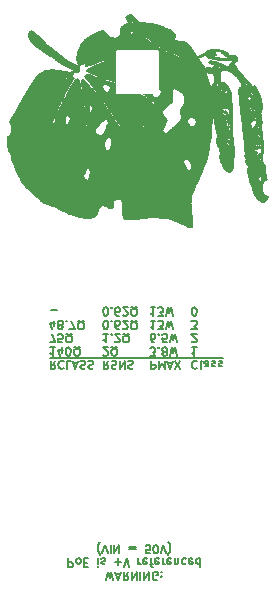
<source format=gbo>
G04 #@! TF.GenerationSoftware,KiCad,Pcbnew,(6.0.9)*
G04 #@! TF.CreationDate,2022-11-21T00:29:48+13:00*
G04 #@! TF.ProjectId,LAN-Module-PoE,4c414e2d-4d6f-4647-956c-652d506f452e,rev?*
G04 #@! TF.SameCoordinates,Original*
G04 #@! TF.FileFunction,Legend,Bot*
G04 #@! TF.FilePolarity,Positive*
%FSLAX46Y46*%
G04 Gerber Fmt 4.6, Leading zero omitted, Abs format (unit mm)*
G04 Created by KiCad (PCBNEW (6.0.9)) date 2022-11-21 00:29:48*
%MOMM*%
%LPD*%
G01*
G04 APERTURE LIST*
%ADD10C,0.160000*%
%ADD11C,0.150000*%
%ADD12C,1.600000*%
%ADD13C,3.250000*%
%ADD14R,1.500000X1.500000*%
%ADD15C,1.500000*%
%ADD16C,2.200000*%
G04 APERTURE END LIST*
D10*
G36*
X49750889Y-45983902D02*
G01*
X49754389Y-45984141D01*
X49757755Y-45984517D01*
X49760981Y-45985028D01*
X49764066Y-45985671D01*
X49767004Y-45986443D01*
X49769793Y-45987341D01*
X49772429Y-45988362D01*
X49774909Y-45989503D01*
X49777228Y-45990762D01*
X49779384Y-45992136D01*
X49781373Y-45993620D01*
X49783190Y-45995214D01*
X49784833Y-45996913D01*
X49786298Y-45998715D01*
X49787581Y-46000618D01*
X49788679Y-46002617D01*
X49789588Y-46004710D01*
X49790304Y-46006895D01*
X49790825Y-46009167D01*
X49791146Y-46011526D01*
X49791264Y-46013967D01*
X49791175Y-46016487D01*
X49790875Y-46019084D01*
X49790362Y-46021756D01*
X49789631Y-46024498D01*
X49788678Y-46027308D01*
X49787502Y-46030183D01*
X49784698Y-46035960D01*
X49781475Y-46041642D01*
X49777871Y-46047199D01*
X49773923Y-46052597D01*
X49769670Y-46057804D01*
X49765149Y-46062788D01*
X49760398Y-46067516D01*
X49755455Y-46071956D01*
X49750359Y-46076076D01*
X49745146Y-46079843D01*
X49739855Y-46083225D01*
X49734524Y-46086191D01*
X49729191Y-46088706D01*
X49723893Y-46090740D01*
X49721269Y-46091566D01*
X49718669Y-46092259D01*
X49716096Y-46092816D01*
X49713556Y-46093232D01*
X49711039Y-46093506D01*
X49708536Y-46093642D01*
X49706050Y-46093643D01*
X49703585Y-46093512D01*
X49701144Y-46093252D01*
X49698731Y-46092865D01*
X49696349Y-46092354D01*
X49694003Y-46091723D01*
X49691695Y-46090974D01*
X49689429Y-46090110D01*
X49687209Y-46089134D01*
X49685039Y-46088050D01*
X49682922Y-46086859D01*
X49680861Y-46085564D01*
X49678861Y-46084170D01*
X49676924Y-46082678D01*
X49675055Y-46081092D01*
X49673256Y-46079414D01*
X49671533Y-46077647D01*
X49669887Y-46075794D01*
X49668323Y-46073859D01*
X49666845Y-46071843D01*
X49665455Y-46069751D01*
X49664158Y-46067584D01*
X49662958Y-46065346D01*
X49661856Y-46063039D01*
X49660859Y-46060667D01*
X49659967Y-46058232D01*
X49659187Y-46055738D01*
X49658520Y-46053187D01*
X49657972Y-46050582D01*
X49657544Y-46047926D01*
X49657286Y-46045247D01*
X49657241Y-46042573D01*
X49657405Y-46039909D01*
X49657772Y-46037258D01*
X49658338Y-46034624D01*
X49659098Y-46032012D01*
X49660048Y-46029426D01*
X49661182Y-46026869D01*
X49662497Y-46024346D01*
X49663986Y-46021860D01*
X49665646Y-46019416D01*
X49667472Y-46017018D01*
X49671601Y-46012375D01*
X49676337Y-46007963D01*
X49681640Y-46003815D01*
X49687474Y-45999963D01*
X49693800Y-45996439D01*
X49700581Y-45993276D01*
X49707778Y-45990506D01*
X49715353Y-45988161D01*
X49723269Y-45986274D01*
X49731488Y-45984877D01*
X49735610Y-45984384D01*
X49739614Y-45984042D01*
X49743498Y-45983850D01*
X49747258Y-45983805D01*
X49750889Y-45983902D01*
G37*
X49750889Y-45983902D02*
X49754389Y-45984141D01*
X49757755Y-45984517D01*
X49760981Y-45985028D01*
X49764066Y-45985671D01*
X49767004Y-45986443D01*
X49769793Y-45987341D01*
X49772429Y-45988362D01*
X49774909Y-45989503D01*
X49777228Y-45990762D01*
X49779384Y-45992136D01*
X49781373Y-45993620D01*
X49783190Y-45995214D01*
X49784833Y-45996913D01*
X49786298Y-45998715D01*
X49787581Y-46000618D01*
X49788679Y-46002617D01*
X49789588Y-46004710D01*
X49790304Y-46006895D01*
X49790825Y-46009167D01*
X49791146Y-46011526D01*
X49791264Y-46013967D01*
X49791175Y-46016487D01*
X49790875Y-46019084D01*
X49790362Y-46021756D01*
X49789631Y-46024498D01*
X49788678Y-46027308D01*
X49787502Y-46030183D01*
X49784698Y-46035960D01*
X49781475Y-46041642D01*
X49777871Y-46047199D01*
X49773923Y-46052597D01*
X49769670Y-46057804D01*
X49765149Y-46062788D01*
X49760398Y-46067516D01*
X49755455Y-46071956D01*
X49750359Y-46076076D01*
X49745146Y-46079843D01*
X49739855Y-46083225D01*
X49734524Y-46086191D01*
X49729191Y-46088706D01*
X49723893Y-46090740D01*
X49721269Y-46091566D01*
X49718669Y-46092259D01*
X49716096Y-46092816D01*
X49713556Y-46093232D01*
X49711039Y-46093506D01*
X49708536Y-46093642D01*
X49706050Y-46093643D01*
X49703585Y-46093512D01*
X49701144Y-46093252D01*
X49698731Y-46092865D01*
X49696349Y-46092354D01*
X49694003Y-46091723D01*
X49691695Y-46090974D01*
X49689429Y-46090110D01*
X49687209Y-46089134D01*
X49685039Y-46088050D01*
X49682922Y-46086859D01*
X49680861Y-46085564D01*
X49678861Y-46084170D01*
X49676924Y-46082678D01*
X49675055Y-46081092D01*
X49673256Y-46079414D01*
X49671533Y-46077647D01*
X49669887Y-46075794D01*
X49668323Y-46073859D01*
X49666845Y-46071843D01*
X49665455Y-46069751D01*
X49664158Y-46067584D01*
X49662958Y-46065346D01*
X49661856Y-46063039D01*
X49660859Y-46060667D01*
X49659967Y-46058232D01*
X49659187Y-46055738D01*
X49658520Y-46053187D01*
X49657972Y-46050582D01*
X49657544Y-46047926D01*
X49657286Y-46045247D01*
X49657241Y-46042573D01*
X49657405Y-46039909D01*
X49657772Y-46037258D01*
X49658338Y-46034624D01*
X49659098Y-46032012D01*
X49660048Y-46029426D01*
X49661182Y-46026869D01*
X49662497Y-46024346D01*
X49663986Y-46021860D01*
X49665646Y-46019416D01*
X49667472Y-46017018D01*
X49671601Y-46012375D01*
X49676337Y-46007963D01*
X49681640Y-46003815D01*
X49687474Y-45999963D01*
X49693800Y-45996439D01*
X49700581Y-45993276D01*
X49707778Y-45990506D01*
X49715353Y-45988161D01*
X49723269Y-45986274D01*
X49731488Y-45984877D01*
X49735610Y-45984384D01*
X49739614Y-45984042D01*
X49743498Y-45983850D01*
X49747258Y-45983805D01*
X49750889Y-45983902D01*
G36*
X49445659Y-44296662D02*
G01*
X49448685Y-44296972D01*
X49451768Y-44297499D01*
X49454910Y-44298244D01*
X49458110Y-44299205D01*
X49461367Y-44300383D01*
X49464683Y-44301778D01*
X49468057Y-44303390D01*
X49471488Y-44305219D01*
X49474978Y-44307265D01*
X49478525Y-44309527D01*
X49482131Y-44312007D01*
X49485794Y-44314703D01*
X49488784Y-44317091D01*
X49491660Y-44319620D01*
X49494421Y-44322282D01*
X49497063Y-44325072D01*
X49501987Y-44331003D01*
X49506416Y-44337356D01*
X49510336Y-44344075D01*
X49513731Y-44351101D01*
X49516587Y-44358379D01*
X49518888Y-44365851D01*
X49520618Y-44373460D01*
X49521763Y-44381150D01*
X49522307Y-44388863D01*
X49522235Y-44396542D01*
X49521532Y-44404131D01*
X49520183Y-44411573D01*
X49519261Y-44415220D01*
X49518172Y-44418810D01*
X49516914Y-44422334D01*
X49515485Y-44425785D01*
X49513619Y-44429814D01*
X49511695Y-44433626D01*
X49509713Y-44437222D01*
X49507673Y-44440600D01*
X49505575Y-44443761D01*
X49503419Y-44446705D01*
X49501206Y-44449432D01*
X49498934Y-44451942D01*
X49496604Y-44454235D01*
X49494216Y-44456312D01*
X49491770Y-44458171D01*
X49489266Y-44459813D01*
X49486705Y-44461238D01*
X49484085Y-44462446D01*
X49481407Y-44463438D01*
X49478672Y-44464212D01*
X49475878Y-44464769D01*
X49473026Y-44465110D01*
X49470116Y-44465233D01*
X49467149Y-44465140D01*
X49464123Y-44464829D01*
X49461040Y-44464302D01*
X49457898Y-44463558D01*
X49454698Y-44462596D01*
X49451441Y-44461418D01*
X49448125Y-44460023D01*
X49444752Y-44458411D01*
X49441320Y-44456582D01*
X49437831Y-44454537D01*
X49434283Y-44452274D01*
X49430678Y-44449794D01*
X49427014Y-44447098D01*
X49424024Y-44444710D01*
X49421148Y-44442182D01*
X49418388Y-44439519D01*
X49415745Y-44436730D01*
X49410822Y-44430799D01*
X49406392Y-44424445D01*
X49402472Y-44417727D01*
X49399077Y-44410701D01*
X49396221Y-44403423D01*
X49393920Y-44395951D01*
X49392190Y-44388341D01*
X49391045Y-44380652D01*
X49390501Y-44372939D01*
X49390572Y-44365259D01*
X49391275Y-44357670D01*
X49392623Y-44350229D01*
X49393545Y-44346582D01*
X49394634Y-44342992D01*
X49395892Y-44339468D01*
X49397321Y-44336017D01*
X49399187Y-44331988D01*
X49401111Y-44328175D01*
X49403093Y-44324580D01*
X49405133Y-44321202D01*
X49407231Y-44318041D01*
X49409387Y-44315097D01*
X49411601Y-44312370D01*
X49413873Y-44309859D01*
X49416203Y-44307566D01*
X49418591Y-44305490D01*
X49421037Y-44303631D01*
X49423540Y-44301989D01*
X49426102Y-44300563D01*
X49428722Y-44299355D01*
X49431400Y-44298364D01*
X49434136Y-44297589D01*
X49436930Y-44297032D01*
X49439782Y-44296692D01*
X49442691Y-44296568D01*
X49445659Y-44296662D01*
G37*
X49445659Y-44296662D02*
X49448685Y-44296972D01*
X49451768Y-44297499D01*
X49454910Y-44298244D01*
X49458110Y-44299205D01*
X49461367Y-44300383D01*
X49464683Y-44301778D01*
X49468057Y-44303390D01*
X49471488Y-44305219D01*
X49474978Y-44307265D01*
X49478525Y-44309527D01*
X49482131Y-44312007D01*
X49485794Y-44314703D01*
X49488784Y-44317091D01*
X49491660Y-44319620D01*
X49494421Y-44322282D01*
X49497063Y-44325072D01*
X49501987Y-44331003D01*
X49506416Y-44337356D01*
X49510336Y-44344075D01*
X49513731Y-44351101D01*
X49516587Y-44358379D01*
X49518888Y-44365851D01*
X49520618Y-44373460D01*
X49521763Y-44381150D01*
X49522307Y-44388863D01*
X49522235Y-44396542D01*
X49521532Y-44404131D01*
X49520183Y-44411573D01*
X49519261Y-44415220D01*
X49518172Y-44418810D01*
X49516914Y-44422334D01*
X49515485Y-44425785D01*
X49513619Y-44429814D01*
X49511695Y-44433626D01*
X49509713Y-44437222D01*
X49507673Y-44440600D01*
X49505575Y-44443761D01*
X49503419Y-44446705D01*
X49501206Y-44449432D01*
X49498934Y-44451942D01*
X49496604Y-44454235D01*
X49494216Y-44456312D01*
X49491770Y-44458171D01*
X49489266Y-44459813D01*
X49486705Y-44461238D01*
X49484085Y-44462446D01*
X49481407Y-44463438D01*
X49478672Y-44464212D01*
X49475878Y-44464769D01*
X49473026Y-44465110D01*
X49470116Y-44465233D01*
X49467149Y-44465140D01*
X49464123Y-44464829D01*
X49461040Y-44464302D01*
X49457898Y-44463558D01*
X49454698Y-44462596D01*
X49451441Y-44461418D01*
X49448125Y-44460023D01*
X49444752Y-44458411D01*
X49441320Y-44456582D01*
X49437831Y-44454537D01*
X49434283Y-44452274D01*
X49430678Y-44449794D01*
X49427014Y-44447098D01*
X49424024Y-44444710D01*
X49421148Y-44442182D01*
X49418388Y-44439519D01*
X49415745Y-44436730D01*
X49410822Y-44430799D01*
X49406392Y-44424445D01*
X49402472Y-44417727D01*
X49399077Y-44410701D01*
X49396221Y-44403423D01*
X49393920Y-44395951D01*
X49392190Y-44388341D01*
X49391045Y-44380652D01*
X49390501Y-44372939D01*
X49390572Y-44365259D01*
X49391275Y-44357670D01*
X49392623Y-44350229D01*
X49393545Y-44346582D01*
X49394634Y-44342992D01*
X49395892Y-44339468D01*
X49397321Y-44336017D01*
X49399187Y-44331988D01*
X49401111Y-44328175D01*
X49403093Y-44324580D01*
X49405133Y-44321202D01*
X49407231Y-44318041D01*
X49409387Y-44315097D01*
X49411601Y-44312370D01*
X49413873Y-44309859D01*
X49416203Y-44307566D01*
X49418591Y-44305490D01*
X49421037Y-44303631D01*
X49423540Y-44301989D01*
X49426102Y-44300563D01*
X49428722Y-44299355D01*
X49431400Y-44298364D01*
X49434136Y-44297589D01*
X49436930Y-44297032D01*
X49439782Y-44296692D01*
X49442691Y-44296568D01*
X49445659Y-44296662D01*
G36*
X52100727Y-44252785D02*
G01*
X52117635Y-44294210D01*
X52141245Y-44354332D01*
X52154101Y-44404718D01*
X52178207Y-44514346D01*
X52208500Y-44664111D01*
X52239917Y-44834908D01*
X52267396Y-45007632D01*
X52278076Y-45088747D01*
X52285873Y-45163179D01*
X52288288Y-45200048D01*
X52278219Y-45207157D01*
X52267988Y-45212171D01*
X52257645Y-45214960D01*
X52254333Y-45215555D01*
X52251083Y-45216286D01*
X52247898Y-45217148D01*
X52244782Y-45218136D01*
X52241738Y-45219247D01*
X52238770Y-45220475D01*
X52235883Y-45221819D01*
X52233078Y-45223271D01*
X52230361Y-45224830D01*
X52227735Y-45226490D01*
X52225203Y-45228248D01*
X52222769Y-45230098D01*
X52220437Y-45232038D01*
X52218211Y-45234062D01*
X52216094Y-45236167D01*
X52214090Y-45238349D01*
X52212202Y-45240602D01*
X52210434Y-45242924D01*
X52208791Y-45245310D01*
X52207274Y-45247755D01*
X52205889Y-45250256D01*
X52204639Y-45252807D01*
X52203528Y-45255407D01*
X52202559Y-45258048D01*
X52201735Y-45260729D01*
X52201061Y-45263444D01*
X52200541Y-45266190D01*
X52200177Y-45268962D01*
X52199974Y-45271756D01*
X52199935Y-45274567D01*
X52200064Y-45277392D01*
X52200365Y-45280227D01*
X52200674Y-45283016D01*
X52200830Y-45285702D01*
X52200835Y-45288285D01*
X52200693Y-45290762D01*
X52200407Y-45293132D01*
X52199979Y-45295392D01*
X52199414Y-45297541D01*
X52198715Y-45299576D01*
X52197884Y-45301497D01*
X52196926Y-45303300D01*
X52195843Y-45304984D01*
X52194638Y-45306548D01*
X52193314Y-45307989D01*
X52191876Y-45309306D01*
X52190326Y-45310497D01*
X52188667Y-45311559D01*
X52186903Y-45312491D01*
X52185037Y-45313290D01*
X52183072Y-45313956D01*
X52181011Y-45314487D01*
X52178857Y-45314879D01*
X52176615Y-45315132D01*
X52174286Y-45315244D01*
X52171875Y-45315213D01*
X52169383Y-45315036D01*
X52166816Y-45314712D01*
X52164176Y-45314239D01*
X52161465Y-45313616D01*
X52158688Y-45312840D01*
X52155848Y-45311909D01*
X52152947Y-45310822D01*
X52149989Y-45309576D01*
X52143832Y-45303980D01*
X52137364Y-45292744D01*
X52123665Y-45254763D01*
X52109224Y-45198447D01*
X52094372Y-45126615D01*
X52064767Y-44947664D01*
X52037504Y-44740441D01*
X52015239Y-44527478D01*
X52000629Y-44331305D01*
X51997024Y-44246556D01*
X51996328Y-44174455D01*
X51998874Y-44117816D01*
X52004993Y-44079457D01*
X52007357Y-44069122D01*
X52008650Y-44058691D01*
X52008827Y-44051509D01*
X52100727Y-44252785D01*
G37*
X52100727Y-44252785D02*
X52117635Y-44294210D01*
X52141245Y-44354332D01*
X52154101Y-44404718D01*
X52178207Y-44514346D01*
X52208500Y-44664111D01*
X52239917Y-44834908D01*
X52267396Y-45007632D01*
X52278076Y-45088747D01*
X52285873Y-45163179D01*
X52288288Y-45200048D01*
X52278219Y-45207157D01*
X52267988Y-45212171D01*
X52257645Y-45214960D01*
X52254333Y-45215555D01*
X52251083Y-45216286D01*
X52247898Y-45217148D01*
X52244782Y-45218136D01*
X52241738Y-45219247D01*
X52238770Y-45220475D01*
X52235883Y-45221819D01*
X52233078Y-45223271D01*
X52230361Y-45224830D01*
X52227735Y-45226490D01*
X52225203Y-45228248D01*
X52222769Y-45230098D01*
X52220437Y-45232038D01*
X52218211Y-45234062D01*
X52216094Y-45236167D01*
X52214090Y-45238349D01*
X52212202Y-45240602D01*
X52210434Y-45242924D01*
X52208791Y-45245310D01*
X52207274Y-45247755D01*
X52205889Y-45250256D01*
X52204639Y-45252807D01*
X52203528Y-45255407D01*
X52202559Y-45258048D01*
X52201735Y-45260729D01*
X52201061Y-45263444D01*
X52200541Y-45266190D01*
X52200177Y-45268962D01*
X52199974Y-45271756D01*
X52199935Y-45274567D01*
X52200064Y-45277392D01*
X52200365Y-45280227D01*
X52200674Y-45283016D01*
X52200830Y-45285702D01*
X52200835Y-45288285D01*
X52200693Y-45290762D01*
X52200407Y-45293132D01*
X52199979Y-45295392D01*
X52199414Y-45297541D01*
X52198715Y-45299576D01*
X52197884Y-45301497D01*
X52196926Y-45303300D01*
X52195843Y-45304984D01*
X52194638Y-45306548D01*
X52193314Y-45307989D01*
X52191876Y-45309306D01*
X52190326Y-45310497D01*
X52188667Y-45311559D01*
X52186903Y-45312491D01*
X52185037Y-45313290D01*
X52183072Y-45313956D01*
X52181011Y-45314487D01*
X52178857Y-45314879D01*
X52176615Y-45315132D01*
X52174286Y-45315244D01*
X52171875Y-45315213D01*
X52169383Y-45315036D01*
X52166816Y-45314712D01*
X52164176Y-45314239D01*
X52161465Y-45313616D01*
X52158688Y-45312840D01*
X52155848Y-45311909D01*
X52152947Y-45310822D01*
X52149989Y-45309576D01*
X52143832Y-45303980D01*
X52137364Y-45292744D01*
X52123665Y-45254763D01*
X52109224Y-45198447D01*
X52094372Y-45126615D01*
X52064767Y-44947664D01*
X52037504Y-44740441D01*
X52015239Y-44527478D01*
X52000629Y-44331305D01*
X51997024Y-44246556D01*
X51996328Y-44174455D01*
X51998874Y-44117816D01*
X52004993Y-44079457D01*
X52007357Y-44069122D01*
X52008650Y-44058691D01*
X52008827Y-44051509D01*
X52100727Y-44252785D01*
G36*
X51993049Y-47742953D02*
G01*
X51997149Y-47743333D01*
X52001199Y-47743914D01*
X52005196Y-47744692D01*
X52009131Y-47745661D01*
X52013000Y-47746818D01*
X52016797Y-47748157D01*
X52020515Y-47749674D01*
X52024148Y-47751364D01*
X52027691Y-47753224D01*
X52031138Y-47755248D01*
X52034481Y-47757432D01*
X52037717Y-47759771D01*
X52040838Y-47762261D01*
X52043838Y-47764897D01*
X52046712Y-47767674D01*
X52049453Y-47770589D01*
X52052056Y-47773636D01*
X52054514Y-47776812D01*
X52056822Y-47780110D01*
X52058974Y-47783528D01*
X52060962Y-47787059D01*
X52062783Y-47790701D01*
X52064429Y-47794447D01*
X52065894Y-47798295D01*
X52067173Y-47802238D01*
X52068260Y-47806273D01*
X52069148Y-47810395D01*
X52069832Y-47814599D01*
X52070642Y-47822934D01*
X52070746Y-47830728D01*
X52070179Y-47837979D01*
X52068978Y-47844690D01*
X52067178Y-47850859D01*
X52064815Y-47856488D01*
X52061925Y-47861575D01*
X52058543Y-47866123D01*
X52054706Y-47870130D01*
X52050449Y-47873596D01*
X52045807Y-47876523D01*
X52040818Y-47878911D01*
X52035516Y-47880759D01*
X52029937Y-47882068D01*
X52024117Y-47882838D01*
X52018091Y-47883069D01*
X52011897Y-47882762D01*
X52005569Y-47881917D01*
X51999143Y-47880533D01*
X51992655Y-47878612D01*
X51986140Y-47876153D01*
X51979635Y-47873157D01*
X51973176Y-47869624D01*
X51966797Y-47865553D01*
X51960535Y-47860946D01*
X51954426Y-47855803D01*
X51948506Y-47850123D01*
X51942809Y-47843907D01*
X51937373Y-47837156D01*
X51932232Y-47829868D01*
X51927423Y-47822046D01*
X51922981Y-47813688D01*
X51922981Y-47813689D01*
X51921602Y-47810655D01*
X51920454Y-47807629D01*
X51919533Y-47804617D01*
X51918836Y-47801624D01*
X51918359Y-47798654D01*
X51918098Y-47795711D01*
X51918052Y-47792800D01*
X51918215Y-47789925D01*
X51918585Y-47787091D01*
X51919159Y-47784303D01*
X51919932Y-47781564D01*
X51920902Y-47778880D01*
X51922064Y-47776254D01*
X51923417Y-47773692D01*
X51924955Y-47771198D01*
X51926676Y-47768776D01*
X51928577Y-47766431D01*
X51930654Y-47764167D01*
X51932903Y-47761989D01*
X51935321Y-47759901D01*
X51937905Y-47757909D01*
X51940651Y-47756015D01*
X51943556Y-47754225D01*
X51946616Y-47752544D01*
X51949829Y-47750975D01*
X51953190Y-47749524D01*
X51956696Y-47748194D01*
X51960344Y-47746991D01*
X51964131Y-47745919D01*
X51968052Y-47744982D01*
X51972105Y-47744184D01*
X51976286Y-47743531D01*
X51980520Y-47743063D01*
X51984729Y-47742813D01*
X51988907Y-47742778D01*
X51993049Y-47742953D01*
G37*
X51993049Y-47742953D02*
X51997149Y-47743333D01*
X52001199Y-47743914D01*
X52005196Y-47744692D01*
X52009131Y-47745661D01*
X52013000Y-47746818D01*
X52016797Y-47748157D01*
X52020515Y-47749674D01*
X52024148Y-47751364D01*
X52027691Y-47753224D01*
X52031138Y-47755248D01*
X52034481Y-47757432D01*
X52037717Y-47759771D01*
X52040838Y-47762261D01*
X52043838Y-47764897D01*
X52046712Y-47767674D01*
X52049453Y-47770589D01*
X52052056Y-47773636D01*
X52054514Y-47776812D01*
X52056822Y-47780110D01*
X52058974Y-47783528D01*
X52060962Y-47787059D01*
X52062783Y-47790701D01*
X52064429Y-47794447D01*
X52065894Y-47798295D01*
X52067173Y-47802238D01*
X52068260Y-47806273D01*
X52069148Y-47810395D01*
X52069832Y-47814599D01*
X52070642Y-47822934D01*
X52070746Y-47830728D01*
X52070179Y-47837979D01*
X52068978Y-47844690D01*
X52067178Y-47850859D01*
X52064815Y-47856488D01*
X52061925Y-47861575D01*
X52058543Y-47866123D01*
X52054706Y-47870130D01*
X52050449Y-47873596D01*
X52045807Y-47876523D01*
X52040818Y-47878911D01*
X52035516Y-47880759D01*
X52029937Y-47882068D01*
X52024117Y-47882838D01*
X52018091Y-47883069D01*
X52011897Y-47882762D01*
X52005569Y-47881917D01*
X51999143Y-47880533D01*
X51992655Y-47878612D01*
X51986140Y-47876153D01*
X51979635Y-47873157D01*
X51973176Y-47869624D01*
X51966797Y-47865553D01*
X51960535Y-47860946D01*
X51954426Y-47855803D01*
X51948506Y-47850123D01*
X51942809Y-47843907D01*
X51937373Y-47837156D01*
X51932232Y-47829868D01*
X51927423Y-47822046D01*
X51922981Y-47813688D01*
X51922981Y-47813689D01*
X51921602Y-47810655D01*
X51920454Y-47807629D01*
X51919533Y-47804617D01*
X51918836Y-47801624D01*
X51918359Y-47798654D01*
X51918098Y-47795711D01*
X51918052Y-47792800D01*
X51918215Y-47789925D01*
X51918585Y-47787091D01*
X51919159Y-47784303D01*
X51919932Y-47781564D01*
X51920902Y-47778880D01*
X51922064Y-47776254D01*
X51923417Y-47773692D01*
X51924955Y-47771198D01*
X51926676Y-47768776D01*
X51928577Y-47766431D01*
X51930654Y-47764167D01*
X51932903Y-47761989D01*
X51935321Y-47759901D01*
X51937905Y-47757909D01*
X51940651Y-47756015D01*
X51943556Y-47754225D01*
X51946616Y-47752544D01*
X51949829Y-47750975D01*
X51953190Y-47749524D01*
X51956696Y-47748194D01*
X51960344Y-47746991D01*
X51964131Y-47745919D01*
X51968052Y-47744982D01*
X51972105Y-47744184D01*
X51976286Y-47743531D01*
X51980520Y-47743063D01*
X51984729Y-47742813D01*
X51988907Y-47742778D01*
X51993049Y-47742953D01*
D11*
X49200000Y-65200000D02*
X34600000Y-65200000D01*
D10*
G36*
X51698837Y-43372583D02*
G01*
X51709947Y-43396916D01*
X51707355Y-43405444D01*
X51702793Y-43418259D01*
X51700188Y-43424526D01*
X51697321Y-43430638D01*
X51694162Y-43436549D01*
X51690676Y-43442212D01*
X51686831Y-43447582D01*
X51682594Y-43452611D01*
X51680187Y-43456615D01*
X51679341Y-43461678D01*
X51680008Y-43467850D01*
X51682141Y-43475180D01*
X51685691Y-43483719D01*
X51690609Y-43493517D01*
X51704361Y-43517089D01*
X51804493Y-43671760D01*
X51838882Y-43727527D01*
X51876243Y-43790937D01*
X51916190Y-43862389D01*
X51937013Y-43901257D01*
X51957664Y-43940987D01*
X51954394Y-43937521D01*
X51945212Y-43928714D01*
X51935490Y-43920252D01*
X51925267Y-43912168D01*
X51914580Y-43904492D01*
X51903467Y-43897257D01*
X51891967Y-43890494D01*
X51880117Y-43884234D01*
X51867956Y-43878509D01*
X51855521Y-43873350D01*
X51842851Y-43868789D01*
X51829983Y-43864858D01*
X51816956Y-43861588D01*
X51803807Y-43859010D01*
X51790575Y-43857156D01*
X51777298Y-43856059D01*
X51764013Y-43855748D01*
X51750759Y-43856256D01*
X51737573Y-43857614D01*
X51731692Y-43858311D01*
X51725940Y-43858778D01*
X51720319Y-43859017D01*
X51714831Y-43859029D01*
X51709479Y-43858815D01*
X51704265Y-43858379D01*
X51699190Y-43857720D01*
X51694258Y-43856841D01*
X51689469Y-43855743D01*
X51684827Y-43854428D01*
X51680333Y-43852897D01*
X51675989Y-43851152D01*
X51671799Y-43849194D01*
X51667762Y-43847025D01*
X51663883Y-43844647D01*
X51660163Y-43842061D01*
X51656603Y-43839269D01*
X51653207Y-43836272D01*
X51649977Y-43833072D01*
X51646913Y-43829671D01*
X51644020Y-43826069D01*
X51641298Y-43822269D01*
X51638750Y-43818273D01*
X51636378Y-43814081D01*
X51634184Y-43809695D01*
X51632170Y-43805117D01*
X51630339Y-43800349D01*
X51628692Y-43795392D01*
X51627232Y-43790247D01*
X51625961Y-43784916D01*
X51624880Y-43779401D01*
X51623993Y-43773704D01*
X51623196Y-43768631D01*
X51622185Y-43763482D01*
X51619544Y-43752996D01*
X51616121Y-43742323D01*
X51611968Y-43731543D01*
X51607136Y-43720731D01*
X51601676Y-43709967D01*
X51595640Y-43699328D01*
X51589079Y-43688891D01*
X51582044Y-43678735D01*
X51574587Y-43668938D01*
X51566760Y-43659576D01*
X51558612Y-43650728D01*
X51550197Y-43642472D01*
X51541564Y-43634886D01*
X51532766Y-43628047D01*
X51523854Y-43622032D01*
X51501160Y-43607245D01*
X51481909Y-43593144D01*
X51473593Y-43586293D01*
X51466160Y-43579544D01*
X51459618Y-43572873D01*
X51453974Y-43566257D01*
X51449237Y-43559673D01*
X51445413Y-43553098D01*
X51442510Y-43546508D01*
X51440535Y-43539880D01*
X51439497Y-43533190D01*
X51439402Y-43526416D01*
X51440259Y-43519534D01*
X51442074Y-43512520D01*
X51444856Y-43505352D01*
X51448612Y-43498006D01*
X51453349Y-43490459D01*
X51459076Y-43482687D01*
X51465799Y-43474667D01*
X51473526Y-43466376D01*
X51482265Y-43457791D01*
X51492023Y-43448888D01*
X51514627Y-43430036D01*
X51541399Y-43409632D01*
X51572399Y-43387492D01*
X51607687Y-43363428D01*
X51626594Y-43350404D01*
X51644508Y-43337343D01*
X51661423Y-43324271D01*
X51671796Y-43315757D01*
X51698837Y-43372583D01*
G37*
X51698837Y-43372583D02*
X51709947Y-43396916D01*
X51707355Y-43405444D01*
X51702793Y-43418259D01*
X51700188Y-43424526D01*
X51697321Y-43430638D01*
X51694162Y-43436549D01*
X51690676Y-43442212D01*
X51686831Y-43447582D01*
X51682594Y-43452611D01*
X51680187Y-43456615D01*
X51679341Y-43461678D01*
X51680008Y-43467850D01*
X51682141Y-43475180D01*
X51685691Y-43483719D01*
X51690609Y-43493517D01*
X51704361Y-43517089D01*
X51804493Y-43671760D01*
X51838882Y-43727527D01*
X51876243Y-43790937D01*
X51916190Y-43862389D01*
X51937013Y-43901257D01*
X51957664Y-43940987D01*
X51954394Y-43937521D01*
X51945212Y-43928714D01*
X51935490Y-43920252D01*
X51925267Y-43912168D01*
X51914580Y-43904492D01*
X51903467Y-43897257D01*
X51891967Y-43890494D01*
X51880117Y-43884234D01*
X51867956Y-43878509D01*
X51855521Y-43873350D01*
X51842851Y-43868789D01*
X51829983Y-43864858D01*
X51816956Y-43861588D01*
X51803807Y-43859010D01*
X51790575Y-43857156D01*
X51777298Y-43856059D01*
X51764013Y-43855748D01*
X51750759Y-43856256D01*
X51737573Y-43857614D01*
X51731692Y-43858311D01*
X51725940Y-43858778D01*
X51720319Y-43859017D01*
X51714831Y-43859029D01*
X51709479Y-43858815D01*
X51704265Y-43858379D01*
X51699190Y-43857720D01*
X51694258Y-43856841D01*
X51689469Y-43855743D01*
X51684827Y-43854428D01*
X51680333Y-43852897D01*
X51675989Y-43851152D01*
X51671799Y-43849194D01*
X51667762Y-43847025D01*
X51663883Y-43844647D01*
X51660163Y-43842061D01*
X51656603Y-43839269D01*
X51653207Y-43836272D01*
X51649977Y-43833072D01*
X51646913Y-43829671D01*
X51644020Y-43826069D01*
X51641298Y-43822269D01*
X51638750Y-43818273D01*
X51636378Y-43814081D01*
X51634184Y-43809695D01*
X51632170Y-43805117D01*
X51630339Y-43800349D01*
X51628692Y-43795392D01*
X51627232Y-43790247D01*
X51625961Y-43784916D01*
X51624880Y-43779401D01*
X51623993Y-43773704D01*
X51623196Y-43768631D01*
X51622185Y-43763482D01*
X51619544Y-43752996D01*
X51616121Y-43742323D01*
X51611968Y-43731543D01*
X51607136Y-43720731D01*
X51601676Y-43709967D01*
X51595640Y-43699328D01*
X51589079Y-43688891D01*
X51582044Y-43678735D01*
X51574587Y-43668938D01*
X51566760Y-43659576D01*
X51558612Y-43650728D01*
X51550197Y-43642472D01*
X51541564Y-43634886D01*
X51532766Y-43628047D01*
X51523854Y-43622032D01*
X51501160Y-43607245D01*
X51481909Y-43593144D01*
X51473593Y-43586293D01*
X51466160Y-43579544D01*
X51459618Y-43572873D01*
X51453974Y-43566257D01*
X51449237Y-43559673D01*
X51445413Y-43553098D01*
X51442510Y-43546508D01*
X51440535Y-43539880D01*
X51439497Y-43533190D01*
X51439402Y-43526416D01*
X51440259Y-43519534D01*
X51442074Y-43512520D01*
X51444856Y-43505352D01*
X51448612Y-43498006D01*
X51453349Y-43490459D01*
X51459076Y-43482687D01*
X51465799Y-43474667D01*
X51473526Y-43466376D01*
X51482265Y-43457791D01*
X51492023Y-43448888D01*
X51514627Y-43430036D01*
X51541399Y-43409632D01*
X51572399Y-43387492D01*
X51607687Y-43363428D01*
X51626594Y-43350404D01*
X51644508Y-43337343D01*
X51661423Y-43324271D01*
X51671796Y-43315757D01*
X51698837Y-43372583D01*
G36*
X51980119Y-43985526D02*
G01*
X52002304Y-44031027D01*
X52008649Y-44044485D01*
X52008909Y-44048195D01*
X52008827Y-44051509D01*
X51964948Y-43955408D01*
X51980119Y-43985526D01*
G37*
X51980119Y-43985526D02*
X52002304Y-44031027D01*
X52008649Y-44044485D01*
X52008909Y-44048195D01*
X52008827Y-44051509D01*
X51964948Y-43955408D01*
X51980119Y-43985526D01*
G36*
X51612324Y-45006658D02*
G01*
X51617613Y-45007205D01*
X51622916Y-45008228D01*
X51628212Y-45009715D01*
X51633481Y-45011654D01*
X51638702Y-45014032D01*
X51643855Y-45016839D01*
X51648921Y-45020061D01*
X51653878Y-45023688D01*
X51658707Y-45027706D01*
X51663387Y-45032105D01*
X51667898Y-45036872D01*
X51672220Y-45041995D01*
X51676332Y-45047462D01*
X51680214Y-45053262D01*
X51683846Y-45059382D01*
X51687208Y-45065810D01*
X51690279Y-45072535D01*
X51693040Y-45079544D01*
X51695469Y-45086825D01*
X51697547Y-45094367D01*
X51699253Y-45102158D01*
X51700568Y-45110185D01*
X51700990Y-45114039D01*
X51701205Y-45117872D01*
X51701218Y-45121677D01*
X51701031Y-45125451D01*
X51700651Y-45129186D01*
X51700080Y-45132879D01*
X51699325Y-45136522D01*
X51698387Y-45140112D01*
X51697273Y-45143641D01*
X51695987Y-45147106D01*
X51694532Y-45150500D01*
X51692913Y-45153818D01*
X51691135Y-45157054D01*
X51689202Y-45160203D01*
X51687118Y-45163259D01*
X51684887Y-45166218D01*
X51682514Y-45169073D01*
X51680004Y-45171819D01*
X51677360Y-45174450D01*
X51674587Y-45176961D01*
X51671689Y-45179347D01*
X51668671Y-45181602D01*
X51665537Y-45183720D01*
X51662290Y-45185697D01*
X51658937Y-45187526D01*
X51655480Y-45189202D01*
X51651925Y-45190720D01*
X51648276Y-45192074D01*
X51644536Y-45193258D01*
X51640711Y-45194268D01*
X51636804Y-45195098D01*
X51632820Y-45195741D01*
X51625583Y-45196407D01*
X51618562Y-45196418D01*
X51611766Y-45195801D01*
X51605209Y-45194585D01*
X51598901Y-45192797D01*
X51592854Y-45190466D01*
X51587079Y-45187618D01*
X51581588Y-45184282D01*
X51576392Y-45180486D01*
X51571502Y-45176257D01*
X51566930Y-45171623D01*
X51562688Y-45166612D01*
X51558787Y-45161251D01*
X51555237Y-45155569D01*
X51552052Y-45149593D01*
X51549242Y-45143352D01*
X51546818Y-45136871D01*
X51544792Y-45130181D01*
X51543175Y-45123308D01*
X51541980Y-45116280D01*
X51541217Y-45109125D01*
X51540897Y-45101871D01*
X51541033Y-45094545D01*
X51541635Y-45087175D01*
X51542715Y-45079790D01*
X51544285Y-45072417D01*
X51546355Y-45065083D01*
X51548938Y-45057816D01*
X51552044Y-45050645D01*
X51555686Y-45043597D01*
X51559875Y-45036700D01*
X51564621Y-45029981D01*
X51568663Y-45025113D01*
X51572920Y-45020841D01*
X51577374Y-45017152D01*
X51582002Y-45014034D01*
X51586786Y-45011476D01*
X51591705Y-45009465D01*
X51596738Y-45007990D01*
X51601866Y-45007038D01*
X51607068Y-45006598D01*
X51612324Y-45006658D01*
G37*
X51612324Y-45006658D02*
X51617613Y-45007205D01*
X51622916Y-45008228D01*
X51628212Y-45009715D01*
X51633481Y-45011654D01*
X51638702Y-45014032D01*
X51643855Y-45016839D01*
X51648921Y-45020061D01*
X51653878Y-45023688D01*
X51658707Y-45027706D01*
X51663387Y-45032105D01*
X51667898Y-45036872D01*
X51672220Y-45041995D01*
X51676332Y-45047462D01*
X51680214Y-45053262D01*
X51683846Y-45059382D01*
X51687208Y-45065810D01*
X51690279Y-45072535D01*
X51693040Y-45079544D01*
X51695469Y-45086825D01*
X51697547Y-45094367D01*
X51699253Y-45102158D01*
X51700568Y-45110185D01*
X51700990Y-45114039D01*
X51701205Y-45117872D01*
X51701218Y-45121677D01*
X51701031Y-45125451D01*
X51700651Y-45129186D01*
X51700080Y-45132879D01*
X51699325Y-45136522D01*
X51698387Y-45140112D01*
X51697273Y-45143641D01*
X51695987Y-45147106D01*
X51694532Y-45150500D01*
X51692913Y-45153818D01*
X51691135Y-45157054D01*
X51689202Y-45160203D01*
X51687118Y-45163259D01*
X51684887Y-45166218D01*
X51682514Y-45169073D01*
X51680004Y-45171819D01*
X51677360Y-45174450D01*
X51674587Y-45176961D01*
X51671689Y-45179347D01*
X51668671Y-45181602D01*
X51665537Y-45183720D01*
X51662290Y-45185697D01*
X51658937Y-45187526D01*
X51655480Y-45189202D01*
X51651925Y-45190720D01*
X51648276Y-45192074D01*
X51644536Y-45193258D01*
X51640711Y-45194268D01*
X51636804Y-45195098D01*
X51632820Y-45195741D01*
X51625583Y-45196407D01*
X51618562Y-45196418D01*
X51611766Y-45195801D01*
X51605209Y-45194585D01*
X51598901Y-45192797D01*
X51592854Y-45190466D01*
X51587079Y-45187618D01*
X51581588Y-45184282D01*
X51576392Y-45180486D01*
X51571502Y-45176257D01*
X51566930Y-45171623D01*
X51562688Y-45166612D01*
X51558787Y-45161251D01*
X51555237Y-45155569D01*
X51552052Y-45149593D01*
X51549242Y-45143352D01*
X51546818Y-45136871D01*
X51544792Y-45130181D01*
X51543175Y-45123308D01*
X51541980Y-45116280D01*
X51541217Y-45109125D01*
X51540897Y-45101871D01*
X51541033Y-45094545D01*
X51541635Y-45087175D01*
X51542715Y-45079790D01*
X51544285Y-45072417D01*
X51546355Y-45065083D01*
X51548938Y-45057816D01*
X51552044Y-45050645D01*
X51555686Y-45043597D01*
X51559875Y-45036700D01*
X51564621Y-45029981D01*
X51568663Y-45025113D01*
X51572920Y-45020841D01*
X51577374Y-45017152D01*
X51582002Y-45014034D01*
X51586786Y-45011476D01*
X51591705Y-45009465D01*
X51596738Y-45007990D01*
X51601866Y-45007038D01*
X51607068Y-45006598D01*
X51612324Y-45006658D01*
G36*
X51564400Y-50365629D02*
G01*
X51561886Y-50358140D01*
X52113150Y-50358140D01*
X52113185Y-50365025D01*
X52113721Y-50371932D01*
X52114770Y-50378841D01*
X52116340Y-50385732D01*
X52118440Y-50392585D01*
X52121081Y-50399381D01*
X52124271Y-50406100D01*
X52128021Y-50412722D01*
X52132339Y-50419228D01*
X52137235Y-50425597D01*
X52139851Y-50428564D01*
X52142563Y-50431232D01*
X52145370Y-50433603D01*
X52148272Y-50435677D01*
X52151268Y-50437454D01*
X52154357Y-50438935D01*
X52157538Y-50440119D01*
X52160811Y-50441008D01*
X52164174Y-50441601D01*
X52167628Y-50441899D01*
X52171170Y-50441902D01*
X52174801Y-50441610D01*
X52178519Y-50441024D01*
X52182324Y-50440144D01*
X52186215Y-50438971D01*
X52190191Y-50437504D01*
X52194252Y-50435744D01*
X52198396Y-50433692D01*
X52202623Y-50431347D01*
X52206932Y-50428710D01*
X52215793Y-50422561D01*
X52224974Y-50415248D01*
X52234467Y-50406773D01*
X52244266Y-50397138D01*
X52254365Y-50386346D01*
X52264758Y-50374400D01*
X52281702Y-50355745D01*
X52290195Y-50347541D01*
X52298726Y-50340093D01*
X52307315Y-50333404D01*
X52315980Y-50327477D01*
X52324738Y-50322318D01*
X52333610Y-50317929D01*
X52342612Y-50314316D01*
X52351764Y-50311482D01*
X52361084Y-50309432D01*
X52370590Y-50308169D01*
X52380301Y-50307697D01*
X52390236Y-50308021D01*
X52400413Y-50309145D01*
X52410850Y-50311072D01*
X52421565Y-50313808D01*
X52432579Y-50317354D01*
X52443907Y-50321717D01*
X52455570Y-50326900D01*
X52467586Y-50332907D01*
X52479973Y-50339742D01*
X52505934Y-50355913D01*
X52533602Y-50375445D01*
X52563123Y-50398371D01*
X52594646Y-50424723D01*
X52628319Y-50454534D01*
X52637678Y-50462613D01*
X52646766Y-50469666D01*
X52655564Y-50475723D01*
X52664050Y-50480815D01*
X52672205Y-50484974D01*
X52680009Y-50488230D01*
X52687440Y-50490614D01*
X52694479Y-50492156D01*
X52701105Y-50492888D01*
X52707298Y-50492841D01*
X52713037Y-50492045D01*
X52718302Y-50490531D01*
X52723073Y-50488330D01*
X52727329Y-50485473D01*
X52731051Y-50481990D01*
X52734217Y-50477913D01*
X52736807Y-50473273D01*
X52738801Y-50468099D01*
X52740178Y-50462424D01*
X52740919Y-50456277D01*
X52741002Y-50449690D01*
X52740408Y-50442694D01*
X52739116Y-50435319D01*
X52737106Y-50427596D01*
X52734357Y-50419557D01*
X52730848Y-50411231D01*
X52726561Y-50402650D01*
X52721474Y-50393845D01*
X52715566Y-50384846D01*
X52708819Y-50375685D01*
X52701210Y-50366391D01*
X52692720Y-50356997D01*
X52659122Y-50320866D01*
X52628803Y-50286814D01*
X52601696Y-50254686D01*
X52577732Y-50224326D01*
X52556844Y-50195579D01*
X52538963Y-50168290D01*
X52531129Y-50155144D01*
X52524021Y-50142304D01*
X52517631Y-50129752D01*
X52511951Y-50117466D01*
X52506971Y-50105429D01*
X52502684Y-50093621D01*
X52499081Y-50082022D01*
X52496153Y-50070613D01*
X52493892Y-50059375D01*
X52492289Y-50048288D01*
X52491336Y-50037332D01*
X52491024Y-50026490D01*
X52491346Y-50015740D01*
X52492292Y-50005064D01*
X52493853Y-49994442D01*
X52496022Y-49983854D01*
X52498790Y-49973283D01*
X52502148Y-49962707D01*
X52506088Y-49952108D01*
X52510602Y-49941467D01*
X52515488Y-49929928D01*
X52519855Y-49918247D01*
X52523695Y-49906506D01*
X52527002Y-49894785D01*
X52529771Y-49883162D01*
X52531994Y-49871720D01*
X52533666Y-49860538D01*
X52534780Y-49849697D01*
X52535330Y-49839276D01*
X52535310Y-49829356D01*
X52534713Y-49820018D01*
X52533533Y-49811341D01*
X52531763Y-49803407D01*
X52530656Y-49799743D01*
X52529399Y-49796295D01*
X52527991Y-49793072D01*
X52526432Y-49790085D01*
X52524721Y-49787344D01*
X52522858Y-49784858D01*
X52522858Y-49784860D01*
X52518521Y-49780277D01*
X52513317Y-49775958D01*
X52507315Y-49771919D01*
X52500585Y-49768177D01*
X52493196Y-49764748D01*
X52485216Y-49761649D01*
X52476714Y-49758896D01*
X52467760Y-49756506D01*
X52458423Y-49754497D01*
X52448772Y-49752883D01*
X52438876Y-49751683D01*
X52428803Y-49750912D01*
X52418624Y-49750587D01*
X52408407Y-49750725D01*
X52398221Y-49751342D01*
X52388135Y-49752456D01*
X52378001Y-49754695D01*
X52367748Y-49758594D01*
X52357420Y-49764047D01*
X52347063Y-49770947D01*
X52336723Y-49779189D01*
X52326445Y-49788667D01*
X52316275Y-49799273D01*
X52306257Y-49810903D01*
X52286865Y-49836806D01*
X52268631Y-49865528D01*
X52251921Y-49896218D01*
X52237098Y-49928028D01*
X52224527Y-49960107D01*
X52214572Y-49991607D01*
X52207597Y-50021678D01*
X52205340Y-50035912D01*
X52203966Y-50049471D01*
X52203518Y-50062247D01*
X52204043Y-50074136D01*
X52205587Y-50085030D01*
X52208194Y-50094823D01*
X52211910Y-50103410D01*
X52216781Y-50110685D01*
X52222853Y-50116540D01*
X52230170Y-50120870D01*
X52237425Y-50124342D01*
X52244176Y-50128077D01*
X52250424Y-50132051D01*
X52256171Y-50136243D01*
X52261419Y-50140631D01*
X52266170Y-50145192D01*
X52270424Y-50149904D01*
X52274184Y-50154745D01*
X52277452Y-50159693D01*
X52280228Y-50164726D01*
X52282515Y-50169821D01*
X52284314Y-50174956D01*
X52285627Y-50180109D01*
X52286456Y-50185259D01*
X52286802Y-50190381D01*
X52286667Y-50195456D01*
X52286052Y-50200459D01*
X52284960Y-50205370D01*
X52283391Y-50210165D01*
X52281348Y-50214823D01*
X52278832Y-50219322D01*
X52275845Y-50223638D01*
X52272388Y-50227751D01*
X52268464Y-50231638D01*
X52264073Y-50235277D01*
X52259217Y-50238645D01*
X52253899Y-50241720D01*
X52248119Y-50244480D01*
X52241879Y-50246904D01*
X52235182Y-50248968D01*
X52228028Y-50250651D01*
X52220419Y-50251930D01*
X52211787Y-50253362D01*
X52203449Y-50255249D01*
X52195416Y-50257571D01*
X52187696Y-50260309D01*
X52180300Y-50263441D01*
X52173236Y-50266950D01*
X52166514Y-50270815D01*
X52160144Y-50275016D01*
X52154135Y-50279535D01*
X52148496Y-50284350D01*
X52143236Y-50289443D01*
X52138367Y-50294793D01*
X52133895Y-50300382D01*
X52129832Y-50306188D01*
X52126186Y-50312194D01*
X52122968Y-50318378D01*
X52120186Y-50324722D01*
X52117849Y-50331205D01*
X52115968Y-50337808D01*
X52114551Y-50344511D01*
X52113609Y-50351295D01*
X52113150Y-50358140D01*
X51561886Y-50358140D01*
X51545371Y-50308943D01*
X51526900Y-50245281D01*
X51509441Y-50176807D01*
X51493452Y-50105685D01*
X51479388Y-50034079D01*
X51467704Y-49964154D01*
X51458857Y-49898073D01*
X51453302Y-49838000D01*
X51451244Y-49810197D01*
X51448846Y-49783229D01*
X51446139Y-49757233D01*
X51443151Y-49732345D01*
X51439912Y-49708703D01*
X51436452Y-49686444D01*
X51432799Y-49665707D01*
X51428983Y-49646627D01*
X51425033Y-49629343D01*
X51420978Y-49613991D01*
X51416848Y-49600710D01*
X51412673Y-49589635D01*
X51410577Y-49584969D01*
X51408481Y-49580906D01*
X51406388Y-49577463D01*
X51404301Y-49574658D01*
X51402226Y-49572508D01*
X51400164Y-49571030D01*
X51398121Y-49570240D01*
X51396098Y-49570158D01*
X51390558Y-49570289D01*
X51385315Y-49569145D01*
X51380371Y-49566762D01*
X51375727Y-49563178D01*
X51371386Y-49558429D01*
X51367349Y-49552553D01*
X51360195Y-49537566D01*
X51354278Y-49518514D01*
X51349614Y-49495691D01*
X51346215Y-49469395D01*
X51344097Y-49439920D01*
X51343273Y-49407564D01*
X51343757Y-49372622D01*
X51345563Y-49335390D01*
X51348706Y-49296165D01*
X51353199Y-49255241D01*
X51359057Y-49212916D01*
X51366293Y-49169484D01*
X51374922Y-49125243D01*
X51382120Y-49090007D01*
X51388096Y-49058291D01*
X51392760Y-49029686D01*
X51392793Y-49029423D01*
X51971860Y-49029423D01*
X51971894Y-49033381D01*
X51972130Y-49037369D01*
X51972574Y-49041380D01*
X51973222Y-49045363D01*
X51974063Y-49049268D01*
X51975093Y-49053090D01*
X51976304Y-49056826D01*
X51977693Y-49060471D01*
X51979252Y-49064020D01*
X51980977Y-49067470D01*
X51982861Y-49070816D01*
X51984899Y-49074053D01*
X51987086Y-49077178D01*
X51989415Y-49080186D01*
X51991880Y-49083073D01*
X51994478Y-49085835D01*
X51997200Y-49088466D01*
X52000043Y-49090963D01*
X52002999Y-49093322D01*
X52006064Y-49095538D01*
X52009232Y-49097607D01*
X52012497Y-49099524D01*
X52015854Y-49101286D01*
X52019296Y-49102888D01*
X52022818Y-49104325D01*
X52026415Y-49105593D01*
X52030080Y-49106689D01*
X52033809Y-49107607D01*
X52037595Y-49108344D01*
X52041432Y-49108895D01*
X52045316Y-49109255D01*
X52049240Y-49109421D01*
X52053199Y-49109388D01*
X52057186Y-49109151D01*
X52061197Y-49108707D01*
X52065180Y-49108060D01*
X52069085Y-49107218D01*
X52072907Y-49106189D01*
X52076643Y-49104977D01*
X52080288Y-49103589D01*
X52083837Y-49102029D01*
X52087287Y-49100305D01*
X52090633Y-49098421D01*
X52093870Y-49096382D01*
X52096995Y-49094196D01*
X52100003Y-49091867D01*
X52102890Y-49089401D01*
X52105651Y-49086804D01*
X52108283Y-49084082D01*
X52110780Y-49081239D01*
X52113139Y-49078283D01*
X52115355Y-49075218D01*
X52117424Y-49072050D01*
X52119341Y-49068785D01*
X52121103Y-49065428D01*
X52122704Y-49061986D01*
X52124142Y-49058464D01*
X52125410Y-49054867D01*
X52126506Y-49051202D01*
X52127424Y-49047473D01*
X52128161Y-49043687D01*
X52128711Y-49039849D01*
X52129072Y-49035966D01*
X52129238Y-49032042D01*
X52129205Y-49028083D01*
X52128969Y-49024095D01*
X52128525Y-49020084D01*
X52128525Y-49020083D01*
X52127877Y-49016100D01*
X52127036Y-49012195D01*
X52126006Y-49008373D01*
X52124794Y-49004637D01*
X52123406Y-49000992D01*
X52121847Y-48997443D01*
X52120122Y-48993993D01*
X52118238Y-48990647D01*
X52116200Y-48987409D01*
X52114013Y-48984284D01*
X52111684Y-48981276D01*
X52109218Y-48978390D01*
X52106621Y-48975628D01*
X52103899Y-48972997D01*
X52101056Y-48970500D01*
X52098100Y-48968141D01*
X52095034Y-48965925D01*
X52091867Y-48963856D01*
X52088602Y-48961939D01*
X52085245Y-48960177D01*
X52081803Y-48958576D01*
X52078281Y-48957138D01*
X52074684Y-48955870D01*
X52071018Y-48954774D01*
X52067290Y-48953856D01*
X52063504Y-48953119D01*
X52059666Y-48952568D01*
X52055783Y-48952208D01*
X52051859Y-48952042D01*
X52047900Y-48952075D01*
X52043913Y-48952311D01*
X52039902Y-48952755D01*
X52035919Y-48953403D01*
X52032014Y-48954244D01*
X52028192Y-48955274D01*
X52024456Y-48956486D01*
X52020811Y-48957874D01*
X52017262Y-48959433D01*
X52013812Y-48961158D01*
X52010466Y-48963042D01*
X52007228Y-48965081D01*
X52004103Y-48967267D01*
X52001095Y-48969596D01*
X51998208Y-48972062D01*
X51995447Y-48974659D01*
X51992816Y-48977382D01*
X51990318Y-48980224D01*
X51987959Y-48983181D01*
X51985743Y-48986246D01*
X51983674Y-48989414D01*
X51981757Y-48992679D01*
X51979995Y-48996036D01*
X51978393Y-48999478D01*
X51976956Y-49003001D01*
X51975688Y-49006597D01*
X51974592Y-49010263D01*
X51973674Y-49013991D01*
X51972937Y-49017777D01*
X51972386Y-49021615D01*
X51972026Y-49025499D01*
X51971860Y-49029423D01*
X51392793Y-49029423D01*
X51396021Y-49003784D01*
X51397096Y-48991718D01*
X51397786Y-48980175D01*
X51398080Y-48969102D01*
X51397966Y-48958449D01*
X51397433Y-48948164D01*
X51396470Y-48938197D01*
X51395064Y-48928496D01*
X51393205Y-48919010D01*
X51390882Y-48909687D01*
X51388082Y-48900478D01*
X51384795Y-48891330D01*
X51381009Y-48882192D01*
X51378127Y-48876034D01*
X52328897Y-48876034D01*
X52328955Y-48908298D01*
X52330775Y-48940777D01*
X52334273Y-48973126D01*
X52339366Y-49004996D01*
X52345970Y-49036041D01*
X52354002Y-49065912D01*
X52363378Y-49094264D01*
X52374015Y-49120748D01*
X52385830Y-49145016D01*
X52392152Y-49156212D01*
X52398738Y-49166723D01*
X52405577Y-49176507D01*
X52412657Y-49185520D01*
X52419970Y-49193719D01*
X52427503Y-49201060D01*
X52435248Y-49207500D01*
X52443193Y-49212995D01*
X52455785Y-49220388D01*
X52466885Y-49225824D01*
X52476528Y-49229131D01*
X52480812Y-49229932D01*
X52484745Y-49230135D01*
X52488330Y-49229720D01*
X52491572Y-49228663D01*
X52494474Y-49226945D01*
X52497040Y-49224543D01*
X52499276Y-49221435D01*
X52501184Y-49217600D01*
X52502770Y-49213016D01*
X52504037Y-49207662D01*
X52505632Y-49194555D01*
X52506004Y-49178107D01*
X52505184Y-49158144D01*
X52503206Y-49134493D01*
X52500105Y-49106982D01*
X52495913Y-49075436D01*
X52484390Y-48999549D01*
X52475999Y-48950599D01*
X52467182Y-48905869D01*
X52462637Y-48885120D01*
X52458013Y-48865468D01*
X52453320Y-48846925D01*
X52448566Y-48829505D01*
X52443760Y-48813223D01*
X52438913Y-48798091D01*
X52434032Y-48784124D01*
X52429128Y-48771335D01*
X52424209Y-48759738D01*
X52419284Y-48749346D01*
X52414363Y-48740173D01*
X52409455Y-48732233D01*
X52404569Y-48725540D01*
X52399713Y-48720106D01*
X52394898Y-48715947D01*
X52390132Y-48713075D01*
X52385425Y-48711504D01*
X52383096Y-48711211D01*
X52380785Y-48711248D01*
X52378494Y-48711618D01*
X52376223Y-48712321D01*
X52373973Y-48713360D01*
X52371746Y-48714736D01*
X52367364Y-48718507D01*
X52363087Y-48723647D01*
X52358923Y-48730171D01*
X52354882Y-48738092D01*
X52350972Y-48747423D01*
X52347204Y-48758178D01*
X52343585Y-48770372D01*
X52340126Y-48784017D01*
X52337006Y-48798603D01*
X52334399Y-48813547D01*
X52330684Y-48844335D01*
X52328897Y-48876034D01*
X51378127Y-48876034D01*
X51376713Y-48873013D01*
X51371896Y-48863743D01*
X51366545Y-48854329D01*
X51360650Y-48844721D01*
X51347182Y-48824716D01*
X51331400Y-48803321D01*
X51313213Y-48780124D01*
X51292529Y-48754717D01*
X51273983Y-48731822D01*
X51257479Y-48710542D01*
X51242960Y-48690694D01*
X51230373Y-48672093D01*
X51219661Y-48654554D01*
X51214991Y-48646126D01*
X51210770Y-48637895D01*
X51206989Y-48629837D01*
X51203643Y-48621930D01*
X51200725Y-48614151D01*
X51198227Y-48606476D01*
X51196142Y-48598883D01*
X51194465Y-48591349D01*
X51193187Y-48583850D01*
X51192302Y-48576363D01*
X51191803Y-48568867D01*
X51191684Y-48561336D01*
X51191936Y-48553750D01*
X51192554Y-48546083D01*
X51193530Y-48538315D01*
X51194858Y-48530421D01*
X51198540Y-48514163D01*
X51203545Y-48497128D01*
X51209818Y-48479130D01*
X51215773Y-48462171D01*
X51220703Y-48446012D01*
X51224592Y-48430550D01*
X51227424Y-48415680D01*
X51229182Y-48401298D01*
X51229850Y-48387300D01*
X51229422Y-48373927D01*
X51735497Y-48373927D01*
X51735579Y-48382179D01*
X51736020Y-48390173D01*
X51736806Y-48397884D01*
X51737922Y-48405288D01*
X51739353Y-48412360D01*
X51741084Y-48419074D01*
X51743100Y-48425407D01*
X51745387Y-48431334D01*
X51747929Y-48436829D01*
X51750711Y-48441868D01*
X51753719Y-48446427D01*
X51756937Y-48450481D01*
X51760351Y-48454005D01*
X51763946Y-48456973D01*
X51767707Y-48459363D01*
X51771619Y-48461148D01*
X51775666Y-48462304D01*
X51779835Y-48462807D01*
X51784110Y-48462631D01*
X51788476Y-48461752D01*
X51792919Y-48460145D01*
X51797423Y-48457786D01*
X51801974Y-48454649D01*
X51806556Y-48450710D01*
X51811155Y-48445945D01*
X51815756Y-48440328D01*
X51815756Y-48440327D01*
X51818262Y-48436308D01*
X51820337Y-48431466D01*
X51821984Y-48425866D01*
X51823208Y-48419572D01*
X51824015Y-48412649D01*
X51824409Y-48405163D01*
X51824394Y-48397179D01*
X51823976Y-48388760D01*
X51823158Y-48379973D01*
X51821946Y-48370883D01*
X51820344Y-48361553D01*
X51818357Y-48352050D01*
X51815989Y-48342438D01*
X51813246Y-48332782D01*
X51810131Y-48323148D01*
X51806650Y-48313599D01*
X51795274Y-48284793D01*
X51790480Y-48273512D01*
X51786175Y-48264322D01*
X51782278Y-48257233D01*
X51780457Y-48254480D01*
X51778709Y-48252254D01*
X51777022Y-48250558D01*
X51775387Y-48249393D01*
X51773795Y-48248760D01*
X51772234Y-48248659D01*
X51770694Y-48249092D01*
X51769167Y-48250060D01*
X51767641Y-48251564D01*
X51766107Y-48253605D01*
X51764555Y-48256184D01*
X51762974Y-48259302D01*
X51759688Y-48267161D01*
X51756167Y-48277189D01*
X51752332Y-48289396D01*
X51743398Y-48320379D01*
X51741007Y-48329660D01*
X51739067Y-48338832D01*
X51737560Y-48347869D01*
X51736473Y-48356747D01*
X51735790Y-48365441D01*
X51735497Y-48373927D01*
X51229422Y-48373927D01*
X51229411Y-48373583D01*
X51228771Y-48366796D01*
X51227848Y-48360041D01*
X51226641Y-48353304D01*
X51225146Y-48346571D01*
X51221288Y-48333069D01*
X51216258Y-48319431D01*
X51210039Y-48305552D01*
X51202614Y-48291329D01*
X51193968Y-48276657D01*
X51184084Y-48261433D01*
X51172945Y-48245551D01*
X51163261Y-48231672D01*
X51154530Y-48218075D01*
X51146750Y-48204764D01*
X51139925Y-48191741D01*
X51134053Y-48179009D01*
X51129135Y-48166573D01*
X51125173Y-48154434D01*
X51122167Y-48142596D01*
X51120117Y-48131063D01*
X51119451Y-48125411D01*
X51119025Y-48119836D01*
X51118838Y-48114339D01*
X51118891Y-48108920D01*
X51119183Y-48103580D01*
X51119715Y-48098318D01*
X51120487Y-48093135D01*
X51121499Y-48088032D01*
X51122751Y-48083008D01*
X51124242Y-48078065D01*
X51125975Y-48073203D01*
X51127947Y-48068422D01*
X51130160Y-48063722D01*
X51132613Y-48059104D01*
X51136445Y-48049182D01*
X51139412Y-48034789D01*
X51141532Y-48016204D01*
X51142821Y-47993703D01*
X51142975Y-47938061D01*
X51140010Y-47870077D01*
X51134059Y-47791968D01*
X51125259Y-47705947D01*
X51113745Y-47614231D01*
X51099651Y-47519033D01*
X51083600Y-47410855D01*
X51076939Y-47359773D01*
X51074663Y-47340370D01*
X51370426Y-47340370D01*
X51370804Y-47345309D01*
X51371589Y-47350066D01*
X51372776Y-47354629D01*
X51374358Y-47358988D01*
X51376330Y-47363130D01*
X51378686Y-47367046D01*
X51381419Y-47370723D01*
X51384524Y-47374151D01*
X51387994Y-47377318D01*
X51391824Y-47380214D01*
X51396008Y-47382827D01*
X51400539Y-47385146D01*
X51405413Y-47387160D01*
X51410621Y-47388857D01*
X51416160Y-47390227D01*
X51422023Y-47391259D01*
X51428203Y-47391941D01*
X51434695Y-47392262D01*
X51441492Y-47392211D01*
X51448590Y-47391777D01*
X51455982Y-47390949D01*
X51459970Y-47390340D01*
X51463890Y-47389611D01*
X51467738Y-47388768D01*
X51471508Y-47387813D01*
X51475198Y-47386751D01*
X51478801Y-47385585D01*
X51482313Y-47384319D01*
X51485730Y-47382957D01*
X51489047Y-47381503D01*
X51492260Y-47379960D01*
X51495364Y-47378333D01*
X51498355Y-47376625D01*
X51501227Y-47374841D01*
X51503976Y-47372983D01*
X51506599Y-47371056D01*
X51509089Y-47369063D01*
X51511443Y-47367008D01*
X51513656Y-47364896D01*
X51515724Y-47362730D01*
X51517641Y-47360514D01*
X51519404Y-47358251D01*
X51521007Y-47355945D01*
X51522447Y-47353601D01*
X51523718Y-47351222D01*
X51524817Y-47348811D01*
X51525737Y-47346374D01*
X51526476Y-47343913D01*
X51527028Y-47341432D01*
X51527389Y-47338935D01*
X51527554Y-47336426D01*
X51527519Y-47333909D01*
X51527278Y-47331388D01*
X51526213Y-47325331D01*
X51524710Y-47319458D01*
X51522795Y-47313779D01*
X51520490Y-47308303D01*
X51517820Y-47303039D01*
X51514809Y-47297999D01*
X51511480Y-47293191D01*
X51507858Y-47288626D01*
X51503965Y-47284312D01*
X51499827Y-47280261D01*
X51495467Y-47276481D01*
X51490908Y-47272983D01*
X51486176Y-47269776D01*
X51481292Y-47266870D01*
X51476283Y-47264275D01*
X51471170Y-47262000D01*
X51465979Y-47260056D01*
X51460732Y-47258451D01*
X51455455Y-47257197D01*
X51450170Y-47256302D01*
X51444902Y-47255777D01*
X51439675Y-47255631D01*
X51434512Y-47255874D01*
X51429437Y-47256515D01*
X51424474Y-47257566D01*
X51419647Y-47259034D01*
X51414980Y-47260931D01*
X51410497Y-47263265D01*
X51406222Y-47266047D01*
X51402178Y-47269287D01*
X51398389Y-47272993D01*
X51394879Y-47277177D01*
X51390379Y-47283388D01*
X51386352Y-47289540D01*
X51382793Y-47295621D01*
X51379695Y-47301619D01*
X51377053Y-47307524D01*
X51374860Y-47313325D01*
X51373110Y-47319010D01*
X51371798Y-47324568D01*
X51370917Y-47329988D01*
X51370462Y-47335259D01*
X51370426Y-47340370D01*
X51074663Y-47340370D01*
X51071192Y-47310789D01*
X51066362Y-47263971D01*
X51062450Y-47219390D01*
X51059461Y-47177114D01*
X51057397Y-47137214D01*
X51056502Y-47107717D01*
X51814881Y-47107717D01*
X51815132Y-47112693D01*
X51816114Y-47116665D01*
X51818041Y-47121345D01*
X51820862Y-47126673D01*
X51824526Y-47132591D01*
X51828982Y-47139038D01*
X51834177Y-47145957D01*
X51840060Y-47153287D01*
X51846581Y-47160970D01*
X51853686Y-47168947D01*
X51861326Y-47177158D01*
X51869449Y-47185544D01*
X51878002Y-47194046D01*
X51886935Y-47202606D01*
X51896196Y-47211163D01*
X51905734Y-47219660D01*
X51915497Y-47228036D01*
X51924871Y-47236274D01*
X51933543Y-47244607D01*
X51941518Y-47253013D01*
X51948797Y-47261475D01*
X51955383Y-47269970D01*
X51961281Y-47278479D01*
X51966493Y-47286982D01*
X51971022Y-47295458D01*
X51974872Y-47303888D01*
X51978045Y-47312252D01*
X51980544Y-47320528D01*
X51982373Y-47328697D01*
X51983535Y-47336739D01*
X51984033Y-47344634D01*
X51983870Y-47352361D01*
X51983049Y-47359900D01*
X51981573Y-47367231D01*
X51979445Y-47374335D01*
X51976669Y-47381190D01*
X51973248Y-47387777D01*
X51969184Y-47394076D01*
X51964481Y-47400066D01*
X51959142Y-47405727D01*
X51953170Y-47411039D01*
X51946568Y-47415982D01*
X51939339Y-47420535D01*
X51931487Y-47424680D01*
X51923014Y-47428394D01*
X51913923Y-47431659D01*
X51904219Y-47434454D01*
X51893903Y-47436759D01*
X51882979Y-47438554D01*
X51873168Y-47440716D01*
X51864389Y-47444436D01*
X51856630Y-47449793D01*
X51849879Y-47456869D01*
X51844123Y-47465744D01*
X51839352Y-47476499D01*
X51835552Y-47489215D01*
X51832711Y-47503972D01*
X51830819Y-47520851D01*
X51829861Y-47539933D01*
X51829827Y-47561298D01*
X51830704Y-47585027D01*
X51832480Y-47611200D01*
X51835143Y-47639899D01*
X51838681Y-47671204D01*
X51843082Y-47705196D01*
X51848456Y-47742850D01*
X51853853Y-47776900D01*
X51859369Y-47807534D01*
X51865104Y-47834941D01*
X51868084Y-47847492D01*
X51871155Y-47859307D01*
X51874329Y-47870409D01*
X51877619Y-47880822D01*
X51881037Y-47890568D01*
X51884595Y-47899672D01*
X51888306Y-47908156D01*
X51892181Y-47916045D01*
X51896233Y-47923362D01*
X51900475Y-47930130D01*
X51904917Y-47936373D01*
X51909574Y-47942114D01*
X51914456Y-47947377D01*
X51919576Y-47952185D01*
X51924947Y-47956562D01*
X51930580Y-47960530D01*
X51936488Y-47964115D01*
X51942683Y-47967338D01*
X51949177Y-47970224D01*
X51955983Y-47972796D01*
X51963113Y-47975078D01*
X51970578Y-47977093D01*
X51978392Y-47978864D01*
X51986566Y-47980415D01*
X51992141Y-47981488D01*
X51997676Y-47982766D01*
X52003161Y-47984241D01*
X52008590Y-47985907D01*
X52013956Y-47987757D01*
X52019249Y-47989785D01*
X52024463Y-47991984D01*
X52029590Y-47994347D01*
X52039551Y-47999541D01*
X52049072Y-48005313D01*
X52058091Y-48011612D01*
X52066546Y-48018383D01*
X52074376Y-48025576D01*
X52078037Y-48029313D01*
X52081519Y-48033136D01*
X52084814Y-48037037D01*
X52087914Y-48041011D01*
X52090812Y-48045050D01*
X52093499Y-48049148D01*
X52095969Y-48053299D01*
X52098214Y-48057495D01*
X52100225Y-48061731D01*
X52101995Y-48065999D01*
X52103517Y-48070293D01*
X52104782Y-48074607D01*
X52105784Y-48078934D01*
X52106514Y-48083267D01*
X52109304Y-48099166D01*
X52113413Y-48115965D01*
X52118763Y-48133563D01*
X52125276Y-48151860D01*
X52132874Y-48170757D01*
X52141479Y-48190153D01*
X52161399Y-48230043D01*
X52184415Y-48270730D01*
X52209902Y-48311414D01*
X52237238Y-48351296D01*
X52265801Y-48389575D01*
X52294967Y-48425451D01*
X52324114Y-48458125D01*
X52352619Y-48486795D01*
X52366436Y-48499379D01*
X52379859Y-48510663D01*
X52392810Y-48520545D01*
X52405211Y-48528927D01*
X52416984Y-48535708D01*
X52428052Y-48540789D01*
X52438337Y-48544068D01*
X52447760Y-48545447D01*
X52456244Y-48544825D01*
X52463712Y-48542103D01*
X52472896Y-48536520D01*
X52481259Y-48530331D01*
X52488807Y-48523567D01*
X52495548Y-48516259D01*
X52501490Y-48508435D01*
X52506638Y-48500128D01*
X52511001Y-48491367D01*
X52514585Y-48482183D01*
X52517398Y-48472606D01*
X52519447Y-48462666D01*
X52520740Y-48452395D01*
X52521283Y-48441822D01*
X52521084Y-48430977D01*
X52520149Y-48419893D01*
X52518487Y-48408597D01*
X52516104Y-48397122D01*
X52513008Y-48385498D01*
X52509205Y-48373754D01*
X52504704Y-48361922D01*
X52499511Y-48350032D01*
X52493633Y-48338114D01*
X52487077Y-48326198D01*
X52479852Y-48314315D01*
X52471964Y-48302496D01*
X52463420Y-48290771D01*
X52454227Y-48279170D01*
X52444394Y-48267724D01*
X52433926Y-48256463D01*
X52422831Y-48245418D01*
X52411117Y-48234618D01*
X52398790Y-48224095D01*
X52385858Y-48213879D01*
X52372163Y-48203019D01*
X52359352Y-48191945D01*
X52347427Y-48180693D01*
X52336386Y-48169299D01*
X52326231Y-48157798D01*
X52316960Y-48146225D01*
X52308573Y-48134617D01*
X52301071Y-48123009D01*
X52294454Y-48111437D01*
X52288722Y-48099937D01*
X52283874Y-48088543D01*
X52279910Y-48077293D01*
X52276831Y-48066221D01*
X52274636Y-48055363D01*
X52273325Y-48044756D01*
X52272899Y-48034433D01*
X52273357Y-48024432D01*
X52274699Y-48014788D01*
X52276924Y-48005537D01*
X52280034Y-47996713D01*
X52284028Y-47988354D01*
X52288906Y-47980494D01*
X52294667Y-47973170D01*
X52301313Y-47966416D01*
X52308842Y-47960269D01*
X52317255Y-47954765D01*
X52326551Y-47949938D01*
X52336731Y-47945825D01*
X52347795Y-47942462D01*
X52359741Y-47939883D01*
X52372572Y-47938125D01*
X52386285Y-47937223D01*
X52402931Y-47936119D01*
X52417940Y-47933782D01*
X52431415Y-47929964D01*
X52443462Y-47924418D01*
X52448982Y-47920920D01*
X52454185Y-47916896D01*
X52459082Y-47912317D01*
X52463688Y-47907151D01*
X52472077Y-47894933D01*
X52479455Y-47879996D01*
X52485928Y-47862092D01*
X52491599Y-47840973D01*
X52496574Y-47816390D01*
X52500956Y-47788097D01*
X52504851Y-47755845D01*
X52508362Y-47719387D01*
X52514655Y-47632861D01*
X52520214Y-47540539D01*
X52524417Y-47459243D01*
X52526958Y-47388334D01*
X52527531Y-47327173D01*
X52526984Y-47300048D01*
X52525829Y-47275121D01*
X52524030Y-47252312D01*
X52521548Y-47231540D01*
X52518344Y-47212726D01*
X52514380Y-47195790D01*
X52509618Y-47180651D01*
X52504020Y-47167232D01*
X52497548Y-47155450D01*
X52490162Y-47145227D01*
X52481826Y-47136482D01*
X52472500Y-47129137D01*
X52462146Y-47123110D01*
X52450727Y-47118322D01*
X52438203Y-47114693D01*
X52424538Y-47112143D01*
X52409691Y-47110593D01*
X52393626Y-47109962D01*
X52376304Y-47110171D01*
X52357686Y-47111139D01*
X52316411Y-47115036D01*
X52269496Y-47121014D01*
X52245776Y-47123978D01*
X52222321Y-47126375D01*
X52199270Y-47128212D01*
X52176763Y-47129498D01*
X52154936Y-47130241D01*
X52133930Y-47130450D01*
X52113881Y-47130132D01*
X52094929Y-47129296D01*
X52077213Y-47127949D01*
X52060869Y-47126102D01*
X52046038Y-47123760D01*
X52032858Y-47120934D01*
X52021467Y-47117630D01*
X52016485Y-47115802D01*
X52012003Y-47113858D01*
X52008037Y-47111799D01*
X52004605Y-47109625D01*
X52001724Y-47107339D01*
X51999411Y-47104940D01*
X51999409Y-47104940D01*
X51999409Y-47104941D01*
X51999408Y-47104942D01*
X51995010Y-47100140D01*
X51990049Y-47095683D01*
X51984573Y-47091570D01*
X51978628Y-47087798D01*
X51972262Y-47084366D01*
X51965523Y-47081272D01*
X51958459Y-47078512D01*
X51951116Y-47076086D01*
X51943543Y-47073992D01*
X51935787Y-47072227D01*
X51927896Y-47070789D01*
X51919917Y-47069677D01*
X51911898Y-47068888D01*
X51903886Y-47068421D01*
X51895929Y-47068273D01*
X51888074Y-47068443D01*
X51880370Y-47068928D01*
X51872863Y-47069726D01*
X51865600Y-47070836D01*
X51858631Y-47072255D01*
X51852002Y-47073982D01*
X51845760Y-47076014D01*
X51839954Y-47078349D01*
X51834630Y-47080986D01*
X51829837Y-47083923D01*
X51825622Y-47087156D01*
X51822033Y-47090686D01*
X51819116Y-47094508D01*
X51816921Y-47098622D01*
X51815493Y-47103026D01*
X51814881Y-47107717D01*
X51056502Y-47107717D01*
X51056261Y-47099759D01*
X51056056Y-47064819D01*
X51056784Y-47032462D01*
X51058449Y-47002759D01*
X51061053Y-46975778D01*
X51064600Y-46951590D01*
X51069092Y-46930265D01*
X51074532Y-46911871D01*
X51080704Y-46893295D01*
X51085922Y-46875530D01*
X51090181Y-46858520D01*
X51093477Y-46842213D01*
X51095806Y-46826554D01*
X51097163Y-46811489D01*
X51097544Y-46796965D01*
X51096945Y-46782928D01*
X51095362Y-46769323D01*
X51094200Y-46762666D01*
X51092790Y-46756097D01*
X51091132Y-46749609D01*
X51089226Y-46743196D01*
X51084664Y-46730567D01*
X51079101Y-46718154D01*
X51076401Y-46713119D01*
X51655411Y-46713119D01*
X51656653Y-46727623D01*
X51658941Y-46742001D01*
X51661744Y-46755505D01*
X51665040Y-46768133D01*
X51668808Y-46779883D01*
X51673026Y-46790753D01*
X51677671Y-46800743D01*
X51682722Y-46809849D01*
X51688157Y-46818071D01*
X51693955Y-46825406D01*
X51700092Y-46831853D01*
X51706548Y-46837410D01*
X51713300Y-46842075D01*
X51720327Y-46845846D01*
X51727606Y-46848722D01*
X51735117Y-46850701D01*
X51742836Y-46851781D01*
X51750742Y-46851961D01*
X51758813Y-46851238D01*
X51767028Y-46849610D01*
X51775364Y-46847077D01*
X51783799Y-46843637D01*
X51792312Y-46839286D01*
X51800881Y-46834025D01*
X51809484Y-46827850D01*
X51818099Y-46820761D01*
X51826703Y-46812755D01*
X51835276Y-46803831D01*
X51843796Y-46793987D01*
X51852239Y-46783221D01*
X51860586Y-46771532D01*
X51868812Y-46758917D01*
X51876898Y-46745375D01*
X51884794Y-46731127D01*
X51892247Y-46716803D01*
X51899230Y-46702498D01*
X51905712Y-46688305D01*
X51911664Y-46674321D01*
X51917058Y-46660638D01*
X51921864Y-46647352D01*
X51926053Y-46634557D01*
X51929595Y-46622347D01*
X51932462Y-46610817D01*
X51934624Y-46600061D01*
X51936053Y-46590174D01*
X51936718Y-46581249D01*
X51936591Y-46573382D01*
X51936221Y-46569875D01*
X51935642Y-46566667D01*
X51934850Y-46563771D01*
X51933843Y-46561198D01*
X51927625Y-46549682D01*
X51920453Y-46539722D01*
X51912406Y-46531271D01*
X51903565Y-46524281D01*
X51894007Y-46518705D01*
X51883814Y-46514494D01*
X51873065Y-46511602D01*
X51861840Y-46509979D01*
X51850218Y-46509578D01*
X51838278Y-46510351D01*
X51826102Y-46512250D01*
X51813767Y-46515229D01*
X51801355Y-46519238D01*
X51788944Y-46524229D01*
X51776614Y-46530156D01*
X51764446Y-46536970D01*
X51752518Y-46544624D01*
X51740910Y-46553069D01*
X51729703Y-46562257D01*
X51718975Y-46572142D01*
X51708806Y-46582674D01*
X51699277Y-46593807D01*
X51690466Y-46605492D01*
X51682453Y-46617682D01*
X51675318Y-46630329D01*
X51669142Y-46643384D01*
X51664002Y-46656800D01*
X51659979Y-46670530D01*
X51657154Y-46684525D01*
X51655604Y-46698737D01*
X51655411Y-46713119D01*
X51076401Y-46713119D01*
X51072532Y-46705905D01*
X51064954Y-46693766D01*
X51056361Y-46681682D01*
X51048610Y-46669838D01*
X51041150Y-46655304D01*
X51033996Y-46638167D01*
X51027162Y-46618512D01*
X51020665Y-46596427D01*
X51014520Y-46571997D01*
X51003341Y-46516450D01*
X50993748Y-46452562D01*
X50985860Y-46381024D01*
X50979797Y-46302526D01*
X50975679Y-46217759D01*
X50955610Y-45951136D01*
X50910769Y-45502007D01*
X50847794Y-44933068D01*
X50773328Y-44307016D01*
X50733689Y-43982705D01*
X50699385Y-43695569D01*
X50670434Y-43443311D01*
X50657972Y-43329543D01*
X50646855Y-43223634D01*
X50637085Y-43125294D01*
X50628665Y-43034239D01*
X50621598Y-42950180D01*
X50615885Y-42872830D01*
X50611529Y-42801903D01*
X50608533Y-42737110D01*
X50606897Y-42678165D01*
X50606626Y-42624781D01*
X50607721Y-42576670D01*
X50610185Y-42533546D01*
X50614019Y-42495121D01*
X50616451Y-42477581D01*
X50619227Y-42461107D01*
X50622346Y-42445666D01*
X50625810Y-42431219D01*
X50629618Y-42417732D01*
X50633771Y-42405168D01*
X50638269Y-42393492D01*
X50643112Y-42382668D01*
X50648301Y-42372659D01*
X50653836Y-42363431D01*
X50659717Y-42354946D01*
X50665945Y-42347170D01*
X50672520Y-42340066D01*
X50679441Y-42333598D01*
X50686710Y-42327731D01*
X50694327Y-42322428D01*
X50702291Y-42317654D01*
X50710604Y-42313373D01*
X50719265Y-42309549D01*
X50728276Y-42306145D01*
X50747344Y-42300458D01*
X50767811Y-42296024D01*
X50789679Y-42292555D01*
X50814762Y-42288472D01*
X50836427Y-42283294D01*
X50854660Y-42276657D01*
X50862483Y-42272676D01*
X50869442Y-42268193D01*
X50875535Y-42263162D01*
X50880759Y-42257537D01*
X50885113Y-42251273D01*
X50888594Y-42244323D01*
X50891201Y-42236642D01*
X50892931Y-42228185D01*
X50893782Y-42218904D01*
X50893753Y-42208756D01*
X50892841Y-42197693D01*
X50891044Y-42185670D01*
X50884788Y-42158562D01*
X50874969Y-42127066D01*
X50861571Y-42090814D01*
X50844576Y-42049442D01*
X50823970Y-42002583D01*
X50771855Y-41890941D01*
X50737698Y-41824033D01*
X50699385Y-41757459D01*
X50657059Y-41691359D01*
X50610860Y-41625869D01*
X50560928Y-41561131D01*
X50507403Y-41497281D01*
X50450428Y-41434459D01*
X50390142Y-41372804D01*
X50326686Y-41312453D01*
X50260200Y-41253547D01*
X50190825Y-41196223D01*
X50118703Y-41140621D01*
X50043973Y-41086879D01*
X49966776Y-41035135D01*
X49887253Y-40985529D01*
X49805545Y-40938200D01*
X49707681Y-40884488D01*
X49666238Y-40862855D01*
X49628850Y-40844537D01*
X49594815Y-40829409D01*
X49563428Y-40817347D01*
X49548508Y-40812427D01*
X49533987Y-40808226D01*
X49519776Y-40804729D01*
X49505788Y-40801921D01*
X49491936Y-40799785D01*
X49478130Y-40798306D01*
X49464283Y-40797469D01*
X49450307Y-40797258D01*
X49436115Y-40797658D01*
X49421617Y-40798652D01*
X49391358Y-40802361D01*
X49358825Y-40808263D01*
X49323316Y-40816231D01*
X49284128Y-40826141D01*
X49240556Y-40837869D01*
X49188023Y-40852871D01*
X49137749Y-40868407D01*
X49090925Y-40884026D01*
X49069178Y-40891726D01*
X49048741Y-40899278D01*
X49029761Y-40906626D01*
X49012388Y-40913714D01*
X48996771Y-40920485D01*
X48983058Y-40926882D01*
X48971398Y-40932851D01*
X48961941Y-40938334D01*
X48954834Y-40943275D01*
X48952209Y-40945525D01*
X48950227Y-40947618D01*
X48947078Y-40953824D01*
X48944246Y-40964230D01*
X48939556Y-40996680D01*
X48936198Y-41043047D01*
X48934209Y-41101407D01*
X48933629Y-41169839D01*
X48934498Y-41246419D01*
X48936853Y-41329225D01*
X48940733Y-41416335D01*
X48963315Y-41846025D01*
X49153984Y-41896757D01*
X49194671Y-41909107D01*
X49235168Y-41924364D01*
X49275256Y-41942336D01*
X49314715Y-41962833D01*
X49353326Y-41985665D01*
X49390870Y-42010640D01*
X49427128Y-42037568D01*
X49461881Y-42066258D01*
X49494908Y-42096520D01*
X49525992Y-42128163D01*
X49554912Y-42160996D01*
X49581450Y-42194829D01*
X49605386Y-42229471D01*
X49626501Y-42264731D01*
X49644576Y-42300419D01*
X49652405Y-42318363D01*
X49659392Y-42336343D01*
X49664792Y-42350443D01*
X49671127Y-42365724D01*
X49686291Y-42399248D01*
X49704250Y-42435745D01*
X49724369Y-42474043D01*
X49746016Y-42512971D01*
X49768558Y-42551358D01*
X49791361Y-42588033D01*
X49813791Y-42621825D01*
X49830065Y-42645977D01*
X49844504Y-42668736D01*
X49857174Y-42690454D01*
X49868139Y-42711485D01*
X49877463Y-42732181D01*
X49885212Y-42752895D01*
X49891451Y-42773980D01*
X49896244Y-42795790D01*
X49899656Y-42818677D01*
X49901751Y-42842994D01*
X49902596Y-42869094D01*
X49902253Y-42897331D01*
X49900789Y-42928056D01*
X49898268Y-42961624D01*
X49890314Y-43038699D01*
X49887224Y-43069873D01*
X49884996Y-43102383D01*
X49883622Y-43136109D01*
X49883090Y-43170929D01*
X49884516Y-43243373D01*
X49889195Y-43318752D01*
X49897049Y-43396102D01*
X49907998Y-43474460D01*
X49921963Y-43552862D01*
X49938866Y-43630347D01*
X49948270Y-43671038D01*
X49956702Y-43710404D01*
X49964163Y-43748448D01*
X49970652Y-43785175D01*
X49976170Y-43820592D01*
X49980718Y-43854702D01*
X49984295Y-43887510D01*
X49986902Y-43919023D01*
X49988539Y-43949243D01*
X49989207Y-43978177D01*
X49988905Y-44005830D01*
X49987636Y-44032206D01*
X49985397Y-44057310D01*
X49982191Y-44081147D01*
X49978017Y-44103723D01*
X49972876Y-44125041D01*
X49968565Y-44145110D01*
X49964881Y-44171015D01*
X49959381Y-44238707D01*
X49956358Y-44324863D01*
X49955791Y-44426228D01*
X49957660Y-44539547D01*
X49961946Y-44661564D01*
X49968629Y-44789026D01*
X49977689Y-44918677D01*
X49987532Y-45057407D01*
X49996458Y-45210892D01*
X50010851Y-45541807D01*
X50019452Y-45870782D01*
X50021139Y-46021843D01*
X50020847Y-46157179D01*
X50021001Y-46288672D01*
X50023966Y-46428716D01*
X50029476Y-46573005D01*
X50037263Y-46717231D01*
X50047061Y-46857087D01*
X50058604Y-46988265D01*
X50071624Y-47106458D01*
X50085855Y-47207359D01*
X50098986Y-47293909D01*
X50110325Y-47380432D01*
X50119875Y-47466371D01*
X50127637Y-47551173D01*
X50133614Y-47634282D01*
X50137807Y-47715143D01*
X50140219Y-47793201D01*
X50140852Y-47867902D01*
X50139706Y-47938690D01*
X50136785Y-48005011D01*
X50132091Y-48066310D01*
X50125624Y-48122032D01*
X50117388Y-48171622D01*
X50107384Y-48214524D01*
X50095614Y-48250185D01*
X50089068Y-48265127D01*
X50082080Y-48278050D01*
X50077556Y-48287631D01*
X50073307Y-48300859D01*
X50069348Y-48317498D01*
X50065695Y-48337312D01*
X50059370Y-48385524D01*
X50054457Y-48443613D01*
X50051083Y-48509697D01*
X50049372Y-48581893D01*
X50049452Y-48658318D01*
X50051447Y-48737089D01*
X50053163Y-48790868D01*
X50054074Y-48840895D01*
X50054137Y-48887427D01*
X50053308Y-48930726D01*
X50051544Y-48971051D01*
X50048800Y-49008662D01*
X50045032Y-49043818D01*
X50040197Y-49076780D01*
X50034252Y-49107806D01*
X50027152Y-49137158D01*
X50018854Y-49165094D01*
X50009313Y-49191875D01*
X49998487Y-49217759D01*
X49986331Y-49243008D01*
X49972802Y-49267880D01*
X49957855Y-49292635D01*
X49946483Y-49310101D01*
X49934724Y-49327174D01*
X49922670Y-49343761D01*
X49910411Y-49359769D01*
X49898038Y-49375107D01*
X49885643Y-49389681D01*
X49873315Y-49403399D01*
X49861147Y-49416169D01*
X49849229Y-49427897D01*
X49837652Y-49438492D01*
X49826507Y-49447861D01*
X49815885Y-49455912D01*
X49805877Y-49462551D01*
X49801132Y-49465312D01*
X49796574Y-49467686D01*
X49792215Y-49469661D01*
X49788066Y-49471226D01*
X49784140Y-49472368D01*
X49780446Y-49473077D01*
X49769542Y-49473333D01*
X49757097Y-49471423D01*
X49743233Y-49467462D01*
X49728069Y-49461564D01*
X49711725Y-49453845D01*
X49694321Y-49444419D01*
X49656815Y-49420909D01*
X49616511Y-49391955D01*
X49574370Y-49358478D01*
X49531352Y-49321397D01*
X49488418Y-49281635D01*
X49446530Y-49240110D01*
X49406646Y-49197744D01*
X49369729Y-49155458D01*
X49336738Y-49114172D01*
X49308635Y-49074806D01*
X49286379Y-49038282D01*
X49277745Y-49021373D01*
X49270933Y-49005520D01*
X49266063Y-48990838D01*
X49263255Y-48977441D01*
X49261266Y-48964648D01*
X49258740Y-48951358D01*
X49255715Y-48937678D01*
X49252231Y-48923711D01*
X49248325Y-48909564D01*
X49244036Y-48895342D01*
X49239402Y-48881149D01*
X49234461Y-48867092D01*
X49229252Y-48853275D01*
X49223813Y-48839804D01*
X49218182Y-48826783D01*
X49212398Y-48814319D01*
X49206499Y-48802517D01*
X49200523Y-48791481D01*
X49194509Y-48781317D01*
X49188495Y-48772131D01*
X49162499Y-48732320D01*
X49137988Y-48690238D01*
X49115060Y-48646264D01*
X49093816Y-48600780D01*
X49074356Y-48554168D01*
X49056779Y-48506809D01*
X49041185Y-48459085D01*
X49027673Y-48411376D01*
X49016343Y-48364064D01*
X49007295Y-48317531D01*
X49000629Y-48272158D01*
X48996444Y-48228326D01*
X48994840Y-48186417D01*
X48995917Y-48146811D01*
X48999774Y-48109891D01*
X49006511Y-48076038D01*
X49015040Y-48035183D01*
X49020898Y-47990649D01*
X49024187Y-47943043D01*
X49025010Y-47892976D01*
X49023468Y-47841056D01*
X49019664Y-47787891D01*
X49013700Y-47734090D01*
X49005680Y-47680263D01*
X48995704Y-47627017D01*
X48983875Y-47574962D01*
X48970296Y-47524705D01*
X48955069Y-47476857D01*
X48938295Y-47432025D01*
X48920079Y-47390819D01*
X48900521Y-47353847D01*
X48879724Y-47321717D01*
X48856081Y-47284966D01*
X48833858Y-47242411D01*
X48813206Y-47194997D01*
X48794280Y-47143670D01*
X48783626Y-47109740D01*
X49472824Y-47109740D01*
X49472961Y-47113455D01*
X49473349Y-47116827D01*
X49473990Y-47119846D01*
X49474888Y-47122502D01*
X49476043Y-47124784D01*
X49477459Y-47126682D01*
X49479138Y-47128187D01*
X49481081Y-47129287D01*
X49483292Y-47129973D01*
X49485772Y-47130234D01*
X49488524Y-47130061D01*
X49494984Y-47129900D01*
X49502742Y-47130959D01*
X49511694Y-47133179D01*
X49521736Y-47136503D01*
X49532766Y-47140875D01*
X49544680Y-47146236D01*
X49557375Y-47152530D01*
X49570749Y-47159700D01*
X49584697Y-47167687D01*
X49599117Y-47176436D01*
X49613906Y-47185888D01*
X49628960Y-47195987D01*
X49644176Y-47206675D01*
X49659451Y-47217895D01*
X49674681Y-47229589D01*
X49689764Y-47241702D01*
X49712324Y-47260052D01*
X49732560Y-47276065D01*
X49750624Y-47289765D01*
X49758889Y-47295756D01*
X49766668Y-47301178D01*
X49773979Y-47306034D01*
X49780843Y-47310326D01*
X49787277Y-47314059D01*
X49793300Y-47317235D01*
X49798932Y-47319857D01*
X49804191Y-47321929D01*
X49809097Y-47323452D01*
X49813668Y-47324431D01*
X49817923Y-47324868D01*
X49821881Y-47324766D01*
X49825561Y-47324129D01*
X49828982Y-47322959D01*
X49832162Y-47321260D01*
X49835122Y-47319034D01*
X49837879Y-47316284D01*
X49840453Y-47313014D01*
X49842862Y-47309227D01*
X49845126Y-47304925D01*
X49847263Y-47300111D01*
X49849293Y-47294790D01*
X49851234Y-47288963D01*
X49853104Y-47282634D01*
X49856712Y-47268481D01*
X49858539Y-47258444D01*
X49859555Y-47247486D01*
X49859786Y-47235714D01*
X49859261Y-47223236D01*
X49858007Y-47210161D01*
X49856050Y-47196596D01*
X49853418Y-47182650D01*
X49850137Y-47168430D01*
X49846236Y-47154045D01*
X49841740Y-47139602D01*
X49836678Y-47125209D01*
X49831076Y-47110976D01*
X49824961Y-47097008D01*
X49818361Y-47083416D01*
X49811303Y-47070305D01*
X49803813Y-47057786D01*
X49796038Y-47044977D01*
X49788868Y-47032156D01*
X49782302Y-47019348D01*
X49776336Y-47006578D01*
X49770968Y-46993869D01*
X49766193Y-46981248D01*
X49762008Y-46968739D01*
X49758412Y-46956365D01*
X49755401Y-46944152D01*
X49752971Y-46932125D01*
X49751120Y-46920308D01*
X49749844Y-46908725D01*
X49749141Y-46897402D01*
X49749007Y-46886363D01*
X49749439Y-46875632D01*
X49750435Y-46865235D01*
X49751990Y-46855195D01*
X49754103Y-46845538D01*
X49756770Y-46836288D01*
X49759988Y-46827469D01*
X49763753Y-46819107D01*
X49768063Y-46811226D01*
X49772915Y-46803851D01*
X49778306Y-46797006D01*
X49784232Y-46790716D01*
X49790691Y-46785005D01*
X49797679Y-46779899D01*
X49805193Y-46775421D01*
X49813231Y-46771597D01*
X49821789Y-46768451D01*
X49830864Y-46766007D01*
X49840453Y-46764291D01*
X49844150Y-46763683D01*
X49847774Y-46762880D01*
X49851319Y-46761888D01*
X49854781Y-46760714D01*
X49858157Y-46759362D01*
X49861443Y-46757839D01*
X49864635Y-46756149D01*
X49867728Y-46754299D01*
X49870720Y-46752295D01*
X49873605Y-46750141D01*
X49876380Y-46747844D01*
X49879041Y-46745409D01*
X49881584Y-46742842D01*
X49884005Y-46740148D01*
X49886300Y-46737333D01*
X49888466Y-46734403D01*
X49890497Y-46731363D01*
X49892391Y-46728219D01*
X49894143Y-46724977D01*
X49895749Y-46721642D01*
X49897205Y-46718219D01*
X49898508Y-46714715D01*
X49899654Y-46711135D01*
X49900638Y-46707485D01*
X49901456Y-46703770D01*
X49902105Y-46699996D01*
X49902580Y-46696169D01*
X49902878Y-46692294D01*
X49902995Y-46688377D01*
X49902926Y-46684423D01*
X49902668Y-46680439D01*
X49902217Y-46676429D01*
X49901559Y-46672447D01*
X49900687Y-46668547D01*
X49899606Y-46664731D01*
X49898323Y-46661005D01*
X49896845Y-46657372D01*
X49895176Y-46653838D01*
X49893325Y-46650405D01*
X49891296Y-46647079D01*
X49889096Y-46643864D01*
X49886731Y-46640763D01*
X49884208Y-46637782D01*
X49881532Y-46634923D01*
X49878709Y-46632193D01*
X49875747Y-46629594D01*
X49872651Y-46627131D01*
X49869427Y-46624809D01*
X49866082Y-46622631D01*
X49862621Y-46620602D01*
X49859052Y-46618727D01*
X49855379Y-46617008D01*
X49851610Y-46615451D01*
X49847750Y-46614060D01*
X49843806Y-46612839D01*
X49839784Y-46611792D01*
X49835690Y-46610924D01*
X49831530Y-46610238D01*
X49827311Y-46609739D01*
X49823038Y-46609432D01*
X49818719Y-46609320D01*
X49814358Y-46609408D01*
X49809963Y-46609700D01*
X49805539Y-46610201D01*
X49791834Y-46611939D01*
X49779930Y-46613092D01*
X49769819Y-46613552D01*
X49765433Y-46613489D01*
X49761493Y-46613211D01*
X49757997Y-46612707D01*
X49754945Y-46611961D01*
X49752334Y-46610962D01*
X49750165Y-46609694D01*
X49748437Y-46608145D01*
X49747147Y-46606302D01*
X49746296Y-46604150D01*
X49745882Y-46601676D01*
X49745905Y-46598867D01*
X49746362Y-46595709D01*
X49747254Y-46592189D01*
X49748579Y-46588293D01*
X49750337Y-46584008D01*
X49752526Y-46579319D01*
X49758193Y-46568680D01*
X49765573Y-46556268D01*
X49774659Y-46541974D01*
X49785441Y-46525690D01*
X49797913Y-46507309D01*
X49805684Y-46495238D01*
X49812815Y-46482735D01*
X49819285Y-46469897D01*
X49825076Y-46456821D01*
X49830170Y-46443607D01*
X49834546Y-46430350D01*
X49838188Y-46417149D01*
X49841074Y-46404101D01*
X49843188Y-46391303D01*
X49844509Y-46378855D01*
X49845019Y-46366852D01*
X49844699Y-46355393D01*
X49843530Y-46344575D01*
X49841493Y-46334496D01*
X49840144Y-46329764D01*
X49838570Y-46325253D01*
X49836770Y-46320976D01*
X49834741Y-46316944D01*
X49834740Y-46316944D01*
X49828886Y-46306824D01*
X49822914Y-46297557D01*
X49816834Y-46289137D01*
X49810657Y-46281560D01*
X49804394Y-46274823D01*
X49798056Y-46268920D01*
X49791654Y-46263847D01*
X49785197Y-46259600D01*
X49778698Y-46256176D01*
X49772167Y-46253568D01*
X49765615Y-46251773D01*
X49759052Y-46250787D01*
X49752489Y-46250606D01*
X49745938Y-46251224D01*
X49739409Y-46252638D01*
X49732912Y-46254844D01*
X49726459Y-46257836D01*
X49720060Y-46261611D01*
X49713727Y-46266164D01*
X49707469Y-46271492D01*
X49701298Y-46277588D01*
X49695225Y-46284451D01*
X49689260Y-46292074D01*
X49683414Y-46300454D01*
X49677699Y-46309586D01*
X49672124Y-46319466D01*
X49666701Y-46330089D01*
X49661440Y-46341452D01*
X49656352Y-46353550D01*
X49651448Y-46366379D01*
X49646740Y-46379933D01*
X49642236Y-46394210D01*
X49637781Y-46408304D01*
X49632995Y-46422064D01*
X49627925Y-46435418D01*
X49622613Y-46448290D01*
X49617105Y-46460608D01*
X49611443Y-46472297D01*
X49605673Y-46483283D01*
X49599839Y-46493493D01*
X49593984Y-46502853D01*
X49588152Y-46511288D01*
X49585259Y-46515135D01*
X49582389Y-46518724D01*
X49579547Y-46522045D01*
X49576738Y-46525089D01*
X49573968Y-46527846D01*
X49571243Y-46530307D01*
X49568568Y-46532464D01*
X49565948Y-46534306D01*
X49563390Y-46535825D01*
X49560898Y-46537011D01*
X49558479Y-46537855D01*
X49556137Y-46538348D01*
X49553918Y-46538829D01*
X49551861Y-46539640D01*
X49549966Y-46540772D01*
X49548234Y-46542216D01*
X49546662Y-46543962D01*
X49545252Y-46546004D01*
X49542911Y-46550935D01*
X49541208Y-46556941D01*
X49540139Y-46563950D01*
X49539700Y-46571895D01*
X49539888Y-46580705D01*
X49540698Y-46590310D01*
X49542127Y-46600641D01*
X49544171Y-46611630D01*
X49546827Y-46623205D01*
X49550090Y-46635298D01*
X49553958Y-46647838D01*
X49558425Y-46660757D01*
X49563489Y-46673985D01*
X49569811Y-46691109D01*
X49574994Y-46708178D01*
X49579030Y-46725242D01*
X49581913Y-46742356D01*
X49583635Y-46759571D01*
X49584190Y-46776940D01*
X49583570Y-46794516D01*
X49581768Y-46812349D01*
X49578779Y-46830494D01*
X49574594Y-46849003D01*
X49569206Y-46867927D01*
X49562609Y-46887319D01*
X49554796Y-46907232D01*
X49545759Y-46927719D01*
X49535492Y-46948830D01*
X49523988Y-46970620D01*
X49514959Y-46987601D01*
X49506754Y-47004029D01*
X49499390Y-47019820D01*
X49492886Y-47034894D01*
X49487260Y-47049169D01*
X49482530Y-47062563D01*
X49480507Y-47068904D01*
X49478715Y-47074994D01*
X49477156Y-47080822D01*
X49475832Y-47086380D01*
X49474746Y-47091656D01*
X49473900Y-47096640D01*
X49473296Y-47101323D01*
X49472937Y-47105693D01*
X49472824Y-47109740D01*
X48783626Y-47109740D01*
X48777232Y-47089376D01*
X48762216Y-47033061D01*
X48749384Y-46975670D01*
X48738891Y-46918150D01*
X48730888Y-46861446D01*
X48725530Y-46806504D01*
X48722969Y-46754270D01*
X48723359Y-46705689D01*
X48726852Y-46661707D01*
X48733602Y-46623271D01*
X48738247Y-46606428D01*
X48743763Y-46591325D01*
X48750169Y-46578082D01*
X48757486Y-46566817D01*
X48766381Y-46554237D01*
X48774154Y-46541348D01*
X48780806Y-46528074D01*
X48786339Y-46514343D01*
X48790757Y-46500081D01*
X48794061Y-46485212D01*
X48796254Y-46469664D01*
X48797338Y-46453363D01*
X48797316Y-46436234D01*
X48796189Y-46418203D01*
X48793961Y-46399198D01*
X48790633Y-46379143D01*
X48786208Y-46357964D01*
X48780688Y-46335589D01*
X48774076Y-46311942D01*
X48766374Y-46286951D01*
X48724899Y-46150598D01*
X48686951Y-46010212D01*
X48652016Y-45863139D01*
X48619580Y-45706722D01*
X48589129Y-45538305D01*
X48560148Y-45355232D01*
X48532124Y-45154847D01*
X48520277Y-45060206D01*
X49156654Y-45060206D01*
X49157170Y-45065838D01*
X49158450Y-45071066D01*
X49160493Y-45075881D01*
X49163298Y-45080274D01*
X49166867Y-45084234D01*
X49171198Y-45087752D01*
X49176291Y-45090820D01*
X49182146Y-45093428D01*
X49188764Y-45095566D01*
X49196143Y-45097225D01*
X49204283Y-45098396D01*
X49213185Y-45099068D01*
X49222848Y-45099234D01*
X49233271Y-45098883D01*
X49244455Y-45098006D01*
X49256400Y-45096594D01*
X49270305Y-45095051D01*
X49283821Y-45094268D01*
X49296940Y-45094239D01*
X49309659Y-45094955D01*
X49321970Y-45096411D01*
X49333870Y-45098599D01*
X49345352Y-45101511D01*
X49356412Y-45105142D01*
X49367043Y-45109484D01*
X49377240Y-45114529D01*
X49386999Y-45120271D01*
X49396313Y-45126703D01*
X49405177Y-45133817D01*
X49413586Y-45141607D01*
X49421534Y-45150066D01*
X49429016Y-45159186D01*
X49436027Y-45168960D01*
X49442560Y-45179382D01*
X49448612Y-45190445D01*
X49454175Y-45202140D01*
X49459246Y-45214462D01*
X49463818Y-45227403D01*
X49467886Y-45240956D01*
X49471444Y-45255114D01*
X49477012Y-45285217D01*
X49480477Y-45317656D01*
X49481797Y-45352375D01*
X49480928Y-45389316D01*
X49479763Y-45408101D01*
X49478227Y-45427052D01*
X49476345Y-45446040D01*
X49474142Y-45464939D01*
X49471643Y-45483620D01*
X49468873Y-45501956D01*
X49465858Y-45519819D01*
X49462623Y-45537082D01*
X49459192Y-45553616D01*
X49455592Y-45569295D01*
X49451846Y-45583990D01*
X49447981Y-45597574D01*
X49444022Y-45609919D01*
X49439993Y-45620898D01*
X49435920Y-45630383D01*
X49431828Y-45638245D01*
X49427761Y-45647164D01*
X49425011Y-45657691D01*
X49423564Y-45669781D01*
X49423410Y-45683394D01*
X49424537Y-45698486D01*
X49426932Y-45715014D01*
X49430585Y-45732936D01*
X49435482Y-45752210D01*
X49441613Y-45772792D01*
X49448966Y-45794640D01*
X49457529Y-45817711D01*
X49467289Y-45841963D01*
X49478236Y-45867352D01*
X49490357Y-45893837D01*
X49503640Y-45921374D01*
X49518074Y-45949921D01*
X49536206Y-45984465D01*
X49553170Y-46015577D01*
X49569087Y-46043372D01*
X49584080Y-46067966D01*
X49591269Y-46079099D01*
X49598273Y-46089475D01*
X49605107Y-46099108D01*
X49611787Y-46108013D01*
X49618328Y-46116204D01*
X49624745Y-46123695D01*
X49631055Y-46130502D01*
X49637271Y-46136638D01*
X49643410Y-46142118D01*
X49649486Y-46146957D01*
X49655516Y-46151168D01*
X49661514Y-46154766D01*
X49667495Y-46157766D01*
X49673476Y-46160182D01*
X49679471Y-46162028D01*
X49685496Y-46163319D01*
X49691566Y-46164069D01*
X49697697Y-46164293D01*
X49703903Y-46164005D01*
X49710201Y-46163220D01*
X49716604Y-46161951D01*
X49723130Y-46160213D01*
X49729792Y-46158022D01*
X49736607Y-46155390D01*
X49760317Y-46144324D01*
X49781667Y-46131463D01*
X49800745Y-46116459D01*
X49817635Y-46098961D01*
X49832424Y-46078620D01*
X49845197Y-46055088D01*
X49856041Y-46028014D01*
X49865040Y-45997049D01*
X49872280Y-45961844D01*
X49877849Y-45922049D01*
X49881830Y-45877315D01*
X49884310Y-45827293D01*
X49885375Y-45771632D01*
X49885110Y-45709984D01*
X49880934Y-45567328D01*
X49875624Y-45412677D01*
X49872388Y-45264079D01*
X49871479Y-45138423D01*
X49871978Y-45089476D01*
X49873155Y-45052598D01*
X49874285Y-45027980D01*
X49874893Y-45006429D01*
X49874781Y-44987829D01*
X49873752Y-44972067D01*
X49872833Y-44965214D01*
X49871611Y-44959027D01*
X49870061Y-44953493D01*
X49868159Y-44948596D01*
X49865881Y-44944323D01*
X49863201Y-44940660D01*
X49860096Y-44937591D01*
X49856539Y-44935104D01*
X49852508Y-44933182D01*
X49847977Y-44931813D01*
X49842922Y-44930982D01*
X49837318Y-44930674D01*
X49831140Y-44930875D01*
X49824364Y-44931572D01*
X49816966Y-44932749D01*
X49808920Y-44934392D01*
X49790788Y-44939021D01*
X49769771Y-44945344D01*
X49745673Y-44953247D01*
X49718297Y-44962615D01*
X49695105Y-44970306D01*
X49673490Y-44976741D01*
X49653308Y-44981898D01*
X49634420Y-44985755D01*
X49625417Y-44987190D01*
X49616684Y-44988292D01*
X49608204Y-44989059D01*
X49599959Y-44989487D01*
X49591931Y-44989574D01*
X49584104Y-44989318D01*
X49576458Y-44988715D01*
X49568977Y-44987764D01*
X49561642Y-44986460D01*
X49554437Y-44984802D01*
X49547344Y-44982788D01*
X49540344Y-44980413D01*
X49533420Y-44977676D01*
X49526556Y-44974574D01*
X49519732Y-44971104D01*
X49512931Y-44967263D01*
X49506136Y-44963050D01*
X49499329Y-44958460D01*
X49492493Y-44953492D01*
X49485609Y-44948142D01*
X49471629Y-44936289D01*
X49457248Y-44922878D01*
X49441007Y-44907335D01*
X49426298Y-44893864D01*
X49412892Y-44882465D01*
X49406605Y-44877543D01*
X49400557Y-44873139D01*
X49394720Y-44869253D01*
X49389064Y-44865884D01*
X49383562Y-44863034D01*
X49378183Y-44860702D01*
X49372900Y-44858888D01*
X49367684Y-44857592D01*
X49362505Y-44856813D01*
X49357336Y-44856553D01*
X49352147Y-44856811D01*
X49346909Y-44857586D01*
X49341595Y-44858880D01*
X49336174Y-44860691D01*
X49330619Y-44863020D01*
X49324900Y-44865867D01*
X49318989Y-44869232D01*
X49312857Y-44873115D01*
X49306476Y-44877516D01*
X49299815Y-44882434D01*
X49285544Y-44893824D01*
X49269814Y-44907286D01*
X49252394Y-44922818D01*
X49240667Y-44933636D01*
X49229706Y-44944201D01*
X49219512Y-44954502D01*
X49210084Y-44964531D01*
X49201422Y-44974278D01*
X49193527Y-44983733D01*
X49186397Y-44992888D01*
X49180033Y-45001733D01*
X49174434Y-45010259D01*
X49169601Y-45018456D01*
X49165532Y-45026314D01*
X49162228Y-45033825D01*
X49159688Y-45040979D01*
X49157913Y-45047767D01*
X49156901Y-45054179D01*
X49156654Y-45060206D01*
X48520277Y-45060206D01*
X48504541Y-44934493D01*
X48500218Y-44903822D01*
X48493853Y-44866503D01*
X48485751Y-44823977D01*
X48476219Y-44777681D01*
X48465562Y-44729055D01*
X48454087Y-44679539D01*
X48442100Y-44630571D01*
X48429907Y-44583591D01*
X48422833Y-44555845D01*
X48416724Y-44528986D01*
X48411579Y-44502991D01*
X48407398Y-44477837D01*
X48404182Y-44453501D01*
X48401931Y-44429960D01*
X48400645Y-44407192D01*
X48400324Y-44385173D01*
X48400969Y-44363880D01*
X48402579Y-44343292D01*
X48405155Y-44323384D01*
X48408696Y-44304133D01*
X48413204Y-44285518D01*
X48418678Y-44267515D01*
X48425118Y-44250101D01*
X48432524Y-44233253D01*
X48438582Y-44219620D01*
X48444014Y-44205541D01*
X48448813Y-44191122D01*
X48452969Y-44176474D01*
X48456473Y-44161702D01*
X48459318Y-44146917D01*
X48461494Y-44132226D01*
X48462992Y-44117738D01*
X48463805Y-44103561D01*
X48463922Y-44089802D01*
X48463336Y-44076571D01*
X48462037Y-44063975D01*
X48460017Y-44052123D01*
X48457267Y-44041124D01*
X48453779Y-44031085D01*
X48451755Y-44026459D01*
X48449544Y-44022114D01*
X48445239Y-44013413D01*
X48441547Y-44004165D01*
X48438466Y-43994453D01*
X48435994Y-43984358D01*
X48434130Y-43973960D01*
X48432871Y-43963343D01*
X48432217Y-43952586D01*
X48432164Y-43941773D01*
X48432711Y-43930984D01*
X48433856Y-43920302D01*
X48435597Y-43909807D01*
X48437933Y-43899581D01*
X48440861Y-43889706D01*
X48444380Y-43880263D01*
X48448488Y-43871335D01*
X48453183Y-43863001D01*
X48459278Y-43851863D01*
X48464220Y-43839784D01*
X48467993Y-43826660D01*
X48470583Y-43812384D01*
X48471976Y-43796852D01*
X48472156Y-43779959D01*
X48471109Y-43761598D01*
X48468820Y-43741665D01*
X48465274Y-43720055D01*
X48460456Y-43696662D01*
X48454352Y-43671380D01*
X48446946Y-43644105D01*
X48438225Y-43614730D01*
X48428172Y-43583152D01*
X48404016Y-43512962D01*
X48384264Y-43455562D01*
X48365527Y-43396833D01*
X48348238Y-43338430D01*
X48332828Y-43282010D01*
X48319730Y-43229226D01*
X48309377Y-43181736D01*
X48308888Y-43178974D01*
X48304876Y-43148307D01*
X48298895Y-43112242D01*
X48298631Y-43109260D01*
X48293312Y-43035605D01*
X48284634Y-42932124D01*
X48273798Y-42812554D01*
X48262006Y-42690633D01*
X48256891Y-42631063D01*
X48253870Y-42574716D01*
X48253017Y-42521339D01*
X48254408Y-42470679D01*
X48258118Y-42422485D01*
X48264224Y-42376503D01*
X48272800Y-42332480D01*
X48283922Y-42290164D01*
X48297665Y-42249302D01*
X48314106Y-42209641D01*
X48333320Y-42170929D01*
X48355382Y-42132913D01*
X48380368Y-42095340D01*
X48381467Y-42093873D01*
X48601270Y-42093873D01*
X48601370Y-42109734D01*
X48602739Y-42125373D01*
X48605355Y-42140744D01*
X48609196Y-42155802D01*
X48614241Y-42170502D01*
X48620467Y-42184799D01*
X48627853Y-42198648D01*
X48636376Y-42212003D01*
X48646016Y-42224820D01*
X48656749Y-42237053D01*
X48668555Y-42248656D01*
X48681412Y-42259586D01*
X48695297Y-42269795D01*
X48710188Y-42279241D01*
X48726065Y-42287876D01*
X48742904Y-42295657D01*
X48760685Y-42302537D01*
X48779385Y-42308472D01*
X48798982Y-42313417D01*
X48819455Y-42317325D01*
X48840782Y-42320153D01*
X48862941Y-42321855D01*
X48879396Y-42322833D01*
X48895177Y-42324089D01*
X48910273Y-42325612D01*
X48924673Y-42327394D01*
X48938365Y-42329425D01*
X48951339Y-42331693D01*
X48963583Y-42334190D01*
X48975085Y-42336906D01*
X48985836Y-42339831D01*
X48995823Y-42342955D01*
X49005035Y-42346268D01*
X49013461Y-42349761D01*
X49021090Y-42353423D01*
X49027911Y-42357244D01*
X49033913Y-42361216D01*
X49039083Y-42365327D01*
X49043412Y-42369568D01*
X49046887Y-42373930D01*
X49049499Y-42378402D01*
X49051234Y-42382974D01*
X49051770Y-42385295D01*
X49052083Y-42387637D01*
X49052172Y-42390000D01*
X49052034Y-42392381D01*
X49051076Y-42397196D01*
X49049198Y-42402072D01*
X49046387Y-42407000D01*
X49042635Y-42411969D01*
X49037928Y-42416969D01*
X49032256Y-42421991D01*
X49025607Y-42427025D01*
X49017971Y-42432061D01*
X49009337Y-42437089D01*
X48999692Y-42442099D01*
X48993751Y-42446534D01*
X48987557Y-42454010D01*
X48974540Y-42477387D01*
X48960907Y-42510834D01*
X48946928Y-42552953D01*
X48932869Y-42602349D01*
X48918997Y-42657624D01*
X48892887Y-42780225D01*
X48870738Y-42909582D01*
X48854689Y-43034520D01*
X48849622Y-43091841D01*
X48846883Y-43143867D01*
X48846738Y-43189201D01*
X48849457Y-43226447D01*
X48850179Y-43233003D01*
X48850638Y-43239487D01*
X48850837Y-43245897D01*
X48850778Y-43252231D01*
X48850461Y-43258484D01*
X48849889Y-43264653D01*
X48849064Y-43270737D01*
X48847987Y-43276732D01*
X48846661Y-43282635D01*
X48845087Y-43288444D01*
X48843266Y-43294154D01*
X48841201Y-43299764D01*
X48838894Y-43305271D01*
X48836345Y-43310670D01*
X48833558Y-43315961D01*
X48830534Y-43321139D01*
X48827274Y-43326202D01*
X48823781Y-43331146D01*
X48820056Y-43335969D01*
X48816101Y-43340668D01*
X48811918Y-43345241D01*
X48807509Y-43349683D01*
X48802875Y-43353992D01*
X48798019Y-43358166D01*
X48792941Y-43362200D01*
X48787644Y-43366093D01*
X48782130Y-43369842D01*
X48776401Y-43373443D01*
X48770457Y-43376893D01*
X48764302Y-43380190D01*
X48757936Y-43383331D01*
X48751363Y-43386312D01*
X48733302Y-43394257D01*
X48717603Y-43401440D01*
X48704250Y-43407957D01*
X48693228Y-43413907D01*
X48688586Y-43416699D01*
X48684522Y-43419386D01*
X48681032Y-43421979D01*
X48678115Y-43424492D01*
X48675770Y-43426935D01*
X48673994Y-43429322D01*
X48672785Y-43431664D01*
X48672142Y-43433974D01*
X48672063Y-43436264D01*
X48672545Y-43438546D01*
X48673587Y-43440832D01*
X48675186Y-43443134D01*
X48677342Y-43445465D01*
X48680052Y-43447837D01*
X48683313Y-43450261D01*
X48687125Y-43452751D01*
X48691485Y-43455318D01*
X48696392Y-43457974D01*
X48707836Y-43463604D01*
X48721443Y-43469738D01*
X48737196Y-43476473D01*
X48747886Y-43481646D01*
X48758339Y-43488045D01*
X48768511Y-43495602D01*
X48778362Y-43504247D01*
X48787848Y-43513913D01*
X48796927Y-43524532D01*
X48805556Y-43536035D01*
X48813695Y-43548354D01*
X48821299Y-43561420D01*
X48828328Y-43575166D01*
X48834737Y-43589524D01*
X48840487Y-43604424D01*
X48845533Y-43619799D01*
X48849833Y-43635581D01*
X48853346Y-43651701D01*
X48856029Y-43668091D01*
X48858411Y-43683531D01*
X48861301Y-43698793D01*
X48864659Y-43713787D01*
X48868444Y-43728423D01*
X48872619Y-43742612D01*
X48877142Y-43756262D01*
X48881976Y-43769285D01*
X48887080Y-43781591D01*
X48892415Y-43793089D01*
X48897942Y-43803690D01*
X48903621Y-43813304D01*
X48909413Y-43821841D01*
X48912339Y-43825678D01*
X48915278Y-43829211D01*
X48918226Y-43832430D01*
X48921177Y-43835324D01*
X48924127Y-43837882D01*
X48927071Y-43840091D01*
X48930003Y-43841941D01*
X48932919Y-43843421D01*
X48938752Y-43846630D01*
X48944597Y-43851040D01*
X48950418Y-43856574D01*
X48956175Y-43863154D01*
X48961832Y-43870701D01*
X48967351Y-43879139D01*
X48972693Y-43888389D01*
X48977822Y-43898373D01*
X48982699Y-43909014D01*
X48987286Y-43920234D01*
X48991547Y-43931955D01*
X48995442Y-43944098D01*
X48998934Y-43956587D01*
X49001986Y-43969343D01*
X49004560Y-43982288D01*
X49006618Y-43995345D01*
X49007574Y-44001840D01*
X49008652Y-44008234D01*
X49009849Y-44014519D01*
X49011159Y-44020689D01*
X49012578Y-44026735D01*
X49014102Y-44032649D01*
X49015727Y-44038424D01*
X49017447Y-44044052D01*
X49019258Y-44049526D01*
X49021156Y-44054838D01*
X49023137Y-44059980D01*
X49025196Y-44064944D01*
X49027329Y-44069723D01*
X49029530Y-44074310D01*
X49031797Y-44078696D01*
X49034123Y-44082873D01*
X49036506Y-44086835D01*
X49038940Y-44090573D01*
X49041421Y-44094080D01*
X49043944Y-44097348D01*
X49046506Y-44100369D01*
X49049101Y-44103136D01*
X49051726Y-44105641D01*
X49054375Y-44107876D01*
X49057044Y-44109835D01*
X49059729Y-44111508D01*
X49062426Y-44112888D01*
X49065130Y-44113968D01*
X49067836Y-44114740D01*
X49070541Y-44115196D01*
X49073239Y-44115329D01*
X49075926Y-44115131D01*
X49078601Y-44114840D01*
X49081261Y-44114697D01*
X49083903Y-44114698D01*
X49086523Y-44114840D01*
X49089117Y-44115120D01*
X49091682Y-44115535D01*
X49094214Y-44116082D01*
X49096708Y-44116758D01*
X49099161Y-44117559D01*
X49101569Y-44118483D01*
X49103929Y-44119526D01*
X49106236Y-44120685D01*
X49108487Y-44121958D01*
X49110678Y-44123341D01*
X49112805Y-44124830D01*
X49114864Y-44126424D01*
X49116852Y-44128118D01*
X49118764Y-44129910D01*
X49120597Y-44131797D01*
X49122347Y-44133775D01*
X49124010Y-44135842D01*
X49125583Y-44137994D01*
X49127061Y-44140228D01*
X49128441Y-44142541D01*
X49129719Y-44144931D01*
X49130891Y-44147393D01*
X49131953Y-44149925D01*
X49132901Y-44152523D01*
X49133733Y-44155185D01*
X49134443Y-44157908D01*
X49135028Y-44160688D01*
X49135484Y-44163522D01*
X49135754Y-44166459D01*
X49135752Y-44169298D01*
X49135482Y-44172039D01*
X49134950Y-44174680D01*
X49134161Y-44177218D01*
X49133120Y-44179652D01*
X49131833Y-44181979D01*
X49130304Y-44184199D01*
X49128540Y-44186309D01*
X49126543Y-44188307D01*
X49124321Y-44190192D01*
X49121879Y-44191961D01*
X49116351Y-44195145D01*
X49110002Y-44197845D01*
X49102873Y-44200045D01*
X49095004Y-44201731D01*
X49086439Y-44202888D01*
X49077217Y-44203500D01*
X49067379Y-44203552D01*
X49056968Y-44203031D01*
X49046024Y-44201919D01*
X49034589Y-44200204D01*
X49018753Y-44197745D01*
X49004558Y-44196199D01*
X48991945Y-44195641D01*
X48986212Y-44195756D01*
X48980851Y-44196147D01*
X48975855Y-44196822D01*
X48971216Y-44197792D01*
X48966926Y-44199066D01*
X48962978Y-44200653D01*
X48959365Y-44202563D01*
X48956078Y-44204806D01*
X48953110Y-44207390D01*
X48950453Y-44210326D01*
X48948100Y-44213623D01*
X48946042Y-44217290D01*
X48944274Y-44221336D01*
X48942786Y-44225772D01*
X48941571Y-44230607D01*
X48940622Y-44235850D01*
X48939931Y-44241511D01*
X48939490Y-44247599D01*
X48939329Y-44261094D01*
X48940078Y-44276412D01*
X48941675Y-44293629D01*
X48944060Y-44312820D01*
X48946348Y-44326498D01*
X48949476Y-44340364D01*
X48953388Y-44354322D01*
X48958031Y-44368275D01*
X48963350Y-44382128D01*
X48969289Y-44395785D01*
X48975794Y-44409149D01*
X48982811Y-44422125D01*
X48990285Y-44434615D01*
X48998160Y-44446524D01*
X49006382Y-44457756D01*
X49014897Y-44468214D01*
X49023650Y-44477803D01*
X49032586Y-44486426D01*
X49041650Y-44493988D01*
X49046213Y-44497340D01*
X49050787Y-44500391D01*
X49097852Y-44531237D01*
X49160367Y-44573714D01*
X49230183Y-44622219D01*
X49299150Y-44671145D01*
X49316495Y-44683057D01*
X49334606Y-44694465D01*
X49353395Y-44705356D01*
X49372778Y-44715719D01*
X49392666Y-44725541D01*
X49412975Y-44734811D01*
X49454510Y-44751644D01*
X49496690Y-44766122D01*
X49538828Y-44778147D01*
X49580231Y-44787623D01*
X49620212Y-44794453D01*
X49658079Y-44798540D01*
X49676005Y-44799524D01*
X49693144Y-44799787D01*
X49709409Y-44799316D01*
X49724715Y-44798098D01*
X49738975Y-44796123D01*
X49752104Y-44793376D01*
X49764014Y-44789848D01*
X49774619Y-44785525D01*
X49783835Y-44780395D01*
X49791573Y-44774446D01*
X49797748Y-44767667D01*
X49802273Y-44760045D01*
X49805064Y-44751567D01*
X49806032Y-44742223D01*
X49805152Y-44680928D01*
X49802411Y-44604080D01*
X49792567Y-44422768D01*
X49778931Y-44236389D01*
X49771451Y-44153206D01*
X49763936Y-44083044D01*
X49761369Y-44059665D01*
X49759535Y-44038381D01*
X49758901Y-44028506D01*
X49758458Y-44019134D01*
X49758210Y-44010258D01*
X49758159Y-44001869D01*
X49758309Y-43993961D01*
X49758661Y-43986527D01*
X49759218Y-43979559D01*
X49759984Y-43973050D01*
X49760961Y-43966993D01*
X49762152Y-43961382D01*
X49763560Y-43956208D01*
X49765186Y-43951465D01*
X49767035Y-43947145D01*
X49769109Y-43943241D01*
X49771410Y-43939746D01*
X49773941Y-43936653D01*
X49776706Y-43933955D01*
X49779706Y-43931644D01*
X49782945Y-43929714D01*
X49786426Y-43928156D01*
X49790150Y-43926965D01*
X49794121Y-43926132D01*
X49798342Y-43925651D01*
X49802815Y-43925515D01*
X49807544Y-43925716D01*
X49812530Y-43926246D01*
X49817776Y-43927100D01*
X49823287Y-43928269D01*
X49834701Y-43930394D01*
X49844778Y-43930996D01*
X49853539Y-43929938D01*
X49857432Y-43928744D01*
X49861003Y-43927084D01*
X49864255Y-43924940D01*
X49867191Y-43922296D01*
X49869813Y-43919135D01*
X49872123Y-43915439D01*
X49874125Y-43911192D01*
X49875820Y-43906376D01*
X49878302Y-43894970D01*
X49879589Y-43881084D01*
X49879702Y-43864582D01*
X49878661Y-43845327D01*
X49876486Y-43823182D01*
X49873198Y-43798011D01*
X49868817Y-43769677D01*
X49856857Y-43702975D01*
X49847379Y-43646808D01*
X49838294Y-43580624D01*
X49829818Y-43506858D01*
X49822167Y-43427943D01*
X49815558Y-43346315D01*
X49810207Y-43264406D01*
X49806330Y-43184653D01*
X49804143Y-43109489D01*
X49803037Y-43058342D01*
X49801562Y-43011815D01*
X49799652Y-42969631D01*
X49797242Y-42931512D01*
X49794267Y-42897179D01*
X49790661Y-42866355D01*
X49788601Y-42852171D01*
X49786359Y-42838760D01*
X49783926Y-42826088D01*
X49781295Y-42814118D01*
X49778457Y-42802817D01*
X49775405Y-42792150D01*
X49772129Y-42782082D01*
X49768622Y-42772578D01*
X49764876Y-42763603D01*
X49760882Y-42755123D01*
X49756632Y-42747103D01*
X49752119Y-42739508D01*
X49747333Y-42732304D01*
X49742267Y-42725455D01*
X49736913Y-42718927D01*
X49731262Y-42712685D01*
X49725307Y-42706694D01*
X49719038Y-42700920D01*
X49712449Y-42695328D01*
X49705530Y-42689883D01*
X49696033Y-42682159D01*
X49686651Y-42673539D01*
X49677438Y-42664114D01*
X49668450Y-42653977D01*
X49659741Y-42643220D01*
X49651367Y-42631934D01*
X49643382Y-42620212D01*
X49635842Y-42608147D01*
X49628801Y-42595829D01*
X49622316Y-42583351D01*
X49616440Y-42570806D01*
X49611229Y-42558284D01*
X49606738Y-42545879D01*
X49603022Y-42533682D01*
X49600136Y-42521785D01*
X49598135Y-42510281D01*
X49593772Y-42483960D01*
X49587892Y-42457511D01*
X49580564Y-42431003D01*
X49571855Y-42404507D01*
X49561836Y-42378092D01*
X49550575Y-42351827D01*
X49538139Y-42325783D01*
X49524599Y-42300028D01*
X49510022Y-42274634D01*
X49494477Y-42249669D01*
X49460758Y-42201306D01*
X49423992Y-42155497D01*
X49384726Y-42112800D01*
X49343511Y-42073773D01*
X49322344Y-42055809D01*
X49300896Y-42038972D01*
X49279234Y-42023331D01*
X49257429Y-42008956D01*
X49235547Y-41995916D01*
X49213659Y-41984282D01*
X49191832Y-41974123D01*
X49170136Y-41965508D01*
X49148639Y-41958507D01*
X49127409Y-41953191D01*
X49106515Y-41949628D01*
X49086026Y-41947889D01*
X49066011Y-41948043D01*
X49046538Y-41950160D01*
X49039396Y-41951729D01*
X49036579Y-41952690D01*
X49034256Y-41953763D01*
X49032422Y-41954943D01*
X49031069Y-41956227D01*
X49030192Y-41957612D01*
X49029784Y-41959091D01*
X49029840Y-41960663D01*
X49030352Y-41962322D01*
X49031314Y-41964065D01*
X49032721Y-41965888D01*
X49036841Y-41969756D01*
X49042663Y-41973895D01*
X49050137Y-41978272D01*
X49059211Y-41982856D01*
X49069836Y-41987613D01*
X49081962Y-41992512D01*
X49095538Y-41997520D01*
X49110515Y-42002606D01*
X49126841Y-42007737D01*
X49144467Y-42012882D01*
X49166427Y-42019546D01*
X49187316Y-42026877D01*
X49207147Y-42034882D01*
X49225929Y-42043571D01*
X49243675Y-42052953D01*
X49260396Y-42063037D01*
X49276102Y-42073834D01*
X49290804Y-42085352D01*
X49304514Y-42097600D01*
X49317243Y-42110588D01*
X49329002Y-42124325D01*
X49339802Y-42138821D01*
X49349654Y-42154084D01*
X49358570Y-42170124D01*
X49366559Y-42186951D01*
X49373634Y-42204573D01*
X49396446Y-42265097D01*
X49420037Y-42325051D01*
X49441624Y-42377511D01*
X49450796Y-42398767D01*
X49458424Y-42415552D01*
X49459976Y-42419212D01*
X49461261Y-42423054D01*
X49462284Y-42427067D01*
X49463050Y-42431242D01*
X49463562Y-42435567D01*
X49463823Y-42440034D01*
X49463839Y-42444631D01*
X49463613Y-42449350D01*
X49462452Y-42459110D01*
X49460371Y-42469232D01*
X49457403Y-42479637D01*
X49453579Y-42490244D01*
X49448932Y-42500972D01*
X49443493Y-42511741D01*
X49437295Y-42522469D01*
X49430369Y-42533078D01*
X49422748Y-42543485D01*
X49414463Y-42553611D01*
X49405547Y-42563375D01*
X49396031Y-42572697D01*
X49385795Y-42582474D01*
X49376241Y-42592225D01*
X49367371Y-42601945D01*
X49359183Y-42611629D01*
X49351678Y-42621274D01*
X49344855Y-42630877D01*
X49338715Y-42640431D01*
X49333257Y-42649935D01*
X49328481Y-42659383D01*
X49324386Y-42668772D01*
X49320974Y-42678097D01*
X49318243Y-42687355D01*
X49316193Y-42696541D01*
X49314825Y-42705652D01*
X49314137Y-42714682D01*
X49314131Y-42723629D01*
X49314805Y-42732489D01*
X49316161Y-42741256D01*
X49318196Y-42749928D01*
X49320912Y-42758499D01*
X49324308Y-42766967D01*
X49328384Y-42775326D01*
X49333140Y-42783574D01*
X49338576Y-42791705D01*
X49344691Y-42799716D01*
X49351486Y-42807603D01*
X49358960Y-42815361D01*
X49367113Y-42822987D01*
X49375945Y-42830476D01*
X49385456Y-42837826D01*
X49395646Y-42845030D01*
X49406514Y-42852086D01*
X49419095Y-42859621D01*
X49430885Y-42866021D01*
X49436513Y-42868790D01*
X49441977Y-42871270D01*
X49447290Y-42873459D01*
X49452463Y-42875355D01*
X49457507Y-42876958D01*
X49462434Y-42878264D01*
X49467255Y-42879272D01*
X49471982Y-42879981D01*
X49476626Y-42880389D01*
X49481199Y-42880494D01*
X49485712Y-42880295D01*
X49490177Y-42879789D01*
X49494605Y-42878975D01*
X49499008Y-42877852D01*
X49503397Y-42876417D01*
X49507783Y-42874669D01*
X49512179Y-42872606D01*
X49516595Y-42870227D01*
X49521044Y-42867530D01*
X49525536Y-42864513D01*
X49530083Y-42861174D01*
X49534696Y-42857512D01*
X49539388Y-42853524D01*
X49544169Y-42849211D01*
X49554046Y-42839596D01*
X49564418Y-42828654D01*
X49574595Y-42818147D01*
X49584654Y-42808917D01*
X49594580Y-42800945D01*
X49604358Y-42794215D01*
X49613971Y-42788708D01*
X49623404Y-42784407D01*
X49632641Y-42781296D01*
X49641666Y-42779356D01*
X49650464Y-42778570D01*
X49659019Y-42778921D01*
X49667316Y-42780391D01*
X49675338Y-42782963D01*
X49683070Y-42786620D01*
X49690497Y-42791343D01*
X49697601Y-42797116D01*
X49704369Y-42803922D01*
X49710784Y-42811742D01*
X49716830Y-42820559D01*
X49722492Y-42830356D01*
X49727754Y-42841116D01*
X49732601Y-42852821D01*
X49737016Y-42865454D01*
X49740984Y-42878997D01*
X49744489Y-42893433D01*
X49750048Y-42924913D01*
X49753568Y-42959756D01*
X49754923Y-42997822D01*
X49753987Y-43038971D01*
X49752423Y-43064056D01*
X49750306Y-43087236D01*
X49749031Y-43098128D01*
X49747606Y-43108565D01*
X49746028Y-43118554D01*
X49744293Y-43128101D01*
X49742398Y-43137213D01*
X49740338Y-43145899D01*
X49738110Y-43154163D01*
X49735711Y-43162015D01*
X49733136Y-43169460D01*
X49730382Y-43176505D01*
X49727446Y-43183158D01*
X49724322Y-43189426D01*
X49721009Y-43195315D01*
X49717501Y-43200833D01*
X49713796Y-43205987D01*
X49709890Y-43210783D01*
X49705778Y-43215229D01*
X49701458Y-43219331D01*
X49696925Y-43223097D01*
X49692176Y-43226534D01*
X49687207Y-43229648D01*
X49682014Y-43232447D01*
X49676594Y-43234938D01*
X49670944Y-43237127D01*
X49665058Y-43239023D01*
X49658934Y-43240630D01*
X49652567Y-43241958D01*
X49645955Y-43243012D01*
X49632594Y-43245095D01*
X49620007Y-43247581D01*
X49608197Y-43250459D01*
X49597165Y-43253717D01*
X49586913Y-43257342D01*
X49577443Y-43261324D01*
X49568758Y-43265650D01*
X49560858Y-43270308D01*
X49553747Y-43275286D01*
X49547425Y-43280573D01*
X49541895Y-43286156D01*
X49537159Y-43292024D01*
X49533219Y-43298165D01*
X49530076Y-43304567D01*
X49527733Y-43311219D01*
X49526192Y-43318107D01*
X49525454Y-43325221D01*
X49525521Y-43332548D01*
X49526396Y-43340077D01*
X49528080Y-43347795D01*
X49530575Y-43355692D01*
X49533883Y-43363754D01*
X49538006Y-43371971D01*
X49542946Y-43380329D01*
X49548705Y-43388818D01*
X49555285Y-43397426D01*
X49562688Y-43406140D01*
X49570915Y-43414949D01*
X49579969Y-43423840D01*
X49589852Y-43432802D01*
X49600565Y-43441824D01*
X49612111Y-43450893D01*
X49641890Y-43474269D01*
X49668318Y-43496696D01*
X49691445Y-43518352D01*
X49701787Y-43528945D01*
X49711323Y-43539412D01*
X49720059Y-43549774D01*
X49728001Y-43560053D01*
X49735156Y-43570272D01*
X49741530Y-43580453D01*
X49747130Y-43590617D01*
X49751961Y-43600787D01*
X49756030Y-43610985D01*
X49759344Y-43621232D01*
X49761908Y-43631552D01*
X49763729Y-43641966D01*
X49764814Y-43652496D01*
X49765168Y-43663164D01*
X49764798Y-43673993D01*
X49763710Y-43685004D01*
X49761910Y-43696219D01*
X49759406Y-43707661D01*
X49756202Y-43719352D01*
X49752306Y-43731313D01*
X49747724Y-43743568D01*
X49742461Y-43756137D01*
X49729922Y-43782309D01*
X49714739Y-43810005D01*
X49706712Y-43824333D01*
X49699007Y-43838969D01*
X49691660Y-43853806D01*
X49684707Y-43868739D01*
X49678183Y-43883661D01*
X49672124Y-43898467D01*
X49666565Y-43913050D01*
X49661544Y-43927305D01*
X49657094Y-43941125D01*
X49653253Y-43954405D01*
X49650055Y-43967038D01*
X49647537Y-43978918D01*
X49645734Y-43989940D01*
X49644682Y-43999997D01*
X49644418Y-44008984D01*
X49644975Y-44016794D01*
X49645889Y-44026292D01*
X49645854Y-44034756D01*
X49645463Y-44038605D01*
X49644812Y-44042202D01*
X49643895Y-44045547D01*
X49642705Y-44048645D01*
X49641234Y-44051496D01*
X49639475Y-44054102D01*
X49637421Y-44056466D01*
X49635064Y-44058590D01*
X49632397Y-44060476D01*
X49629413Y-44062125D01*
X49626105Y-44063540D01*
X49622465Y-44064723D01*
X49618486Y-44065676D01*
X49614161Y-44066400D01*
X49604443Y-44067174D01*
X49593253Y-44067059D01*
X49580534Y-44066072D01*
X49566226Y-44064231D01*
X49550272Y-44061550D01*
X49532614Y-44058047D01*
X49513193Y-44053737D01*
X49498596Y-44050571D01*
X49484008Y-44047824D01*
X49469521Y-44045495D01*
X49455230Y-44043585D01*
X49441225Y-44042095D01*
X49427599Y-44041023D01*
X49414446Y-44040371D01*
X49401858Y-44040139D01*
X49389927Y-44040326D01*
X49378745Y-44040934D01*
X49368407Y-44041961D01*
X49359003Y-44043408D01*
X49350627Y-44045276D01*
X49343372Y-44047565D01*
X49340193Y-44048867D01*
X49337329Y-44050274D01*
X49334791Y-44051787D01*
X49332591Y-44053404D01*
X49325069Y-44059047D01*
X49317202Y-44063896D01*
X49309031Y-44067973D01*
X49300598Y-44071297D01*
X49291942Y-44073891D01*
X49283104Y-44075775D01*
X49274125Y-44076971D01*
X49265045Y-44077498D01*
X49255905Y-44077379D01*
X49246745Y-44076634D01*
X49237607Y-44075285D01*
X49228529Y-44073351D01*
X49219554Y-44070855D01*
X49210721Y-44067818D01*
X49202071Y-44064260D01*
X49193645Y-44060202D01*
X49185484Y-44055665D01*
X49177627Y-44050671D01*
X49170115Y-44045241D01*
X49162989Y-44039395D01*
X49156290Y-44033154D01*
X49150058Y-44026540D01*
X49144333Y-44019573D01*
X49139156Y-44012275D01*
X49134568Y-44004666D01*
X49130610Y-43996768D01*
X49127321Y-43988601D01*
X49124742Y-43980187D01*
X49122914Y-43971546D01*
X49121878Y-43962700D01*
X49121674Y-43953669D01*
X49122342Y-43944476D01*
X49122950Y-43938550D01*
X49123326Y-43932761D01*
X49123473Y-43927110D01*
X49123390Y-43921600D01*
X49123078Y-43916229D01*
X49122538Y-43911001D01*
X49121772Y-43905915D01*
X49120780Y-43900973D01*
X49119562Y-43896175D01*
X49118120Y-43891524D01*
X49116454Y-43887019D01*
X49114566Y-43882663D01*
X49112455Y-43878455D01*
X49110124Y-43874398D01*
X49107572Y-43870492D01*
X49107471Y-43870355D01*
X49307993Y-43870355D01*
X49308370Y-43877102D01*
X49309129Y-43883991D01*
X49310619Y-43890138D01*
X49313244Y-43895452D01*
X49316930Y-43899960D01*
X49321601Y-43903689D01*
X49327184Y-43906664D01*
X49333604Y-43908913D01*
X49340785Y-43910461D01*
X49348654Y-43911336D01*
X49357134Y-43911563D01*
X49366153Y-43911170D01*
X49375634Y-43910182D01*
X49385503Y-43908626D01*
X49406107Y-43903917D01*
X49427367Y-43897253D01*
X49448685Y-43888846D01*
X49469463Y-43878908D01*
X49489103Y-43867650D01*
X49498309Y-43861593D01*
X49507007Y-43855285D01*
X49515121Y-43848753D01*
X49522578Y-43842023D01*
X49529301Y-43835122D01*
X49535217Y-43828077D01*
X49540251Y-43820913D01*
X49544327Y-43813658D01*
X49547372Y-43806337D01*
X49549310Y-43798977D01*
X49549312Y-43798977D01*
X49549847Y-43795413D01*
X49550123Y-43791940D01*
X49550147Y-43788561D01*
X49549922Y-43785278D01*
X49549454Y-43782095D01*
X49548747Y-43779014D01*
X49547806Y-43776039D01*
X49546635Y-43773172D01*
X49545241Y-43770417D01*
X49543626Y-43767776D01*
X49541796Y-43765253D01*
X49539757Y-43762850D01*
X49537512Y-43760571D01*
X49535066Y-43758418D01*
X49532425Y-43756395D01*
X49529593Y-43754503D01*
X49526574Y-43752747D01*
X49523374Y-43751130D01*
X49519998Y-43749653D01*
X49516449Y-43748321D01*
X49512734Y-43747137D01*
X49508856Y-43746102D01*
X49500632Y-43744495D01*
X49491816Y-43743525D01*
X49482447Y-43743216D01*
X49472563Y-43743590D01*
X49462201Y-43744673D01*
X49452241Y-43746158D01*
X49442591Y-43747850D01*
X49433254Y-43749746D01*
X49424232Y-43751845D01*
X49415528Y-43754143D01*
X49407143Y-43756640D01*
X49399081Y-43759332D01*
X49391343Y-43762218D01*
X49383932Y-43765295D01*
X49376850Y-43768562D01*
X49370100Y-43772016D01*
X49363684Y-43775655D01*
X49357604Y-43779477D01*
X49351863Y-43783479D01*
X49346462Y-43787661D01*
X49341406Y-43792018D01*
X49336695Y-43796550D01*
X49332332Y-43801255D01*
X49328320Y-43806129D01*
X49324660Y-43811171D01*
X49321356Y-43816379D01*
X49318409Y-43821750D01*
X49315823Y-43827283D01*
X49313598Y-43832976D01*
X49311739Y-43838825D01*
X49310246Y-43844830D01*
X49309122Y-43850987D01*
X49308371Y-43857295D01*
X49307993Y-43863752D01*
X49307993Y-43870355D01*
X49107471Y-43870355D01*
X49104801Y-43866738D01*
X49101812Y-43863138D01*
X49098604Y-43859692D01*
X49095180Y-43856401D01*
X49091540Y-43853267D01*
X49087685Y-43850291D01*
X49083615Y-43847473D01*
X49079332Y-43844816D01*
X49074836Y-43842319D01*
X49070128Y-43839983D01*
X49065209Y-43837811D01*
X49060081Y-43835803D01*
X49054742Y-43833960D01*
X49049195Y-43832283D01*
X49043441Y-43830773D01*
X49037480Y-43829432D01*
X49031313Y-43828260D01*
X49021295Y-43826189D01*
X49011688Y-43823531D01*
X49002497Y-43820304D01*
X48993727Y-43816524D01*
X48985383Y-43812210D01*
X48977473Y-43807378D01*
X48970000Y-43802045D01*
X48962972Y-43796229D01*
X48956393Y-43789947D01*
X48950269Y-43783216D01*
X48944606Y-43776053D01*
X48939410Y-43768476D01*
X48934686Y-43760502D01*
X48930439Y-43752148D01*
X48926676Y-43743431D01*
X48923403Y-43734369D01*
X48920624Y-43724978D01*
X48918345Y-43715277D01*
X48916572Y-43705281D01*
X48915312Y-43695009D01*
X48914568Y-43684478D01*
X48914348Y-43673705D01*
X48914656Y-43662707D01*
X48915188Y-43655633D01*
X49187338Y-43655633D01*
X49187455Y-43662928D01*
X49188032Y-43670310D01*
X49189059Y-43677725D01*
X49190528Y-43685116D01*
X49192428Y-43692427D01*
X49194750Y-43699603D01*
X49197486Y-43706587D01*
X49200625Y-43713323D01*
X49204157Y-43719756D01*
X49208075Y-43725830D01*
X49212367Y-43731488D01*
X49216464Y-43735904D01*
X49220739Y-43739467D01*
X49225172Y-43742206D01*
X49229739Y-43744148D01*
X49234418Y-43745323D01*
X49239187Y-43745760D01*
X49244023Y-43745486D01*
X49248905Y-43744532D01*
X49253809Y-43742924D01*
X49258713Y-43740693D01*
X49263595Y-43737867D01*
X49268433Y-43734474D01*
X49273204Y-43730543D01*
X49277886Y-43726104D01*
X49282456Y-43721183D01*
X49286891Y-43715811D01*
X49295272Y-43703826D01*
X49302847Y-43690378D01*
X49309439Y-43675696D01*
X49314868Y-43660010D01*
X49317091Y-43651862D01*
X49318956Y-43643549D01*
X49320440Y-43635100D01*
X49321522Y-43626543D01*
X49322179Y-43617907D01*
X49322389Y-43609221D01*
X49322128Y-43600513D01*
X49321376Y-43591812D01*
X49321376Y-43591811D01*
X49320511Y-43586685D01*
X49319175Y-43582015D01*
X49317395Y-43577797D01*
X49315199Y-43574023D01*
X49312612Y-43570687D01*
X49309663Y-43567782D01*
X49306378Y-43565303D01*
X49302784Y-43563242D01*
X49298907Y-43561592D01*
X49294776Y-43560349D01*
X49290417Y-43559504D01*
X49285857Y-43559052D01*
X49281123Y-43558986D01*
X49276241Y-43559300D01*
X49271240Y-43559986D01*
X49266146Y-43561039D01*
X49260985Y-43562452D01*
X49255785Y-43564219D01*
X49250573Y-43566332D01*
X49245376Y-43568787D01*
X49240221Y-43571575D01*
X49235134Y-43574691D01*
X49230143Y-43578128D01*
X49225275Y-43581880D01*
X49220556Y-43585940D01*
X49216014Y-43590301D01*
X49211676Y-43594957D01*
X49207568Y-43599903D01*
X49203718Y-43605130D01*
X49200153Y-43610633D01*
X49196899Y-43616405D01*
X49193984Y-43622440D01*
X49191659Y-43628455D01*
X49189842Y-43634838D01*
X49188522Y-43641532D01*
X49187691Y-43648483D01*
X49187338Y-43655633D01*
X48915188Y-43655633D01*
X48915498Y-43651501D01*
X48916881Y-43640104D01*
X48918809Y-43628535D01*
X48921289Y-43616809D01*
X48924325Y-43604945D01*
X48927924Y-43592959D01*
X48932091Y-43580869D01*
X48936832Y-43568692D01*
X48942152Y-43556445D01*
X48944109Y-43552429D01*
X48946256Y-43548515D01*
X48948588Y-43544707D01*
X48951096Y-43541008D01*
X48956611Y-43533954D01*
X48962738Y-43527382D01*
X48969417Y-43521325D01*
X48976587Y-43515811D01*
X48984186Y-43510870D01*
X48992152Y-43506535D01*
X49000426Y-43502834D01*
X49008944Y-43499798D01*
X49017646Y-43497457D01*
X49026471Y-43495842D01*
X49035357Y-43494983D01*
X49039803Y-43494846D01*
X49044242Y-43494910D01*
X49048666Y-43495178D01*
X49053066Y-43495654D01*
X49057436Y-43496342D01*
X49061768Y-43497245D01*
X49066115Y-43498149D01*
X49070533Y-43498841D01*
X49075013Y-43499323D01*
X49079547Y-43499599D01*
X49084125Y-43499674D01*
X49088740Y-43499551D01*
X49093384Y-43499233D01*
X49098046Y-43498725D01*
X49102720Y-43498030D01*
X49107396Y-43497151D01*
X49112067Y-43496093D01*
X49116724Y-43494860D01*
X49125960Y-43491881D01*
X49135038Y-43488244D01*
X49143889Y-43483979D01*
X49152447Y-43479115D01*
X49160642Y-43473683D01*
X49164584Y-43470763D01*
X49168409Y-43467712D01*
X49172110Y-43464534D01*
X49175678Y-43461232D01*
X49179105Y-43457811D01*
X49182383Y-43454274D01*
X49185502Y-43450624D01*
X49188455Y-43446866D01*
X49191232Y-43443002D01*
X49193826Y-43439038D01*
X49199650Y-43428499D01*
X49204482Y-43417252D01*
X49208351Y-43405362D01*
X49211286Y-43392894D01*
X49213316Y-43379915D01*
X49214471Y-43366489D01*
X49214778Y-43352683D01*
X49214269Y-43338561D01*
X49212970Y-43324190D01*
X49210912Y-43309634D01*
X49208124Y-43294960D01*
X49204635Y-43280232D01*
X49200474Y-43265517D01*
X49195669Y-43250880D01*
X49190251Y-43236386D01*
X49184248Y-43222101D01*
X49177689Y-43208090D01*
X49170603Y-43194420D01*
X49163019Y-43181155D01*
X49154967Y-43168360D01*
X49146476Y-43156103D01*
X49137574Y-43144447D01*
X49128291Y-43133459D01*
X49118656Y-43123204D01*
X49108698Y-43113747D01*
X49098446Y-43105155D01*
X49087929Y-43097492D01*
X49077176Y-43090824D01*
X49066216Y-43085217D01*
X49055078Y-43080736D01*
X49043792Y-43077447D01*
X49032387Y-43075415D01*
X49027242Y-43074689D01*
X49022134Y-43073759D01*
X49017069Y-43072632D01*
X49012055Y-43071314D01*
X49007098Y-43069811D01*
X49002206Y-43068128D01*
X48997385Y-43066273D01*
X48992644Y-43064250D01*
X48987989Y-43062066D01*
X48983427Y-43059728D01*
X48978966Y-43057240D01*
X48974612Y-43054610D01*
X48970373Y-43051842D01*
X48966256Y-43048944D01*
X48962267Y-43045921D01*
X48958415Y-43042779D01*
X48954706Y-43039524D01*
X48951147Y-43036163D01*
X48947746Y-43032701D01*
X48944509Y-43029144D01*
X48941444Y-43025498D01*
X48938558Y-43021770D01*
X48935858Y-43017966D01*
X48933351Y-43014091D01*
X48931044Y-43010151D01*
X48928945Y-43006153D01*
X48927060Y-43002102D01*
X48925397Y-42998006D01*
X48923962Y-42993868D01*
X48922764Y-42989697D01*
X48921808Y-42985497D01*
X48921103Y-42981274D01*
X48920477Y-42971236D01*
X48921137Y-42960078D01*
X48923016Y-42947892D01*
X48926052Y-42934770D01*
X48930178Y-42920803D01*
X48935331Y-42906085D01*
X48948458Y-42874757D01*
X48964913Y-42841522D01*
X48984181Y-42807114D01*
X49005744Y-42772267D01*
X49029084Y-42737717D01*
X49053684Y-42704198D01*
X49079027Y-42672445D01*
X49104595Y-42643192D01*
X49129870Y-42617174D01*
X49154336Y-42595126D01*
X49166104Y-42585820D01*
X49177475Y-42577782D01*
X49188385Y-42571104D01*
X49198769Y-42565877D01*
X49208563Y-42562194D01*
X49217702Y-42560146D01*
X49224998Y-42558904D01*
X49231818Y-42557248D01*
X49238163Y-42555203D01*
X49244031Y-42552790D01*
X49249424Y-42550032D01*
X49254342Y-42546952D01*
X49258784Y-42543572D01*
X49262752Y-42539916D01*
X49266246Y-42536005D01*
X49269265Y-42531863D01*
X49271810Y-42527511D01*
X49273882Y-42522973D01*
X49275480Y-42518272D01*
X49276605Y-42513430D01*
X49277257Y-42508469D01*
X49277436Y-42503412D01*
X49277143Y-42498283D01*
X49276378Y-42493103D01*
X49275140Y-42487895D01*
X49273431Y-42482682D01*
X49271251Y-42477487D01*
X49268599Y-42472331D01*
X49265477Y-42467239D01*
X49261884Y-42462232D01*
X49257820Y-42457333D01*
X49253286Y-42452565D01*
X49248283Y-42447950D01*
X49242809Y-42443511D01*
X49236867Y-42439271D01*
X49230455Y-42435252D01*
X49223574Y-42431477D01*
X49216225Y-42427969D01*
X49210391Y-42424751D01*
X49204542Y-42420313D01*
X49198716Y-42414733D01*
X49192950Y-42408092D01*
X49187283Y-42400467D01*
X49181752Y-42391937D01*
X49176395Y-42382581D01*
X49171250Y-42372478D01*
X49166355Y-42361707D01*
X49161749Y-42350346D01*
X49157468Y-42338475D01*
X49153551Y-42326172D01*
X49150035Y-42313516D01*
X49146959Y-42300586D01*
X49144361Y-42287461D01*
X49142278Y-42274219D01*
X49139382Y-42254254D01*
X49136414Y-42236719D01*
X49133266Y-42221559D01*
X49131591Y-42214853D01*
X49129832Y-42208721D01*
X49127973Y-42203156D01*
X49126003Y-42198150D01*
X49123908Y-42193699D01*
X49121674Y-42189793D01*
X49119288Y-42186428D01*
X49116737Y-42183595D01*
X49114008Y-42181289D01*
X49111087Y-42179503D01*
X49107960Y-42178229D01*
X49104614Y-42177461D01*
X49101037Y-42177192D01*
X49097214Y-42177416D01*
X49093133Y-42178126D01*
X49088779Y-42179314D01*
X49084140Y-42180975D01*
X49079202Y-42183101D01*
X49073951Y-42185686D01*
X49068376Y-42188723D01*
X49056194Y-42196125D01*
X49042550Y-42205254D01*
X49027336Y-42216055D01*
X49017159Y-42223127D01*
X49006759Y-42229776D01*
X48996212Y-42235975D01*
X48985593Y-42241701D01*
X48974978Y-42246929D01*
X48964442Y-42251633D01*
X48954061Y-42255790D01*
X48943910Y-42259374D01*
X48934065Y-42262361D01*
X48924602Y-42264725D01*
X48915595Y-42266442D01*
X48907121Y-42267487D01*
X48899255Y-42267835D01*
X48895573Y-42267740D01*
X48892072Y-42267462D01*
X48888760Y-42266997D01*
X48885648Y-42266342D01*
X48882744Y-42265494D01*
X48880058Y-42264451D01*
X48874890Y-42261504D01*
X48870136Y-42257480D01*
X48865792Y-42252446D01*
X48861853Y-42246467D01*
X48858315Y-42239610D01*
X48855174Y-42231941D01*
X48852425Y-42223525D01*
X48850066Y-42214428D01*
X48846496Y-42194458D01*
X48844430Y-42172558D01*
X48843836Y-42149255D01*
X48844678Y-42125078D01*
X48846925Y-42100555D01*
X48850541Y-42076213D01*
X48855495Y-42052580D01*
X48861752Y-42030185D01*
X48869280Y-42009554D01*
X48878043Y-41991217D01*
X48882878Y-41983073D01*
X48888010Y-41975700D01*
X48893433Y-41969165D01*
X48899146Y-41963532D01*
X48899149Y-41963532D01*
X48901186Y-41961576D01*
X48902984Y-41959512D01*
X48904547Y-41957347D01*
X48905877Y-41955085D01*
X48906977Y-41952732D01*
X48907848Y-41950295D01*
X48908494Y-41947778D01*
X48908917Y-41945187D01*
X48909119Y-41942529D01*
X48909105Y-41939808D01*
X48908874Y-41937030D01*
X48908432Y-41934201D01*
X48907779Y-41931326D01*
X48906919Y-41928412D01*
X48905855Y-41925463D01*
X48904588Y-41922486D01*
X48903121Y-41919486D01*
X48901458Y-41916468D01*
X48899600Y-41913439D01*
X48897549Y-41910404D01*
X48895310Y-41907368D01*
X48892884Y-41904338D01*
X48890274Y-41901319D01*
X48887482Y-41898316D01*
X48884511Y-41895335D01*
X48881364Y-41892382D01*
X48878042Y-41889462D01*
X48874550Y-41886582D01*
X48870889Y-41883746D01*
X48867062Y-41880961D01*
X48863071Y-41878232D01*
X48858919Y-41875564D01*
X48847140Y-41868679D01*
X48835837Y-41863054D01*
X48830335Y-41860723D01*
X48824916Y-41858717D01*
X48819569Y-41857041D01*
X48814283Y-41855698D01*
X48809045Y-41854692D01*
X48803843Y-41854027D01*
X48798667Y-41853706D01*
X48793503Y-41853732D01*
X48788341Y-41854110D01*
X48783168Y-41854844D01*
X48777974Y-41855936D01*
X48772745Y-41857390D01*
X48767471Y-41859211D01*
X48762139Y-41861402D01*
X48756738Y-41863966D01*
X48751255Y-41866908D01*
X48745680Y-41870230D01*
X48740001Y-41873937D01*
X48734205Y-41878032D01*
X48728281Y-41882519D01*
X48716002Y-41892684D01*
X48703070Y-41904460D01*
X48689389Y-41917878D01*
X48674867Y-41932965D01*
X48661076Y-41948566D01*
X48648773Y-41964396D01*
X48637935Y-41980411D01*
X48628541Y-41996564D01*
X48620569Y-42012811D01*
X48613996Y-42029107D01*
X48608802Y-42045406D01*
X48604964Y-42061664D01*
X48602461Y-42077834D01*
X48601270Y-42093873D01*
X48381467Y-42093873D01*
X48408354Y-42057958D01*
X48439414Y-42020513D01*
X48473625Y-41982753D01*
X48494277Y-41960329D01*
X48512557Y-41939206D01*
X48528553Y-41918995D01*
X48542354Y-41899308D01*
X48554045Y-41879759D01*
X48563716Y-41859959D01*
X48571454Y-41839520D01*
X48577347Y-41818055D01*
X48581482Y-41795176D01*
X48583947Y-41770495D01*
X48584829Y-41743624D01*
X48584217Y-41714177D01*
X48582198Y-41681764D01*
X48578859Y-41645999D01*
X48574289Y-41606493D01*
X48568575Y-41562859D01*
X48558373Y-41494502D01*
X48552869Y-41462116D01*
X48547101Y-41430933D01*
X48541073Y-41400958D01*
X48534787Y-41372199D01*
X48528248Y-41344660D01*
X48521458Y-41318349D01*
X48514421Y-41293271D01*
X48507140Y-41269431D01*
X48499619Y-41246837D01*
X48491861Y-41225493D01*
X48483869Y-41205407D01*
X48475648Y-41186584D01*
X48467199Y-41169030D01*
X48458527Y-41152752D01*
X48449635Y-41137754D01*
X48440527Y-41124044D01*
X48431205Y-41111627D01*
X48421674Y-41100509D01*
X48411936Y-41090697D01*
X48401995Y-41082196D01*
X48391854Y-41075012D01*
X48381517Y-41069152D01*
X48370987Y-41064621D01*
X48360267Y-41061426D01*
X48349362Y-41059572D01*
X48338273Y-41059065D01*
X48327006Y-41059913D01*
X48315562Y-41062119D01*
X48303946Y-41065691D01*
X48292160Y-41070635D01*
X48279629Y-41075930D01*
X48266356Y-41080299D01*
X48252382Y-41083757D01*
X48237745Y-41086318D01*
X48222487Y-41087998D01*
X48206648Y-41088813D01*
X48173386Y-41087905D01*
X48138282Y-41083715D01*
X48101657Y-41076366D01*
X48063832Y-41065978D01*
X48025130Y-41052673D01*
X47985872Y-41036572D01*
X47946380Y-41017797D01*
X47906976Y-40996468D01*
X47867981Y-40972708D01*
X47829716Y-40946636D01*
X47792504Y-40918376D01*
X47756667Y-40888048D01*
X47722525Y-40855773D01*
X47629483Y-40763883D01*
X47544511Y-40682623D01*
X47526289Y-40641800D01*
X47479081Y-40541231D01*
X47431079Y-40444366D01*
X47393910Y-40373433D01*
X47396056Y-40373343D01*
X47399490Y-40373747D01*
X47407302Y-40376105D01*
X47416289Y-40380446D01*
X47426347Y-40386668D01*
X47437373Y-40394671D01*
X47449265Y-40404352D01*
X47461920Y-40415610D01*
X47475235Y-40428344D01*
X47489108Y-40442452D01*
X47503437Y-40457833D01*
X47518117Y-40474387D01*
X47533048Y-40492010D01*
X47548125Y-40510602D01*
X47563247Y-40530062D01*
X47578310Y-40550288D01*
X47593213Y-40571178D01*
X47607889Y-40591756D01*
X47622288Y-40611064D01*
X47636330Y-40629033D01*
X47649935Y-40645592D01*
X47663023Y-40660669D01*
X47675512Y-40674196D01*
X47681508Y-40680356D01*
X47687324Y-40686101D01*
X47692950Y-40691423D01*
X47698376Y-40696314D01*
X47703593Y-40700764D01*
X47708590Y-40704764D01*
X47713357Y-40708306D01*
X47717885Y-40711381D01*
X47722162Y-40713981D01*
X47726180Y-40716095D01*
X47729928Y-40717716D01*
X47733395Y-40718835D01*
X47736573Y-40719442D01*
X47739450Y-40719530D01*
X47742018Y-40719088D01*
X47743182Y-40718667D01*
X47744265Y-40718110D01*
X47745266Y-40717416D01*
X47746182Y-40716584D01*
X47747759Y-40714504D01*
X47748986Y-40711860D01*
X47749852Y-40708643D01*
X47751920Y-40700137D01*
X47754711Y-40692111D01*
X47758216Y-40684564D01*
X47762426Y-40677497D01*
X47767331Y-40670911D01*
X47772923Y-40664807D01*
X47779192Y-40659185D01*
X47786129Y-40654046D01*
X47793725Y-40649391D01*
X47801971Y-40645221D01*
X47820374Y-40638338D01*
X47841266Y-40633403D01*
X47864574Y-40630421D01*
X47890224Y-40629399D01*
X47918142Y-40630343D01*
X47948256Y-40633258D01*
X47980491Y-40638151D01*
X48014775Y-40645028D01*
X48051034Y-40653894D01*
X48089195Y-40664755D01*
X48129184Y-40677618D01*
X48160548Y-40688169D01*
X48188267Y-40697163D01*
X48212686Y-40704503D01*
X48234152Y-40710091D01*
X48243885Y-40712197D01*
X48253009Y-40713830D01*
X48261568Y-40714976D01*
X48269605Y-40715624D01*
X48277163Y-40715761D01*
X48284286Y-40715375D01*
X48291015Y-40714453D01*
X48297396Y-40712985D01*
X48303471Y-40710958D01*
X48309282Y-40708359D01*
X48314875Y-40705176D01*
X48320291Y-40701398D01*
X48325574Y-40697012D01*
X48330768Y-40692006D01*
X48335915Y-40686367D01*
X48341058Y-40680085D01*
X48346242Y-40673145D01*
X48351509Y-40665538D01*
X48362465Y-40648268D01*
X48374273Y-40628178D01*
X48387279Y-40605170D01*
X48399178Y-40584402D01*
X48410372Y-40566022D01*
X48421056Y-40549944D01*
X48431423Y-40536086D01*
X48436548Y-40529963D01*
X48441666Y-40524364D01*
X48446801Y-40519278D01*
X48451978Y-40514694D01*
X48457221Y-40510603D01*
X48462554Y-40506993D01*
X48468001Y-40503854D01*
X48473586Y-40501176D01*
X48479334Y-40498949D01*
X48485269Y-40497161D01*
X48491414Y-40495802D01*
X48497795Y-40494862D01*
X48504435Y-40494331D01*
X48511358Y-40494197D01*
X48518589Y-40494451D01*
X48526152Y-40495082D01*
X48534071Y-40496080D01*
X48542370Y-40497433D01*
X48560205Y-40501166D01*
X48579852Y-40506198D01*
X48601503Y-40512444D01*
X48616055Y-40517362D01*
X48630479Y-40523300D01*
X48644694Y-40530183D01*
X48658620Y-40537937D01*
X48672175Y-40546487D01*
X48685280Y-40555758D01*
X48697853Y-40565677D01*
X48709814Y-40576168D01*
X48721083Y-40587157D01*
X48731577Y-40598569D01*
X48741218Y-40610329D01*
X48749924Y-40622364D01*
X48757614Y-40634597D01*
X48764208Y-40646956D01*
X48767069Y-40653158D01*
X48769626Y-40659364D01*
X48771868Y-40665563D01*
X48773785Y-40671748D01*
X48779215Y-40689694D01*
X48784843Y-40705571D01*
X48790851Y-40719444D01*
X48794054Y-40725648D01*
X48797421Y-40731376D01*
X48800974Y-40736634D01*
X48804737Y-40741431D01*
X48808731Y-40745774D01*
X48812980Y-40749673D01*
X48817507Y-40753135D01*
X48822335Y-40756167D01*
X48827486Y-40758779D01*
X48832983Y-40760978D01*
X48838848Y-40762771D01*
X48845106Y-40764168D01*
X48851779Y-40765175D01*
X48858889Y-40765802D01*
X48866459Y-40766056D01*
X48874512Y-40765944D01*
X48892160Y-40764659D01*
X48912014Y-40762011D01*
X48934257Y-40758063D01*
X48959073Y-40752880D01*
X48986643Y-40746526D01*
X49005043Y-40742017D01*
X49023157Y-40737341D01*
X49040880Y-40732533D01*
X49058109Y-40727632D01*
X49074740Y-40722675D01*
X49090670Y-40717696D01*
X49105795Y-40712734D01*
X49120012Y-40707826D01*
X49133216Y-40703007D01*
X49145305Y-40698314D01*
X49156175Y-40693785D01*
X49165722Y-40689456D01*
X49173843Y-40685364D01*
X49180435Y-40681546D01*
X49185393Y-40678038D01*
X49187227Y-40676411D01*
X49188614Y-40674876D01*
X49189425Y-40673176D01*
X49189548Y-40671057D01*
X49188999Y-40668531D01*
X49187794Y-40665611D01*
X49183475Y-40658643D01*
X49176713Y-40650253D01*
X49167631Y-40640543D01*
X49156351Y-40629617D01*
X49142995Y-40617575D01*
X49127688Y-40604520D01*
X49091704Y-40575780D01*
X49049379Y-40544212D01*
X49001695Y-40510633D01*
X48949631Y-40475860D01*
X48915811Y-40454301D01*
X48883256Y-40434487D01*
X48851899Y-40416392D01*
X48821669Y-40399994D01*
X48792499Y-40385268D01*
X48764320Y-40372191D01*
X48737063Y-40360738D01*
X48710659Y-40350885D01*
X48685040Y-40342609D01*
X48660137Y-40335886D01*
X48635881Y-40330691D01*
X48612203Y-40327000D01*
X48589035Y-40324791D01*
X48566308Y-40324038D01*
X48543954Y-40324718D01*
X48521903Y-40326806D01*
X48502657Y-40328662D01*
X48482828Y-40329436D01*
X48462502Y-40329152D01*
X48441764Y-40327832D01*
X48420702Y-40325499D01*
X48399401Y-40322176D01*
X48377948Y-40317886D01*
X48356429Y-40312652D01*
X48334931Y-40306497D01*
X48313540Y-40299443D01*
X48292342Y-40291513D01*
X48271423Y-40282730D01*
X48250870Y-40273118D01*
X48230769Y-40262698D01*
X48211207Y-40251494D01*
X48192270Y-40239529D01*
X48140328Y-40204749D01*
X48119691Y-40190476D01*
X48102526Y-40178060D01*
X48088769Y-40167335D01*
X48083150Y-40162555D01*
X48078359Y-40158136D01*
X48074388Y-40154057D01*
X48071231Y-40150298D01*
X48068879Y-40146837D01*
X48067324Y-40143655D01*
X48066558Y-40140730D01*
X48066574Y-40138041D01*
X48067363Y-40135569D01*
X48068919Y-40133292D01*
X48071232Y-40131189D01*
X48074295Y-40129241D01*
X48078100Y-40127426D01*
X48082640Y-40125723D01*
X48087905Y-40124112D01*
X48093890Y-40122573D01*
X48107983Y-40119625D01*
X48124857Y-40116714D01*
X48144447Y-40113673D01*
X48213223Y-40110449D01*
X48300000Y-40118069D01*
X48402650Y-40135719D01*
X48519044Y-40162582D01*
X48647056Y-40197843D01*
X48784555Y-40240686D01*
X48929414Y-40290295D01*
X49079505Y-40345855D01*
X49232700Y-40406549D01*
X49386869Y-40471562D01*
X49539886Y-40540078D01*
X49689621Y-40611282D01*
X49833946Y-40684357D01*
X49970734Y-40758487D01*
X50097855Y-40832858D01*
X50213182Y-40906653D01*
X50252144Y-40931873D01*
X50283683Y-40950203D01*
X50308067Y-40962065D01*
X50317658Y-40965702D01*
X50325561Y-40967880D01*
X50331807Y-40968652D01*
X50336431Y-40968069D01*
X50339465Y-40966186D01*
X50340943Y-40963055D01*
X50340899Y-40958728D01*
X50339365Y-40953257D01*
X50336374Y-40946697D01*
X50331961Y-40939099D01*
X50318997Y-40921001D01*
X50300741Y-40899384D01*
X50277457Y-40874671D01*
X50249413Y-40847283D01*
X50216874Y-40817640D01*
X50180106Y-40786166D01*
X50139375Y-40753280D01*
X50094948Y-40719405D01*
X50073861Y-40703420D01*
X50053582Y-40687329D01*
X50034121Y-40671154D01*
X50015489Y-40654921D01*
X49997699Y-40638651D01*
X49980761Y-40622368D01*
X49964687Y-40606096D01*
X49949489Y-40589858D01*
X49935177Y-40573678D01*
X49921763Y-40557578D01*
X49909259Y-40541583D01*
X49897676Y-40525716D01*
X49889407Y-40513516D01*
X50013878Y-40513516D01*
X50016122Y-40520802D01*
X50021031Y-40529915D01*
X50028465Y-40540721D01*
X50038280Y-40553086D01*
X50050336Y-40566875D01*
X50064490Y-40581957D01*
X50080601Y-40598196D01*
X50098527Y-40615458D01*
X50139259Y-40652520D01*
X50185550Y-40692073D01*
X50189747Y-40695463D01*
X50584532Y-41103893D01*
X50498397Y-40943283D01*
X50490424Y-40936133D01*
X50424961Y-40880347D01*
X50358183Y-40826355D01*
X50290279Y-40774369D01*
X50236268Y-40733046D01*
X50189747Y-40695463D01*
X50013878Y-40513516D01*
X49889407Y-40513516D01*
X49887025Y-40510001D01*
X49877317Y-40494460D01*
X49868565Y-40479117D01*
X49860780Y-40463996D01*
X49853972Y-40449120D01*
X49848154Y-40434512D01*
X49843336Y-40420196D01*
X49839531Y-40406196D01*
X49836749Y-40392534D01*
X49835002Y-40379234D01*
X49834301Y-40366320D01*
X49834658Y-40353815D01*
X49836084Y-40341743D01*
X49838591Y-40330127D01*
X49842189Y-40318990D01*
X49846891Y-40308355D01*
X49852707Y-40298247D01*
X49859650Y-40288689D01*
X49867730Y-40279703D01*
X49876959Y-40271314D01*
X49883176Y-40266921D01*
X49891532Y-40262174D01*
X49901887Y-40257118D01*
X49914098Y-40251800D01*
X49943521Y-40240552D01*
X49978667Y-40228789D01*
X50018400Y-40216870D01*
X50061584Y-40205154D01*
X50091728Y-40197764D01*
X50171929Y-40334540D01*
X50498397Y-40943283D01*
X50554382Y-40993497D01*
X50616646Y-41052227D01*
X50677024Y-41112107D01*
X50735328Y-41172925D01*
X50791368Y-41234466D01*
X50844955Y-41296517D01*
X50895897Y-41358862D01*
X50944006Y-41421289D01*
X50989092Y-41483584D01*
X51030965Y-41545532D01*
X51067008Y-41603045D01*
X50584532Y-41103893D01*
X50673446Y-41269686D01*
X51140114Y-42204330D01*
X51134251Y-42208596D01*
X51124030Y-42216806D01*
X51114614Y-42225197D01*
X51106006Y-42233757D01*
X51098212Y-42242473D01*
X51091238Y-42251333D01*
X51085090Y-42260326D01*
X51079771Y-42269439D01*
X51075288Y-42278660D01*
X51071646Y-42287976D01*
X51068850Y-42297376D01*
X51066906Y-42306847D01*
X51065819Y-42316377D01*
X51065594Y-42325954D01*
X51066237Y-42335566D01*
X51067753Y-42345201D01*
X51070147Y-42354846D01*
X51073425Y-42364489D01*
X51077591Y-42374118D01*
X51082652Y-42383722D01*
X51088613Y-42393287D01*
X51095479Y-42402801D01*
X51103255Y-42412253D01*
X51111947Y-42421630D01*
X51121559Y-42430920D01*
X51128811Y-42438005D01*
X51135594Y-42445491D01*
X51141883Y-42453314D01*
X51147654Y-42461410D01*
X51152884Y-42469713D01*
X51157549Y-42478161D01*
X51161626Y-42486688D01*
X51165090Y-42495230D01*
X51167919Y-42503723D01*
X51170087Y-42512104D01*
X51171572Y-42520306D01*
X51172349Y-42528267D01*
X51172465Y-42532137D01*
X51172395Y-42535922D01*
X51172137Y-42539615D01*
X51171686Y-42543207D01*
X51171041Y-42546690D01*
X51170199Y-42550056D01*
X51169156Y-42553298D01*
X51167909Y-42556407D01*
X51166751Y-42559471D01*
X51165969Y-42562579D01*
X51165558Y-42565727D01*
X51165509Y-42568909D01*
X51165815Y-42572118D01*
X51166469Y-42575348D01*
X51167464Y-42578595D01*
X51168793Y-42581851D01*
X51170447Y-42585112D01*
X51172421Y-42588371D01*
X51177295Y-42594860D01*
X51183357Y-42601272D01*
X51190548Y-42607560D01*
X51198810Y-42613677D01*
X51208085Y-42619576D01*
X51218314Y-42625211D01*
X51229439Y-42630534D01*
X51241402Y-42635499D01*
X51254143Y-42640059D01*
X51267606Y-42644167D01*
X51281731Y-42647775D01*
X51297714Y-42652073D01*
X51312941Y-42657353D01*
X51327401Y-42663561D01*
X51341082Y-42670645D01*
X51353972Y-42678552D01*
X51366061Y-42687228D01*
X51377080Y-42696408D01*
X51444584Y-42838269D01*
X51444914Y-42845873D01*
X51444551Y-42859745D01*
X51443211Y-42873589D01*
X51440883Y-42887353D01*
X51437556Y-42900983D01*
X51433217Y-42914427D01*
X51427854Y-42927631D01*
X51421458Y-42940541D01*
X51414015Y-42953106D01*
X51405514Y-42965272D01*
X51395944Y-42976986D01*
X51385293Y-42988194D01*
X51373549Y-42998843D01*
X51360701Y-43008881D01*
X51348514Y-43018403D01*
X51337410Y-43028544D01*
X51327377Y-43039345D01*
X51318402Y-43050848D01*
X51310474Y-43063095D01*
X51303580Y-43076127D01*
X51297710Y-43089987D01*
X51292850Y-43104716D01*
X51288989Y-43120355D01*
X51286115Y-43136946D01*
X51284216Y-43154532D01*
X51283280Y-43173153D01*
X51283294Y-43192851D01*
X51284248Y-43213668D01*
X51286128Y-43235646D01*
X51288924Y-43258826D01*
X51292396Y-43285957D01*
X51294973Y-43310388D01*
X51296582Y-43332270D01*
X51297002Y-43342304D01*
X51297152Y-43351758D01*
X51297024Y-43360652D01*
X51296609Y-43369006D01*
X51295897Y-43376837D01*
X51294881Y-43384166D01*
X51293550Y-43391011D01*
X51291896Y-43397392D01*
X51289910Y-43403329D01*
X51287582Y-43408839D01*
X51284904Y-43413943D01*
X51281867Y-43418659D01*
X51278460Y-43423007D01*
X51274677Y-43427006D01*
X51270506Y-43430676D01*
X51265941Y-43434035D01*
X51260970Y-43437102D01*
X51255586Y-43439897D01*
X51249778Y-43442439D01*
X51243540Y-43444747D01*
X51236860Y-43446841D01*
X51229730Y-43448739D01*
X51222142Y-43450461D01*
X51214085Y-43452025D01*
X51196532Y-43454761D01*
X51189720Y-43455505D01*
X51182791Y-43455912D01*
X51168611Y-43455731D01*
X51154044Y-43454246D01*
X51139147Y-43451485D01*
X51123972Y-43447478D01*
X51108575Y-43442250D01*
X51093010Y-43435832D01*
X51077331Y-43428252D01*
X51061593Y-43419536D01*
X51045849Y-43409715D01*
X51030155Y-43398815D01*
X51014565Y-43386865D01*
X50999133Y-43373894D01*
X50983913Y-43359929D01*
X50968960Y-43344999D01*
X50954329Y-43329131D01*
X50927084Y-43299095D01*
X50902006Y-43273004D01*
X50890274Y-43261438D01*
X50879077Y-43250858D01*
X50868413Y-43241264D01*
X50858278Y-43232656D01*
X50848671Y-43225035D01*
X50839590Y-43218398D01*
X50831031Y-43212748D01*
X50822994Y-43208083D01*
X50815474Y-43204404D01*
X50808471Y-43201710D01*
X50801981Y-43200001D01*
X50796003Y-43199278D01*
X50790533Y-43199540D01*
X50785570Y-43200786D01*
X50781112Y-43203018D01*
X50777155Y-43206234D01*
X50773698Y-43210436D01*
X50770738Y-43215622D01*
X50768273Y-43221792D01*
X50766300Y-43228947D01*
X50764818Y-43237086D01*
X50763823Y-43246210D01*
X50763314Y-43256317D01*
X50763288Y-43267409D01*
X50763742Y-43279485D01*
X50764675Y-43292544D01*
X50766084Y-43306588D01*
X50767967Y-43321615D01*
X50770354Y-43336533D01*
X50773372Y-43350947D01*
X50777017Y-43364856D01*
X50781288Y-43378260D01*
X50786182Y-43391156D01*
X50791697Y-43403544D01*
X50797831Y-43415421D01*
X50804581Y-43426787D01*
X50811945Y-43437640D01*
X50819921Y-43447978D01*
X50828506Y-43457802D01*
X50837698Y-43467108D01*
X50847495Y-43475896D01*
X50857895Y-43484165D01*
X50868894Y-43491912D01*
X50880492Y-43499138D01*
X50892684Y-43505839D01*
X50905470Y-43512016D01*
X50932812Y-43522788D01*
X50962500Y-43531445D01*
X50994513Y-43537974D01*
X51028834Y-43542364D01*
X51065445Y-43544606D01*
X51104326Y-43544689D01*
X51145459Y-43542600D01*
X51166904Y-43541478D01*
X51188236Y-43541335D01*
X51209405Y-43542156D01*
X51230362Y-43543925D01*
X51251055Y-43546628D01*
X51271435Y-43550249D01*
X51291451Y-43554773D01*
X51311054Y-43560185D01*
X51330192Y-43566470D01*
X51348816Y-43573612D01*
X51366876Y-43581597D01*
X51384321Y-43590408D01*
X51401101Y-43600032D01*
X51417166Y-43610453D01*
X51432466Y-43621655D01*
X51446950Y-43633624D01*
X51472985Y-43656751D01*
X51495669Y-43677650D01*
X51515044Y-43696643D01*
X51523506Y-43705526D01*
X51531157Y-43714053D01*
X51538004Y-43722264D01*
X51544053Y-43730201D01*
X51549308Y-43737903D01*
X51553775Y-43745411D01*
X51557461Y-43752765D01*
X51560370Y-43760005D01*
X51562508Y-43767171D01*
X51563882Y-43774305D01*
X51564496Y-43781446D01*
X51564355Y-43788635D01*
X51563467Y-43795911D01*
X51561836Y-43803316D01*
X51559468Y-43810890D01*
X51556368Y-43818672D01*
X51552543Y-43826703D01*
X51547997Y-43835024D01*
X51542737Y-43843675D01*
X51536768Y-43852696D01*
X51522725Y-43872010D01*
X51505914Y-43893288D01*
X51486379Y-43916853D01*
X51473938Y-43932088D01*
X51463026Y-43946469D01*
X51453633Y-43960101D01*
X51449501Y-43966668D01*
X51445745Y-43973088D01*
X51442363Y-43979373D01*
X51439353Y-43985536D01*
X51436713Y-43991591D01*
X51434443Y-43997549D01*
X51432541Y-44003426D01*
X51431006Y-44009232D01*
X51429835Y-44014983D01*
X51429029Y-44020690D01*
X51428584Y-44026366D01*
X51428500Y-44032026D01*
X51428776Y-44037681D01*
X51429409Y-44043346D01*
X51430399Y-44049032D01*
X51431744Y-44054754D01*
X51433442Y-44060524D01*
X51435492Y-44066355D01*
X51437893Y-44072260D01*
X51440644Y-44078253D01*
X51443742Y-44084347D01*
X51447187Y-44090554D01*
X51455109Y-44103362D01*
X51464400Y-44116781D01*
X51472976Y-44129142D01*
X51480519Y-44141155D01*
X51487031Y-44152859D01*
X51492516Y-44164293D01*
X51496978Y-44175496D01*
X51498826Y-44181023D01*
X51500419Y-44186507D01*
X51501759Y-44191952D01*
X51502844Y-44197365D01*
X51503676Y-44202749D01*
X51504254Y-44208109D01*
X51504580Y-44213451D01*
X51504654Y-44218780D01*
X51504476Y-44224099D01*
X51504047Y-44229415D01*
X51503367Y-44234731D01*
X51502436Y-44240054D01*
X51501255Y-44245387D01*
X51499824Y-44250736D01*
X51498144Y-44256105D01*
X51496215Y-44261500D01*
X51491611Y-44272386D01*
X51486017Y-44283432D01*
X51479436Y-44294678D01*
X51472604Y-44306136D01*
X51466714Y-44317041D01*
X51461752Y-44327386D01*
X51457702Y-44337166D01*
X51454551Y-44346376D01*
X51452284Y-44355011D01*
X51450886Y-44363064D01*
X51450342Y-44370531D01*
X51450639Y-44377406D01*
X51451761Y-44383684D01*
X51453694Y-44389359D01*
X51456423Y-44394427D01*
X51459934Y-44398881D01*
X51464212Y-44402716D01*
X51469242Y-44405927D01*
X51475010Y-44408508D01*
X51481502Y-44410455D01*
X51488702Y-44411761D01*
X51496597Y-44412422D01*
X51505171Y-44412431D01*
X51514410Y-44411784D01*
X51524299Y-44410475D01*
X51534824Y-44408499D01*
X51545971Y-44405850D01*
X51570069Y-44398513D01*
X51596477Y-44388421D01*
X51625078Y-44375530D01*
X51655756Y-44359798D01*
X51680038Y-44346817D01*
X51701755Y-44335699D01*
X51721149Y-44326493D01*
X51730049Y-44322622D01*
X51738458Y-44319246D01*
X51746408Y-44316372D01*
X51753926Y-44314005D01*
X51761044Y-44312152D01*
X51767792Y-44310818D01*
X51774200Y-44310010D01*
X51780298Y-44309733D01*
X51786116Y-44309994D01*
X51791683Y-44310797D01*
X51797032Y-44312150D01*
X51802190Y-44314058D01*
X51807189Y-44316527D01*
X51812059Y-44319563D01*
X51816830Y-44323172D01*
X51821531Y-44327360D01*
X51826193Y-44332133D01*
X51830846Y-44337497D01*
X51835521Y-44343458D01*
X51840246Y-44350021D01*
X51845053Y-44357193D01*
X51849972Y-44364979D01*
X51860263Y-44382420D01*
X51871362Y-44402390D01*
X51889526Y-44436736D01*
X51905078Y-44468517D01*
X51911867Y-44483521D01*
X51917994Y-44497974D01*
X51923458Y-44511906D01*
X51928253Y-44525347D01*
X51932379Y-44538328D01*
X51935832Y-44550878D01*
X51938608Y-44563027D01*
X51940707Y-44574807D01*
X51942123Y-44586245D01*
X51942856Y-44597374D01*
X51942901Y-44608223D01*
X51942256Y-44618822D01*
X51940918Y-44629201D01*
X51938884Y-44639390D01*
X51936152Y-44649419D01*
X51932718Y-44659319D01*
X51928580Y-44669120D01*
X51923735Y-44678851D01*
X51918180Y-44688543D01*
X51911912Y-44698225D01*
X51904929Y-44707929D01*
X51897227Y-44717683D01*
X51888804Y-44727519D01*
X51879656Y-44737466D01*
X51869781Y-44747554D01*
X51859177Y-44757814D01*
X51835767Y-44778967D01*
X51713046Y-44885680D01*
X51846515Y-44960432D01*
X51859939Y-44968274D01*
X51872649Y-44976340D01*
X51884594Y-44984570D01*
X51895721Y-44992904D01*
X51905981Y-45001280D01*
X51915320Y-45009637D01*
X51919629Y-45013790D01*
X51923688Y-45017915D01*
X51927492Y-45022006D01*
X51931034Y-45026054D01*
X51934307Y-45030052D01*
X51937306Y-45033992D01*
X51940022Y-45037867D01*
X51942452Y-45041669D01*
X51944587Y-45045390D01*
X51946421Y-45049024D01*
X51947948Y-45052562D01*
X51949162Y-45055996D01*
X51950056Y-45059320D01*
X51950623Y-45062525D01*
X51950858Y-45065604D01*
X51950753Y-45068550D01*
X51950303Y-45071354D01*
X51949501Y-45074010D01*
X51948340Y-45076509D01*
X51946814Y-45078845D01*
X51941752Y-45083845D01*
X51935418Y-45087321D01*
X51927907Y-45089346D01*
X51919314Y-45089989D01*
X51909733Y-45089323D01*
X51899259Y-45087417D01*
X51887986Y-45084343D01*
X51876009Y-45080172D01*
X51863422Y-45074976D01*
X51850321Y-45068824D01*
X51822951Y-45053941D01*
X51794657Y-45036091D01*
X51766194Y-45015843D01*
X51738319Y-44993765D01*
X51711789Y-44970425D01*
X51687360Y-44946393D01*
X51665788Y-44922235D01*
X51656311Y-44910288D01*
X51647831Y-44898522D01*
X51640444Y-44887010D01*
X51634245Y-44875821D01*
X51629327Y-44865028D01*
X51625785Y-44854701D01*
X51623715Y-44844911D01*
X51623210Y-44835729D01*
X51623279Y-44831707D01*
X51623204Y-44827707D01*
X51622991Y-44823735D01*
X51622641Y-44819795D01*
X51622159Y-44815894D01*
X51621547Y-44812038D01*
X51620810Y-44808232D01*
X51619949Y-44804482D01*
X51618970Y-44800795D01*
X51617874Y-44797174D01*
X51616666Y-44793627D01*
X51615348Y-44790159D01*
X51613924Y-44786776D01*
X51612398Y-44783483D01*
X51610772Y-44780286D01*
X51609051Y-44777192D01*
X51607237Y-44774205D01*
X51605333Y-44771331D01*
X51603343Y-44768577D01*
X51601271Y-44765947D01*
X51599119Y-44763449D01*
X51596892Y-44761086D01*
X51594591Y-44758866D01*
X51592222Y-44756793D01*
X51589786Y-44754874D01*
X51587288Y-44753115D01*
X51584731Y-44751520D01*
X51582117Y-44750096D01*
X51579451Y-44748849D01*
X51576736Y-44747784D01*
X51573974Y-44746907D01*
X51571170Y-44746224D01*
X51563314Y-44745574D01*
X51555544Y-44746835D01*
X51547878Y-44749914D01*
X51540339Y-44754722D01*
X51532947Y-44761169D01*
X51525721Y-44769163D01*
X51511853Y-44789434D01*
X51498897Y-44814809D01*
X51487017Y-44844566D01*
X51476377Y-44877981D01*
X51467139Y-44914330D01*
X51459468Y-44952888D01*
X51453527Y-44992933D01*
X51449479Y-45033740D01*
X51447487Y-45074585D01*
X51447715Y-45114745D01*
X51450327Y-45153495D01*
X51455485Y-45190112D01*
X51463353Y-45223872D01*
X51467639Y-45239578D01*
X51471400Y-45255176D01*
X51474636Y-45270571D01*
X51477343Y-45285668D01*
X51479520Y-45300373D01*
X51481163Y-45314591D01*
X51482272Y-45328226D01*
X51482843Y-45341183D01*
X51482874Y-45353368D01*
X51482363Y-45364686D01*
X51481307Y-45375042D01*
X51479705Y-45384341D01*
X51478699Y-45388564D01*
X51477554Y-45392487D01*
X51476272Y-45396099D01*
X51474852Y-45399387D01*
X51473294Y-45402339D01*
X51471597Y-45404944D01*
X51469761Y-45407190D01*
X51467786Y-45409065D01*
X51461365Y-45414682D01*
X51455617Y-45420375D01*
X51450528Y-45426121D01*
X51446084Y-45431899D01*
X51442274Y-45437686D01*
X51439084Y-45443460D01*
X51436501Y-45449200D01*
X51434511Y-45454881D01*
X51433102Y-45460484D01*
X51432261Y-45465985D01*
X51431975Y-45471362D01*
X51432230Y-45476594D01*
X51433014Y-45481657D01*
X51434314Y-45486530D01*
X51436116Y-45491190D01*
X51438407Y-45495616D01*
X51441175Y-45499786D01*
X51444406Y-45503676D01*
X51448088Y-45507265D01*
X51452207Y-45510531D01*
X51456750Y-45513452D01*
X51461704Y-45516005D01*
X51467056Y-45518168D01*
X51472793Y-45519919D01*
X51478903Y-45521237D01*
X51485371Y-45522097D01*
X51492185Y-45522480D01*
X51499332Y-45522362D01*
X51506799Y-45521721D01*
X51514572Y-45520536D01*
X51522640Y-45518783D01*
X51530988Y-45516441D01*
X51544199Y-45512747D01*
X51556135Y-45510395D01*
X51566867Y-45509510D01*
X51571804Y-45509657D01*
X51576467Y-45510217D01*
X51580865Y-45511207D01*
X51585007Y-45512641D01*
X51588901Y-45514537D01*
X51592558Y-45516908D01*
X51595986Y-45519772D01*
X51599193Y-45523143D01*
X51602189Y-45527038D01*
X51604982Y-45531472D01*
X51607583Y-45536460D01*
X51609999Y-45542018D01*
X51614313Y-45554909D01*
X51617998Y-45570269D01*
X51621125Y-45588223D01*
X51623765Y-45608897D01*
X51625991Y-45632416D01*
X51627873Y-45658905D01*
X51629485Y-45688490D01*
X51630717Y-45708740D01*
X51632432Y-45728410D01*
X51634624Y-45747494D01*
X51637287Y-45765982D01*
X51640415Y-45783868D01*
X51644001Y-45801142D01*
X51648040Y-45817798D01*
X51652524Y-45833826D01*
X51657449Y-45849219D01*
X51662807Y-45863969D01*
X51668593Y-45878068D01*
X51674799Y-45891508D01*
X51681421Y-45904280D01*
X51688452Y-45916378D01*
X51695885Y-45927792D01*
X51703715Y-45938515D01*
X51711935Y-45948538D01*
X51720539Y-45957855D01*
X51729521Y-45966456D01*
X51738874Y-45974334D01*
X51748593Y-45981480D01*
X51758671Y-45987887D01*
X51769102Y-45993547D01*
X51779880Y-45998451D01*
X51790999Y-46002592D01*
X51802452Y-46005962D01*
X51814233Y-46008552D01*
X51826336Y-46010354D01*
X51838755Y-46011362D01*
X51851483Y-46011565D01*
X51864515Y-46010957D01*
X51877844Y-46009530D01*
X51889908Y-46008230D01*
X51900933Y-46007783D01*
X51906063Y-46007887D01*
X51910941Y-46008213D01*
X51915570Y-46008765D01*
X51919952Y-46009545D01*
X51924089Y-46010556D01*
X51927985Y-46011802D01*
X51931641Y-46013285D01*
X51935061Y-46015008D01*
X51938246Y-46016975D01*
X51941199Y-46019188D01*
X51943923Y-46021650D01*
X51946421Y-46024364D01*
X51948694Y-46027334D01*
X51950745Y-46030562D01*
X51952577Y-46034051D01*
X51954193Y-46037804D01*
X51955594Y-46041825D01*
X51956783Y-46046116D01*
X51957764Y-46050680D01*
X51958537Y-46055520D01*
X51959107Y-46060640D01*
X51959474Y-46066042D01*
X51959615Y-46077704D01*
X51958979Y-46090531D01*
X51957587Y-46104546D01*
X51956790Y-46110116D01*
X51955752Y-46115646D01*
X51954479Y-46121128D01*
X51952980Y-46126555D01*
X51951260Y-46131919D01*
X51949326Y-46137214D01*
X51947186Y-46142430D01*
X51944846Y-46147562D01*
X51942313Y-46152601D01*
X51939594Y-46157539D01*
X51933626Y-46167086D01*
X51926997Y-46176141D01*
X51919762Y-46184645D01*
X51911976Y-46192537D01*
X51907894Y-46196234D01*
X51903695Y-46199757D01*
X51899385Y-46203096D01*
X51894973Y-46206245D01*
X51890464Y-46209195D01*
X51885866Y-46211940D01*
X51881185Y-46214472D01*
X51876429Y-46216783D01*
X51871604Y-46218866D01*
X51866717Y-46220713D01*
X51861775Y-46222317D01*
X51856785Y-46223671D01*
X51851754Y-46224765D01*
X51846689Y-46225594D01*
X51841684Y-46226377D01*
X51836769Y-46227345D01*
X51831949Y-46228490D01*
X51827231Y-46229808D01*
X51822619Y-46231294D01*
X51818120Y-46232940D01*
X51813739Y-46234743D01*
X51809481Y-46236695D01*
X51805353Y-46238792D01*
X51801360Y-46241028D01*
X51797508Y-46243397D01*
X51793801Y-46245893D01*
X51790246Y-46248511D01*
X51786849Y-46251245D01*
X51783615Y-46254090D01*
X51780549Y-46257039D01*
X51777657Y-46260088D01*
X51774946Y-46263230D01*
X51772420Y-46266460D01*
X51770085Y-46269772D01*
X51767946Y-46273161D01*
X51766010Y-46276621D01*
X51764282Y-46280145D01*
X51762768Y-46283730D01*
X51761472Y-46287368D01*
X51760402Y-46291054D01*
X51759561Y-46294783D01*
X51758957Y-46298549D01*
X51758595Y-46302347D01*
X51758480Y-46306170D01*
X51758617Y-46310012D01*
X51759013Y-46313870D01*
X51760604Y-46323343D01*
X51762722Y-46332436D01*
X51765339Y-46341139D01*
X51768430Y-46349442D01*
X51771968Y-46357336D01*
X51775926Y-46364812D01*
X51780278Y-46371858D01*
X51784998Y-46378466D01*
X51790059Y-46384626D01*
X51795435Y-46390327D01*
X51801098Y-46395562D01*
X51807023Y-46400318D01*
X51813183Y-46404588D01*
X51819552Y-46408360D01*
X51826103Y-46411627D01*
X51832810Y-46414376D01*
X51839645Y-46416600D01*
X51846583Y-46418288D01*
X51853597Y-46419430D01*
X51860661Y-46420018D01*
X51867748Y-46420040D01*
X51874832Y-46419487D01*
X51881886Y-46418351D01*
X51888883Y-46416620D01*
X51895798Y-46414285D01*
X51902603Y-46411336D01*
X51909273Y-46407764D01*
X51915780Y-46403560D01*
X51922099Y-46398712D01*
X51928202Y-46393212D01*
X51934063Y-46387049D01*
X51939656Y-46380215D01*
X51946886Y-46371631D01*
X51954673Y-46364125D01*
X51962969Y-46357672D01*
X51971727Y-46352247D01*
X51980898Y-46347826D01*
X51990434Y-46344385D01*
X52000290Y-46341899D01*
X52010415Y-46340343D01*
X52020764Y-46339694D01*
X52031287Y-46339928D01*
X52041939Y-46341018D01*
X52052670Y-46342942D01*
X52063433Y-46345675D01*
X52074181Y-46349192D01*
X52084865Y-46353470D01*
X52095438Y-46358483D01*
X52105853Y-46364207D01*
X52116062Y-46370618D01*
X52126017Y-46377692D01*
X52135670Y-46385404D01*
X52144974Y-46393729D01*
X52153880Y-46402644D01*
X52162342Y-46412123D01*
X52170312Y-46422143D01*
X52177742Y-46432680D01*
X52184583Y-46443708D01*
X52190790Y-46455203D01*
X52196313Y-46467141D01*
X52201106Y-46479498D01*
X52205120Y-46492249D01*
X52208308Y-46505369D01*
X52210622Y-46518836D01*
X52212598Y-46531404D01*
X52215028Y-46543591D01*
X52217888Y-46555379D01*
X52221158Y-46566752D01*
X52224812Y-46577692D01*
X52228828Y-46588182D01*
X52233184Y-46598206D01*
X52237857Y-46607747D01*
X52242823Y-46616788D01*
X52248060Y-46625311D01*
X52253545Y-46633301D01*
X52259255Y-46640740D01*
X52265167Y-46647611D01*
X52271258Y-46653898D01*
X52277505Y-46659583D01*
X52283885Y-46664650D01*
X52290376Y-46669081D01*
X52296955Y-46672860D01*
X52303598Y-46675970D01*
X52310283Y-46678394D01*
X52316987Y-46680115D01*
X52323687Y-46681117D01*
X52330360Y-46681381D01*
X52336983Y-46680892D01*
X52343534Y-46679633D01*
X52349988Y-46677586D01*
X52356325Y-46674735D01*
X52362519Y-46671063D01*
X52368550Y-46666552D01*
X52374393Y-46661187D01*
X52380026Y-46654950D01*
X52385426Y-46647824D01*
X52388801Y-46640169D01*
X52391674Y-46627800D01*
X52395924Y-46590017D01*
X52398196Y-46536668D01*
X52398510Y-46469946D01*
X52396886Y-46392044D01*
X52393344Y-46305154D01*
X52387903Y-46211470D01*
X52380583Y-46113184D01*
X52340572Y-45629036D01*
X52150014Y-45544418D01*
X52130728Y-45535514D01*
X52112232Y-45526300D01*
X52094610Y-45516849D01*
X52077948Y-45507231D01*
X52062330Y-45497519D01*
X52047842Y-45487784D01*
X52034569Y-45478096D01*
X52022597Y-45468529D01*
X52017125Y-45463812D01*
X52012009Y-45459153D01*
X52007262Y-45454559D01*
X52002893Y-45450039D01*
X51998913Y-45445604D01*
X51995332Y-45441260D01*
X51992162Y-45437019D01*
X51989412Y-45432887D01*
X51987094Y-45428875D01*
X51985219Y-45424992D01*
X51983796Y-45421245D01*
X51982837Y-45417645D01*
X51982351Y-45414200D01*
X51982351Y-45410919D01*
X51982846Y-45407811D01*
X51983847Y-45404884D01*
X51985252Y-45402001D01*
X51986802Y-45399341D01*
X51988493Y-45396906D01*
X51990321Y-45394694D01*
X51992280Y-45392704D01*
X51994368Y-45390936D01*
X51996579Y-45389389D01*
X51998909Y-45388062D01*
X52001353Y-45386954D01*
X52003907Y-45386065D01*
X52006567Y-45385395D01*
X52009328Y-45384942D01*
X52012186Y-45384705D01*
X52015136Y-45384684D01*
X52018174Y-45384879D01*
X52021295Y-45385287D01*
X52024495Y-45385910D01*
X52027770Y-45386746D01*
X52031115Y-45387794D01*
X52034526Y-45389053D01*
X52037998Y-45390523D01*
X52041526Y-45392204D01*
X52048736Y-45396192D01*
X52056121Y-45401012D01*
X52063643Y-45406659D01*
X52071269Y-45413125D01*
X52078963Y-45420406D01*
X52090132Y-45431088D01*
X52100620Y-45440040D01*
X52105665Y-45443847D01*
X52110607Y-45447196D01*
X52115467Y-45450080D01*
X52120269Y-45452489D01*
X52125034Y-45454416D01*
X52129784Y-45455852D01*
X52134542Y-45456789D01*
X52139330Y-45457218D01*
X52144170Y-45457132D01*
X52149084Y-45456520D01*
X52154095Y-45455377D01*
X52159225Y-45453692D01*
X52164496Y-45451457D01*
X52169929Y-45448665D01*
X52175549Y-45445307D01*
X52181375Y-45441374D01*
X52187432Y-45436858D01*
X52193741Y-45431751D01*
X52207203Y-45419730D01*
X52221939Y-45405243D01*
X52238128Y-45388223D01*
X52255947Y-45368604D01*
X52275574Y-45346319D01*
X52281322Y-45336587D01*
X52285638Y-45322498D01*
X52290287Y-45282442D01*
X52290154Y-45228540D01*
X52288288Y-45200048D01*
X52288311Y-45200032D01*
X52298238Y-45190911D01*
X52307973Y-45179908D01*
X52317491Y-45167140D01*
X52326763Y-45152719D01*
X52335765Y-45136761D01*
X52352849Y-45100694D01*
X52368532Y-45059857D01*
X52382600Y-45015166D01*
X52394842Y-44967541D01*
X52400080Y-44942060D01*
X52403291Y-44949473D01*
X52479934Y-45143923D01*
X52503636Y-45227109D01*
X52493247Y-45282874D01*
X52485028Y-45346687D01*
X52475063Y-45497610D01*
X52473654Y-45678184D01*
X52480717Y-45886716D01*
X52496164Y-46121512D01*
X52519911Y-46380879D01*
X52551871Y-46663123D01*
X52591959Y-46966551D01*
X52600976Y-47039362D01*
X52608605Y-47118628D01*
X52614734Y-47201805D01*
X52619253Y-47286345D01*
X52622051Y-47369704D01*
X52623016Y-47449335D01*
X52622038Y-47522693D01*
X52619006Y-47587232D01*
X52616968Y-47659519D01*
X52618841Y-47755082D01*
X52624313Y-47869819D01*
X52633073Y-47999628D01*
X52644812Y-48140404D01*
X52659219Y-48288046D01*
X52675981Y-48438450D01*
X52694789Y-48587515D01*
X52713276Y-48732705D01*
X52729118Y-48872002D01*
X52742069Y-49002083D01*
X52751882Y-49119624D01*
X52758311Y-49221301D01*
X52761110Y-49303789D01*
X52761071Y-49336800D01*
X52760032Y-49363766D01*
X52757962Y-49384274D01*
X52754831Y-49397907D01*
X52751007Y-49409600D01*
X52747996Y-49421473D01*
X52745793Y-49433498D01*
X52744394Y-49445647D01*
X52743794Y-49457893D01*
X52743987Y-49470208D01*
X52744970Y-49482564D01*
X52746736Y-49494933D01*
X52749282Y-49507289D01*
X52752603Y-49519602D01*
X52756693Y-49531847D01*
X52761548Y-49543993D01*
X52767163Y-49556015D01*
X52773534Y-49567884D01*
X52780655Y-49579573D01*
X52788521Y-49591053D01*
X52804678Y-49616548D01*
X52820232Y-49647778D01*
X52835238Y-49685068D01*
X52849752Y-49728745D01*
X52877523Y-49836561D01*
X52903989Y-49973835D01*
X52929592Y-50143175D01*
X52954776Y-50347190D01*
X52979983Y-50588487D01*
X53005657Y-50869674D01*
X53022986Y-51076187D01*
X53029398Y-51161346D01*
X53034154Y-51236008D01*
X53037138Y-51301352D01*
X53038235Y-51358555D01*
X53038039Y-51384472D01*
X53037328Y-51408795D01*
X53036088Y-51431671D01*
X53034303Y-51453248D01*
X53031960Y-51473673D01*
X53029043Y-51493093D01*
X53025539Y-51511654D01*
X53021433Y-51529506D01*
X53016711Y-51546793D01*
X53011357Y-51563665D01*
X53005358Y-51580267D01*
X52998699Y-51596747D01*
X52991365Y-51613253D01*
X52983343Y-51629930D01*
X52965174Y-51664392D01*
X52944077Y-51701309D01*
X52919934Y-51741859D01*
X52903529Y-51768380D01*
X52886937Y-51793699D01*
X52870213Y-51817760D01*
X52853413Y-51840509D01*
X52836591Y-51861892D01*
X52819803Y-51881856D01*
X52803104Y-51900346D01*
X52786548Y-51917308D01*
X52770191Y-51932687D01*
X52754088Y-51946431D01*
X52738294Y-51958483D01*
X52722864Y-51968792D01*
X52715302Y-51973275D01*
X52707853Y-51977301D01*
X52700521Y-51980865D01*
X52693316Y-51983958D01*
X52686242Y-51986575D01*
X52679308Y-51988708D01*
X52672520Y-51990351D01*
X52665884Y-51991497D01*
X52652116Y-51992399D01*
X52636937Y-51991605D01*
X52620465Y-51989197D01*
X52602819Y-51985261D01*
X52584115Y-51979880D01*
X52564472Y-51973137D01*
X52522836Y-51955904D01*
X52478855Y-51934233D01*
X52433468Y-51908795D01*
X52387617Y-51880261D01*
X52342244Y-51849301D01*
X52298290Y-51816587D01*
X52256696Y-51782791D01*
X52218403Y-51748582D01*
X52184354Y-51714631D01*
X52169214Y-51697963D01*
X52155489Y-51681611D01*
X52143294Y-51665659D01*
X52132749Y-51650191D01*
X52123970Y-51635292D01*
X52117076Y-51621044D01*
X52112184Y-51607531D01*
X52109412Y-51594839D01*
X52107666Y-51584888D01*
X52105138Y-51574698D01*
X52101876Y-51564345D01*
X52097930Y-51553903D01*
X52093347Y-51543447D01*
X52088176Y-51533052D01*
X52082466Y-51522792D01*
X52076265Y-51512743D01*
X52069622Y-51502979D01*
X52062585Y-51493576D01*
X52055202Y-51484607D01*
X52047523Y-51476148D01*
X52039595Y-51468273D01*
X52031468Y-51461058D01*
X52023189Y-51454577D01*
X52014807Y-51448905D01*
X52005777Y-51441709D01*
X51995596Y-51430754D01*
X51984376Y-51416267D01*
X51972230Y-51398472D01*
X51959271Y-51377596D01*
X51945610Y-51353864D01*
X51916638Y-51298733D01*
X51886213Y-51234884D01*
X51855237Y-51164121D01*
X51824610Y-51088246D01*
X51795232Y-51009066D01*
X51739908Y-50854036D01*
X52343700Y-50854036D01*
X52343768Y-50865333D01*
X52345252Y-50877673D01*
X52348152Y-50891044D01*
X52352469Y-50905433D01*
X52358204Y-50920824D01*
X52365358Y-50937206D01*
X52383925Y-50972886D01*
X52408176Y-51012366D01*
X52438117Y-51055538D01*
X52473756Y-51102295D01*
X52515097Y-51152531D01*
X52528071Y-51167398D01*
X52540242Y-51180513D01*
X52546052Y-51186420D01*
X52551690Y-51191897D01*
X52557166Y-51196946D01*
X52562491Y-51201568D01*
X52567673Y-51205768D01*
X52572723Y-51209547D01*
X52577650Y-51212907D01*
X52582464Y-51215851D01*
X52587174Y-51218382D01*
X52591791Y-51220502D01*
X52596324Y-51222212D01*
X52600782Y-51223517D01*
X52605176Y-51224417D01*
X52609516Y-51224916D01*
X52613810Y-51225016D01*
X52618068Y-51224719D01*
X52622301Y-51224028D01*
X52626518Y-51222945D01*
X52630728Y-51221473D01*
X52634942Y-51219614D01*
X52639169Y-51217370D01*
X52643419Y-51214744D01*
X52647701Y-51211738D01*
X52652026Y-51208355D01*
X52656402Y-51204597D01*
X52660840Y-51200466D01*
X52665350Y-51195966D01*
X52669940Y-51191097D01*
X52676305Y-51183446D01*
X52682324Y-51174791D01*
X52687975Y-51165227D01*
X52693232Y-51154852D01*
X52698072Y-51143762D01*
X52702471Y-51132055D01*
X52706405Y-51119826D01*
X52709849Y-51107174D01*
X52712780Y-51094194D01*
X52715173Y-51080984D01*
X52717005Y-51067640D01*
X52718251Y-51054260D01*
X52718887Y-51040939D01*
X52718889Y-51027775D01*
X52718234Y-51014864D01*
X52716896Y-51002303D01*
X52714258Y-50987384D01*
X52710489Y-50973023D01*
X52705582Y-50959212D01*
X52699528Y-50945944D01*
X52692318Y-50933210D01*
X52683946Y-50921003D01*
X52674402Y-50909315D01*
X52663678Y-50898138D01*
X52651768Y-50887464D01*
X52638661Y-50877286D01*
X52624351Y-50867595D01*
X52608829Y-50858384D01*
X52592087Y-50849645D01*
X52574117Y-50841369D01*
X52554911Y-50833550D01*
X52534461Y-50826179D01*
X52490921Y-50812983D01*
X52471256Y-50808260D01*
X52452996Y-50804767D01*
X52436141Y-50802493D01*
X52420691Y-50801424D01*
X52406649Y-50801545D01*
X52394014Y-50802845D01*
X52382787Y-50805309D01*
X52372969Y-50808924D01*
X52364562Y-50813677D01*
X52357565Y-50819554D01*
X52351979Y-50826542D01*
X52347806Y-50834627D01*
X52345046Y-50843796D01*
X52343700Y-50854036D01*
X51739908Y-50854036D01*
X51670519Y-50659591D01*
X51564400Y-50365629D01*
G37*
X51564400Y-50365629D02*
X51561886Y-50358140D01*
X52113150Y-50358140D01*
X52113185Y-50365025D01*
X52113721Y-50371932D01*
X52114770Y-50378841D01*
X52116340Y-50385732D01*
X52118440Y-50392585D01*
X52121081Y-50399381D01*
X52124271Y-50406100D01*
X52128021Y-50412722D01*
X52132339Y-50419228D01*
X52137235Y-50425597D01*
X52139851Y-50428564D01*
X52142563Y-50431232D01*
X52145370Y-50433603D01*
X52148272Y-50435677D01*
X52151268Y-50437454D01*
X52154357Y-50438935D01*
X52157538Y-50440119D01*
X52160811Y-50441008D01*
X52164174Y-50441601D01*
X52167628Y-50441899D01*
X52171170Y-50441902D01*
X52174801Y-50441610D01*
X52178519Y-50441024D01*
X52182324Y-50440144D01*
X52186215Y-50438971D01*
X52190191Y-50437504D01*
X52194252Y-50435744D01*
X52198396Y-50433692D01*
X52202623Y-50431347D01*
X52206932Y-50428710D01*
X52215793Y-50422561D01*
X52224974Y-50415248D01*
X52234467Y-50406773D01*
X52244266Y-50397138D01*
X52254365Y-50386346D01*
X52264758Y-50374400D01*
X52281702Y-50355745D01*
X52290195Y-50347541D01*
X52298726Y-50340093D01*
X52307315Y-50333404D01*
X52315980Y-50327477D01*
X52324738Y-50322318D01*
X52333610Y-50317929D01*
X52342612Y-50314316D01*
X52351764Y-50311482D01*
X52361084Y-50309432D01*
X52370590Y-50308169D01*
X52380301Y-50307697D01*
X52390236Y-50308021D01*
X52400413Y-50309145D01*
X52410850Y-50311072D01*
X52421565Y-50313808D01*
X52432579Y-50317354D01*
X52443907Y-50321717D01*
X52455570Y-50326900D01*
X52467586Y-50332907D01*
X52479973Y-50339742D01*
X52505934Y-50355913D01*
X52533602Y-50375445D01*
X52563123Y-50398371D01*
X52594646Y-50424723D01*
X52628319Y-50454534D01*
X52637678Y-50462613D01*
X52646766Y-50469666D01*
X52655564Y-50475723D01*
X52664050Y-50480815D01*
X52672205Y-50484974D01*
X52680009Y-50488230D01*
X52687440Y-50490614D01*
X52694479Y-50492156D01*
X52701105Y-50492888D01*
X52707298Y-50492841D01*
X52713037Y-50492045D01*
X52718302Y-50490531D01*
X52723073Y-50488330D01*
X52727329Y-50485473D01*
X52731051Y-50481990D01*
X52734217Y-50477913D01*
X52736807Y-50473273D01*
X52738801Y-50468099D01*
X52740178Y-50462424D01*
X52740919Y-50456277D01*
X52741002Y-50449690D01*
X52740408Y-50442694D01*
X52739116Y-50435319D01*
X52737106Y-50427596D01*
X52734357Y-50419557D01*
X52730848Y-50411231D01*
X52726561Y-50402650D01*
X52721474Y-50393845D01*
X52715566Y-50384846D01*
X52708819Y-50375685D01*
X52701210Y-50366391D01*
X52692720Y-50356997D01*
X52659122Y-50320866D01*
X52628803Y-50286814D01*
X52601696Y-50254686D01*
X52577732Y-50224326D01*
X52556844Y-50195579D01*
X52538963Y-50168290D01*
X52531129Y-50155144D01*
X52524021Y-50142304D01*
X52517631Y-50129752D01*
X52511951Y-50117466D01*
X52506971Y-50105429D01*
X52502684Y-50093621D01*
X52499081Y-50082022D01*
X52496153Y-50070613D01*
X52493892Y-50059375D01*
X52492289Y-50048288D01*
X52491336Y-50037332D01*
X52491024Y-50026490D01*
X52491346Y-50015740D01*
X52492292Y-50005064D01*
X52493853Y-49994442D01*
X52496022Y-49983854D01*
X52498790Y-49973283D01*
X52502148Y-49962707D01*
X52506088Y-49952108D01*
X52510602Y-49941467D01*
X52515488Y-49929928D01*
X52519855Y-49918247D01*
X52523695Y-49906506D01*
X52527002Y-49894785D01*
X52529771Y-49883162D01*
X52531994Y-49871720D01*
X52533666Y-49860538D01*
X52534780Y-49849697D01*
X52535330Y-49839276D01*
X52535310Y-49829356D01*
X52534713Y-49820018D01*
X52533533Y-49811341D01*
X52531763Y-49803407D01*
X52530656Y-49799743D01*
X52529399Y-49796295D01*
X52527991Y-49793072D01*
X52526432Y-49790085D01*
X52524721Y-49787344D01*
X52522858Y-49784858D01*
X52522858Y-49784860D01*
X52518521Y-49780277D01*
X52513317Y-49775958D01*
X52507315Y-49771919D01*
X52500585Y-49768177D01*
X52493196Y-49764748D01*
X52485216Y-49761649D01*
X52476714Y-49758896D01*
X52467760Y-49756506D01*
X52458423Y-49754497D01*
X52448772Y-49752883D01*
X52438876Y-49751683D01*
X52428803Y-49750912D01*
X52418624Y-49750587D01*
X52408407Y-49750725D01*
X52398221Y-49751342D01*
X52388135Y-49752456D01*
X52378001Y-49754695D01*
X52367748Y-49758594D01*
X52357420Y-49764047D01*
X52347063Y-49770947D01*
X52336723Y-49779189D01*
X52326445Y-49788667D01*
X52316275Y-49799273D01*
X52306257Y-49810903D01*
X52286865Y-49836806D01*
X52268631Y-49865528D01*
X52251921Y-49896218D01*
X52237098Y-49928028D01*
X52224527Y-49960107D01*
X52214572Y-49991607D01*
X52207597Y-50021678D01*
X52205340Y-50035912D01*
X52203966Y-50049471D01*
X52203518Y-50062247D01*
X52204043Y-50074136D01*
X52205587Y-50085030D01*
X52208194Y-50094823D01*
X52211910Y-50103410D01*
X52216781Y-50110685D01*
X52222853Y-50116540D01*
X52230170Y-50120870D01*
X52237425Y-50124342D01*
X52244176Y-50128077D01*
X52250424Y-50132051D01*
X52256171Y-50136243D01*
X52261419Y-50140631D01*
X52266170Y-50145192D01*
X52270424Y-50149904D01*
X52274184Y-50154745D01*
X52277452Y-50159693D01*
X52280228Y-50164726D01*
X52282515Y-50169821D01*
X52284314Y-50174956D01*
X52285627Y-50180109D01*
X52286456Y-50185259D01*
X52286802Y-50190381D01*
X52286667Y-50195456D01*
X52286052Y-50200459D01*
X52284960Y-50205370D01*
X52283391Y-50210165D01*
X52281348Y-50214823D01*
X52278832Y-50219322D01*
X52275845Y-50223638D01*
X52272388Y-50227751D01*
X52268464Y-50231638D01*
X52264073Y-50235277D01*
X52259217Y-50238645D01*
X52253899Y-50241720D01*
X52248119Y-50244480D01*
X52241879Y-50246904D01*
X52235182Y-50248968D01*
X52228028Y-50250651D01*
X52220419Y-50251930D01*
X52211787Y-50253362D01*
X52203449Y-50255249D01*
X52195416Y-50257571D01*
X52187696Y-50260309D01*
X52180300Y-50263441D01*
X52173236Y-50266950D01*
X52166514Y-50270815D01*
X52160144Y-50275016D01*
X52154135Y-50279535D01*
X52148496Y-50284350D01*
X52143236Y-50289443D01*
X52138367Y-50294793D01*
X52133895Y-50300382D01*
X52129832Y-50306188D01*
X52126186Y-50312194D01*
X52122968Y-50318378D01*
X52120186Y-50324722D01*
X52117849Y-50331205D01*
X52115968Y-50337808D01*
X52114551Y-50344511D01*
X52113609Y-50351295D01*
X52113150Y-50358140D01*
X51561886Y-50358140D01*
X51545371Y-50308943D01*
X51526900Y-50245281D01*
X51509441Y-50176807D01*
X51493452Y-50105685D01*
X51479388Y-50034079D01*
X51467704Y-49964154D01*
X51458857Y-49898073D01*
X51453302Y-49838000D01*
X51451244Y-49810197D01*
X51448846Y-49783229D01*
X51446139Y-49757233D01*
X51443151Y-49732345D01*
X51439912Y-49708703D01*
X51436452Y-49686444D01*
X51432799Y-49665707D01*
X51428983Y-49646627D01*
X51425033Y-49629343D01*
X51420978Y-49613991D01*
X51416848Y-49600710D01*
X51412673Y-49589635D01*
X51410577Y-49584969D01*
X51408481Y-49580906D01*
X51406388Y-49577463D01*
X51404301Y-49574658D01*
X51402226Y-49572508D01*
X51400164Y-49571030D01*
X51398121Y-49570240D01*
X51396098Y-49570158D01*
X51390558Y-49570289D01*
X51385315Y-49569145D01*
X51380371Y-49566762D01*
X51375727Y-49563178D01*
X51371386Y-49558429D01*
X51367349Y-49552553D01*
X51360195Y-49537566D01*
X51354278Y-49518514D01*
X51349614Y-49495691D01*
X51346215Y-49469395D01*
X51344097Y-49439920D01*
X51343273Y-49407564D01*
X51343757Y-49372622D01*
X51345563Y-49335390D01*
X51348706Y-49296165D01*
X51353199Y-49255241D01*
X51359057Y-49212916D01*
X51366293Y-49169484D01*
X51374922Y-49125243D01*
X51382120Y-49090007D01*
X51388096Y-49058291D01*
X51392760Y-49029686D01*
X51392793Y-49029423D01*
X51971860Y-49029423D01*
X51971894Y-49033381D01*
X51972130Y-49037369D01*
X51972574Y-49041380D01*
X51973222Y-49045363D01*
X51974063Y-49049268D01*
X51975093Y-49053090D01*
X51976304Y-49056826D01*
X51977693Y-49060471D01*
X51979252Y-49064020D01*
X51980977Y-49067470D01*
X51982861Y-49070816D01*
X51984899Y-49074053D01*
X51987086Y-49077178D01*
X51989415Y-49080186D01*
X51991880Y-49083073D01*
X51994478Y-49085835D01*
X51997200Y-49088466D01*
X52000043Y-49090963D01*
X52002999Y-49093322D01*
X52006064Y-49095538D01*
X52009232Y-49097607D01*
X52012497Y-49099524D01*
X52015854Y-49101286D01*
X52019296Y-49102888D01*
X52022818Y-49104325D01*
X52026415Y-49105593D01*
X52030080Y-49106689D01*
X52033809Y-49107607D01*
X52037595Y-49108344D01*
X52041432Y-49108895D01*
X52045316Y-49109255D01*
X52049240Y-49109421D01*
X52053199Y-49109388D01*
X52057186Y-49109151D01*
X52061197Y-49108707D01*
X52065180Y-49108060D01*
X52069085Y-49107218D01*
X52072907Y-49106189D01*
X52076643Y-49104977D01*
X52080288Y-49103589D01*
X52083837Y-49102029D01*
X52087287Y-49100305D01*
X52090633Y-49098421D01*
X52093870Y-49096382D01*
X52096995Y-49094196D01*
X52100003Y-49091867D01*
X52102890Y-49089401D01*
X52105651Y-49086804D01*
X52108283Y-49084082D01*
X52110780Y-49081239D01*
X52113139Y-49078283D01*
X52115355Y-49075218D01*
X52117424Y-49072050D01*
X52119341Y-49068785D01*
X52121103Y-49065428D01*
X52122704Y-49061986D01*
X52124142Y-49058464D01*
X52125410Y-49054867D01*
X52126506Y-49051202D01*
X52127424Y-49047473D01*
X52128161Y-49043687D01*
X52128711Y-49039849D01*
X52129072Y-49035966D01*
X52129238Y-49032042D01*
X52129205Y-49028083D01*
X52128969Y-49024095D01*
X52128525Y-49020084D01*
X52128525Y-49020083D01*
X52127877Y-49016100D01*
X52127036Y-49012195D01*
X52126006Y-49008373D01*
X52124794Y-49004637D01*
X52123406Y-49000992D01*
X52121847Y-48997443D01*
X52120122Y-48993993D01*
X52118238Y-48990647D01*
X52116200Y-48987409D01*
X52114013Y-48984284D01*
X52111684Y-48981276D01*
X52109218Y-48978390D01*
X52106621Y-48975628D01*
X52103899Y-48972997D01*
X52101056Y-48970500D01*
X52098100Y-48968141D01*
X52095034Y-48965925D01*
X52091867Y-48963856D01*
X52088602Y-48961939D01*
X52085245Y-48960177D01*
X52081803Y-48958576D01*
X52078281Y-48957138D01*
X52074684Y-48955870D01*
X52071018Y-48954774D01*
X52067290Y-48953856D01*
X52063504Y-48953119D01*
X52059666Y-48952568D01*
X52055783Y-48952208D01*
X52051859Y-48952042D01*
X52047900Y-48952075D01*
X52043913Y-48952311D01*
X52039902Y-48952755D01*
X52035919Y-48953403D01*
X52032014Y-48954244D01*
X52028192Y-48955274D01*
X52024456Y-48956486D01*
X52020811Y-48957874D01*
X52017262Y-48959433D01*
X52013812Y-48961158D01*
X52010466Y-48963042D01*
X52007228Y-48965081D01*
X52004103Y-48967267D01*
X52001095Y-48969596D01*
X51998208Y-48972062D01*
X51995447Y-48974659D01*
X51992816Y-48977382D01*
X51990318Y-48980224D01*
X51987959Y-48983181D01*
X51985743Y-48986246D01*
X51983674Y-48989414D01*
X51981757Y-48992679D01*
X51979995Y-48996036D01*
X51978393Y-48999478D01*
X51976956Y-49003001D01*
X51975688Y-49006597D01*
X51974592Y-49010263D01*
X51973674Y-49013991D01*
X51972937Y-49017777D01*
X51972386Y-49021615D01*
X51972026Y-49025499D01*
X51971860Y-49029423D01*
X51392793Y-49029423D01*
X51396021Y-49003784D01*
X51397096Y-48991718D01*
X51397786Y-48980175D01*
X51398080Y-48969102D01*
X51397966Y-48958449D01*
X51397433Y-48948164D01*
X51396470Y-48938197D01*
X51395064Y-48928496D01*
X51393205Y-48919010D01*
X51390882Y-48909687D01*
X51388082Y-48900478D01*
X51384795Y-48891330D01*
X51381009Y-48882192D01*
X51378127Y-48876034D01*
X52328897Y-48876034D01*
X52328955Y-48908298D01*
X52330775Y-48940777D01*
X52334273Y-48973126D01*
X52339366Y-49004996D01*
X52345970Y-49036041D01*
X52354002Y-49065912D01*
X52363378Y-49094264D01*
X52374015Y-49120748D01*
X52385830Y-49145016D01*
X52392152Y-49156212D01*
X52398738Y-49166723D01*
X52405577Y-49176507D01*
X52412657Y-49185520D01*
X52419970Y-49193719D01*
X52427503Y-49201060D01*
X52435248Y-49207500D01*
X52443193Y-49212995D01*
X52455785Y-49220388D01*
X52466885Y-49225824D01*
X52476528Y-49229131D01*
X52480812Y-49229932D01*
X52484745Y-49230135D01*
X52488330Y-49229720D01*
X52491572Y-49228663D01*
X52494474Y-49226945D01*
X52497040Y-49224543D01*
X52499276Y-49221435D01*
X52501184Y-49217600D01*
X52502770Y-49213016D01*
X52504037Y-49207662D01*
X52505632Y-49194555D01*
X52506004Y-49178107D01*
X52505184Y-49158144D01*
X52503206Y-49134493D01*
X52500105Y-49106982D01*
X52495913Y-49075436D01*
X52484390Y-48999549D01*
X52475999Y-48950599D01*
X52467182Y-48905869D01*
X52462637Y-48885120D01*
X52458013Y-48865468D01*
X52453320Y-48846925D01*
X52448566Y-48829505D01*
X52443760Y-48813223D01*
X52438913Y-48798091D01*
X52434032Y-48784124D01*
X52429128Y-48771335D01*
X52424209Y-48759738D01*
X52419284Y-48749346D01*
X52414363Y-48740173D01*
X52409455Y-48732233D01*
X52404569Y-48725540D01*
X52399713Y-48720106D01*
X52394898Y-48715947D01*
X52390132Y-48713075D01*
X52385425Y-48711504D01*
X52383096Y-48711211D01*
X52380785Y-48711248D01*
X52378494Y-48711618D01*
X52376223Y-48712321D01*
X52373973Y-48713360D01*
X52371746Y-48714736D01*
X52367364Y-48718507D01*
X52363087Y-48723647D01*
X52358923Y-48730171D01*
X52354882Y-48738092D01*
X52350972Y-48747423D01*
X52347204Y-48758178D01*
X52343585Y-48770372D01*
X52340126Y-48784017D01*
X52337006Y-48798603D01*
X52334399Y-48813547D01*
X52330684Y-48844335D01*
X52328897Y-48876034D01*
X51378127Y-48876034D01*
X51376713Y-48873013D01*
X51371896Y-48863743D01*
X51366545Y-48854329D01*
X51360650Y-48844721D01*
X51347182Y-48824716D01*
X51331400Y-48803321D01*
X51313213Y-48780124D01*
X51292529Y-48754717D01*
X51273983Y-48731822D01*
X51257479Y-48710542D01*
X51242960Y-48690694D01*
X51230373Y-48672093D01*
X51219661Y-48654554D01*
X51214991Y-48646126D01*
X51210770Y-48637895D01*
X51206989Y-48629837D01*
X51203643Y-48621930D01*
X51200725Y-48614151D01*
X51198227Y-48606476D01*
X51196142Y-48598883D01*
X51194465Y-48591349D01*
X51193187Y-48583850D01*
X51192302Y-48576363D01*
X51191803Y-48568867D01*
X51191684Y-48561336D01*
X51191936Y-48553750D01*
X51192554Y-48546083D01*
X51193530Y-48538315D01*
X51194858Y-48530421D01*
X51198540Y-48514163D01*
X51203545Y-48497128D01*
X51209818Y-48479130D01*
X51215773Y-48462171D01*
X51220703Y-48446012D01*
X51224592Y-48430550D01*
X51227424Y-48415680D01*
X51229182Y-48401298D01*
X51229850Y-48387300D01*
X51229422Y-48373927D01*
X51735497Y-48373927D01*
X51735579Y-48382179D01*
X51736020Y-48390173D01*
X51736806Y-48397884D01*
X51737922Y-48405288D01*
X51739353Y-48412360D01*
X51741084Y-48419074D01*
X51743100Y-48425407D01*
X51745387Y-48431334D01*
X51747929Y-48436829D01*
X51750711Y-48441868D01*
X51753719Y-48446427D01*
X51756937Y-48450481D01*
X51760351Y-48454005D01*
X51763946Y-48456973D01*
X51767707Y-48459363D01*
X51771619Y-48461148D01*
X51775666Y-48462304D01*
X51779835Y-48462807D01*
X51784110Y-48462631D01*
X51788476Y-48461752D01*
X51792919Y-48460145D01*
X51797423Y-48457786D01*
X51801974Y-48454649D01*
X51806556Y-48450710D01*
X51811155Y-48445945D01*
X51815756Y-48440328D01*
X51815756Y-48440327D01*
X51818262Y-48436308D01*
X51820337Y-48431466D01*
X51821984Y-48425866D01*
X51823208Y-48419572D01*
X51824015Y-48412649D01*
X51824409Y-48405163D01*
X51824394Y-48397179D01*
X51823976Y-48388760D01*
X51823158Y-48379973D01*
X51821946Y-48370883D01*
X51820344Y-48361553D01*
X51818357Y-48352050D01*
X51815989Y-48342438D01*
X51813246Y-48332782D01*
X51810131Y-48323148D01*
X51806650Y-48313599D01*
X51795274Y-48284793D01*
X51790480Y-48273512D01*
X51786175Y-48264322D01*
X51782278Y-48257233D01*
X51780457Y-48254480D01*
X51778709Y-48252254D01*
X51777022Y-48250558D01*
X51775387Y-48249393D01*
X51773795Y-48248760D01*
X51772234Y-48248659D01*
X51770694Y-48249092D01*
X51769167Y-48250060D01*
X51767641Y-48251564D01*
X51766107Y-48253605D01*
X51764555Y-48256184D01*
X51762974Y-48259302D01*
X51759688Y-48267161D01*
X51756167Y-48277189D01*
X51752332Y-48289396D01*
X51743398Y-48320379D01*
X51741007Y-48329660D01*
X51739067Y-48338832D01*
X51737560Y-48347869D01*
X51736473Y-48356747D01*
X51735790Y-48365441D01*
X51735497Y-48373927D01*
X51229422Y-48373927D01*
X51229411Y-48373583D01*
X51228771Y-48366796D01*
X51227848Y-48360041D01*
X51226641Y-48353304D01*
X51225146Y-48346571D01*
X51221288Y-48333069D01*
X51216258Y-48319431D01*
X51210039Y-48305552D01*
X51202614Y-48291329D01*
X51193968Y-48276657D01*
X51184084Y-48261433D01*
X51172945Y-48245551D01*
X51163261Y-48231672D01*
X51154530Y-48218075D01*
X51146750Y-48204764D01*
X51139925Y-48191741D01*
X51134053Y-48179009D01*
X51129135Y-48166573D01*
X51125173Y-48154434D01*
X51122167Y-48142596D01*
X51120117Y-48131063D01*
X51119451Y-48125411D01*
X51119025Y-48119836D01*
X51118838Y-48114339D01*
X51118891Y-48108920D01*
X51119183Y-48103580D01*
X51119715Y-48098318D01*
X51120487Y-48093135D01*
X51121499Y-48088032D01*
X51122751Y-48083008D01*
X51124242Y-48078065D01*
X51125975Y-48073203D01*
X51127947Y-48068422D01*
X51130160Y-48063722D01*
X51132613Y-48059104D01*
X51136445Y-48049182D01*
X51139412Y-48034789D01*
X51141532Y-48016204D01*
X51142821Y-47993703D01*
X51142975Y-47938061D01*
X51140010Y-47870077D01*
X51134059Y-47791968D01*
X51125259Y-47705947D01*
X51113745Y-47614231D01*
X51099651Y-47519033D01*
X51083600Y-47410855D01*
X51076939Y-47359773D01*
X51074663Y-47340370D01*
X51370426Y-47340370D01*
X51370804Y-47345309D01*
X51371589Y-47350066D01*
X51372776Y-47354629D01*
X51374358Y-47358988D01*
X51376330Y-47363130D01*
X51378686Y-47367046D01*
X51381419Y-47370723D01*
X51384524Y-47374151D01*
X51387994Y-47377318D01*
X51391824Y-47380214D01*
X51396008Y-47382827D01*
X51400539Y-47385146D01*
X51405413Y-47387160D01*
X51410621Y-47388857D01*
X51416160Y-47390227D01*
X51422023Y-47391259D01*
X51428203Y-47391941D01*
X51434695Y-47392262D01*
X51441492Y-47392211D01*
X51448590Y-47391777D01*
X51455982Y-47390949D01*
X51459970Y-47390340D01*
X51463890Y-47389611D01*
X51467738Y-47388768D01*
X51471508Y-47387813D01*
X51475198Y-47386751D01*
X51478801Y-47385585D01*
X51482313Y-47384319D01*
X51485730Y-47382957D01*
X51489047Y-47381503D01*
X51492260Y-47379960D01*
X51495364Y-47378333D01*
X51498355Y-47376625D01*
X51501227Y-47374841D01*
X51503976Y-47372983D01*
X51506599Y-47371056D01*
X51509089Y-47369063D01*
X51511443Y-47367008D01*
X51513656Y-47364896D01*
X51515724Y-47362730D01*
X51517641Y-47360514D01*
X51519404Y-47358251D01*
X51521007Y-47355945D01*
X51522447Y-47353601D01*
X51523718Y-47351222D01*
X51524817Y-47348811D01*
X51525737Y-47346374D01*
X51526476Y-47343913D01*
X51527028Y-47341432D01*
X51527389Y-47338935D01*
X51527554Y-47336426D01*
X51527519Y-47333909D01*
X51527278Y-47331388D01*
X51526213Y-47325331D01*
X51524710Y-47319458D01*
X51522795Y-47313779D01*
X51520490Y-47308303D01*
X51517820Y-47303039D01*
X51514809Y-47297999D01*
X51511480Y-47293191D01*
X51507858Y-47288626D01*
X51503965Y-47284312D01*
X51499827Y-47280261D01*
X51495467Y-47276481D01*
X51490908Y-47272983D01*
X51486176Y-47269776D01*
X51481292Y-47266870D01*
X51476283Y-47264275D01*
X51471170Y-47262000D01*
X51465979Y-47260056D01*
X51460732Y-47258451D01*
X51455455Y-47257197D01*
X51450170Y-47256302D01*
X51444902Y-47255777D01*
X51439675Y-47255631D01*
X51434512Y-47255874D01*
X51429437Y-47256515D01*
X51424474Y-47257566D01*
X51419647Y-47259034D01*
X51414980Y-47260931D01*
X51410497Y-47263265D01*
X51406222Y-47266047D01*
X51402178Y-47269287D01*
X51398389Y-47272993D01*
X51394879Y-47277177D01*
X51390379Y-47283388D01*
X51386352Y-47289540D01*
X51382793Y-47295621D01*
X51379695Y-47301619D01*
X51377053Y-47307524D01*
X51374860Y-47313325D01*
X51373110Y-47319010D01*
X51371798Y-47324568D01*
X51370917Y-47329988D01*
X51370462Y-47335259D01*
X51370426Y-47340370D01*
X51074663Y-47340370D01*
X51071192Y-47310789D01*
X51066362Y-47263971D01*
X51062450Y-47219390D01*
X51059461Y-47177114D01*
X51057397Y-47137214D01*
X51056502Y-47107717D01*
X51814881Y-47107717D01*
X51815132Y-47112693D01*
X51816114Y-47116665D01*
X51818041Y-47121345D01*
X51820862Y-47126673D01*
X51824526Y-47132591D01*
X51828982Y-47139038D01*
X51834177Y-47145957D01*
X51840060Y-47153287D01*
X51846581Y-47160970D01*
X51853686Y-47168947D01*
X51861326Y-47177158D01*
X51869449Y-47185544D01*
X51878002Y-47194046D01*
X51886935Y-47202606D01*
X51896196Y-47211163D01*
X51905734Y-47219660D01*
X51915497Y-47228036D01*
X51924871Y-47236274D01*
X51933543Y-47244607D01*
X51941518Y-47253013D01*
X51948797Y-47261475D01*
X51955383Y-47269970D01*
X51961281Y-47278479D01*
X51966493Y-47286982D01*
X51971022Y-47295458D01*
X51974872Y-47303888D01*
X51978045Y-47312252D01*
X51980544Y-47320528D01*
X51982373Y-47328697D01*
X51983535Y-47336739D01*
X51984033Y-47344634D01*
X51983870Y-47352361D01*
X51983049Y-47359900D01*
X51981573Y-47367231D01*
X51979445Y-47374335D01*
X51976669Y-47381190D01*
X51973248Y-47387777D01*
X51969184Y-47394076D01*
X51964481Y-47400066D01*
X51959142Y-47405727D01*
X51953170Y-47411039D01*
X51946568Y-47415982D01*
X51939339Y-47420535D01*
X51931487Y-47424680D01*
X51923014Y-47428394D01*
X51913923Y-47431659D01*
X51904219Y-47434454D01*
X51893903Y-47436759D01*
X51882979Y-47438554D01*
X51873168Y-47440716D01*
X51864389Y-47444436D01*
X51856630Y-47449793D01*
X51849879Y-47456869D01*
X51844123Y-47465744D01*
X51839352Y-47476499D01*
X51835552Y-47489215D01*
X51832711Y-47503972D01*
X51830819Y-47520851D01*
X51829861Y-47539933D01*
X51829827Y-47561298D01*
X51830704Y-47585027D01*
X51832480Y-47611200D01*
X51835143Y-47639899D01*
X51838681Y-47671204D01*
X51843082Y-47705196D01*
X51848456Y-47742850D01*
X51853853Y-47776900D01*
X51859369Y-47807534D01*
X51865104Y-47834941D01*
X51868084Y-47847492D01*
X51871155Y-47859307D01*
X51874329Y-47870409D01*
X51877619Y-47880822D01*
X51881037Y-47890568D01*
X51884595Y-47899672D01*
X51888306Y-47908156D01*
X51892181Y-47916045D01*
X51896233Y-47923362D01*
X51900475Y-47930130D01*
X51904917Y-47936373D01*
X51909574Y-47942114D01*
X51914456Y-47947377D01*
X51919576Y-47952185D01*
X51924947Y-47956562D01*
X51930580Y-47960530D01*
X51936488Y-47964115D01*
X51942683Y-47967338D01*
X51949177Y-47970224D01*
X51955983Y-47972796D01*
X51963113Y-47975078D01*
X51970578Y-47977093D01*
X51978392Y-47978864D01*
X51986566Y-47980415D01*
X51992141Y-47981488D01*
X51997676Y-47982766D01*
X52003161Y-47984241D01*
X52008590Y-47985907D01*
X52013956Y-47987757D01*
X52019249Y-47989785D01*
X52024463Y-47991984D01*
X52029590Y-47994347D01*
X52039551Y-47999541D01*
X52049072Y-48005313D01*
X52058091Y-48011612D01*
X52066546Y-48018383D01*
X52074376Y-48025576D01*
X52078037Y-48029313D01*
X52081519Y-48033136D01*
X52084814Y-48037037D01*
X52087914Y-48041011D01*
X52090812Y-48045050D01*
X52093499Y-48049148D01*
X52095969Y-48053299D01*
X52098214Y-48057495D01*
X52100225Y-48061731D01*
X52101995Y-48065999D01*
X52103517Y-48070293D01*
X52104782Y-48074607D01*
X52105784Y-48078934D01*
X52106514Y-48083267D01*
X52109304Y-48099166D01*
X52113413Y-48115965D01*
X52118763Y-48133563D01*
X52125276Y-48151860D01*
X52132874Y-48170757D01*
X52141479Y-48190153D01*
X52161399Y-48230043D01*
X52184415Y-48270730D01*
X52209902Y-48311414D01*
X52237238Y-48351296D01*
X52265801Y-48389575D01*
X52294967Y-48425451D01*
X52324114Y-48458125D01*
X52352619Y-48486795D01*
X52366436Y-48499379D01*
X52379859Y-48510663D01*
X52392810Y-48520545D01*
X52405211Y-48528927D01*
X52416984Y-48535708D01*
X52428052Y-48540789D01*
X52438337Y-48544068D01*
X52447760Y-48545447D01*
X52456244Y-48544825D01*
X52463712Y-48542103D01*
X52472896Y-48536520D01*
X52481259Y-48530331D01*
X52488807Y-48523567D01*
X52495548Y-48516259D01*
X52501490Y-48508435D01*
X52506638Y-48500128D01*
X52511001Y-48491367D01*
X52514585Y-48482183D01*
X52517398Y-48472606D01*
X52519447Y-48462666D01*
X52520740Y-48452395D01*
X52521283Y-48441822D01*
X52521084Y-48430977D01*
X52520149Y-48419893D01*
X52518487Y-48408597D01*
X52516104Y-48397122D01*
X52513008Y-48385498D01*
X52509205Y-48373754D01*
X52504704Y-48361922D01*
X52499511Y-48350032D01*
X52493633Y-48338114D01*
X52487077Y-48326198D01*
X52479852Y-48314315D01*
X52471964Y-48302496D01*
X52463420Y-48290771D01*
X52454227Y-48279170D01*
X52444394Y-48267724D01*
X52433926Y-48256463D01*
X52422831Y-48245418D01*
X52411117Y-48234618D01*
X52398790Y-48224095D01*
X52385858Y-48213879D01*
X52372163Y-48203019D01*
X52359352Y-48191945D01*
X52347427Y-48180693D01*
X52336386Y-48169299D01*
X52326231Y-48157798D01*
X52316960Y-48146225D01*
X52308573Y-48134617D01*
X52301071Y-48123009D01*
X52294454Y-48111437D01*
X52288722Y-48099937D01*
X52283874Y-48088543D01*
X52279910Y-48077293D01*
X52276831Y-48066221D01*
X52274636Y-48055363D01*
X52273325Y-48044756D01*
X52272899Y-48034433D01*
X52273357Y-48024432D01*
X52274699Y-48014788D01*
X52276924Y-48005537D01*
X52280034Y-47996713D01*
X52284028Y-47988354D01*
X52288906Y-47980494D01*
X52294667Y-47973170D01*
X52301313Y-47966416D01*
X52308842Y-47960269D01*
X52317255Y-47954765D01*
X52326551Y-47949938D01*
X52336731Y-47945825D01*
X52347795Y-47942462D01*
X52359741Y-47939883D01*
X52372572Y-47938125D01*
X52386285Y-47937223D01*
X52402931Y-47936119D01*
X52417940Y-47933782D01*
X52431415Y-47929964D01*
X52443462Y-47924418D01*
X52448982Y-47920920D01*
X52454185Y-47916896D01*
X52459082Y-47912317D01*
X52463688Y-47907151D01*
X52472077Y-47894933D01*
X52479455Y-47879996D01*
X52485928Y-47862092D01*
X52491599Y-47840973D01*
X52496574Y-47816390D01*
X52500956Y-47788097D01*
X52504851Y-47755845D01*
X52508362Y-47719387D01*
X52514655Y-47632861D01*
X52520214Y-47540539D01*
X52524417Y-47459243D01*
X52526958Y-47388334D01*
X52527531Y-47327173D01*
X52526984Y-47300048D01*
X52525829Y-47275121D01*
X52524030Y-47252312D01*
X52521548Y-47231540D01*
X52518344Y-47212726D01*
X52514380Y-47195790D01*
X52509618Y-47180651D01*
X52504020Y-47167232D01*
X52497548Y-47155450D01*
X52490162Y-47145227D01*
X52481826Y-47136482D01*
X52472500Y-47129137D01*
X52462146Y-47123110D01*
X52450727Y-47118322D01*
X52438203Y-47114693D01*
X52424538Y-47112143D01*
X52409691Y-47110593D01*
X52393626Y-47109962D01*
X52376304Y-47110171D01*
X52357686Y-47111139D01*
X52316411Y-47115036D01*
X52269496Y-47121014D01*
X52245776Y-47123978D01*
X52222321Y-47126375D01*
X52199270Y-47128212D01*
X52176763Y-47129498D01*
X52154936Y-47130241D01*
X52133930Y-47130450D01*
X52113881Y-47130132D01*
X52094929Y-47129296D01*
X52077213Y-47127949D01*
X52060869Y-47126102D01*
X52046038Y-47123760D01*
X52032858Y-47120934D01*
X52021467Y-47117630D01*
X52016485Y-47115802D01*
X52012003Y-47113858D01*
X52008037Y-47111799D01*
X52004605Y-47109625D01*
X52001724Y-47107339D01*
X51999411Y-47104940D01*
X51999409Y-47104940D01*
X51999409Y-47104941D01*
X51999408Y-47104942D01*
X51995010Y-47100140D01*
X51990049Y-47095683D01*
X51984573Y-47091570D01*
X51978628Y-47087798D01*
X51972262Y-47084366D01*
X51965523Y-47081272D01*
X51958459Y-47078512D01*
X51951116Y-47076086D01*
X51943543Y-47073992D01*
X51935787Y-47072227D01*
X51927896Y-47070789D01*
X51919917Y-47069677D01*
X51911898Y-47068888D01*
X51903886Y-47068421D01*
X51895929Y-47068273D01*
X51888074Y-47068443D01*
X51880370Y-47068928D01*
X51872863Y-47069726D01*
X51865600Y-47070836D01*
X51858631Y-47072255D01*
X51852002Y-47073982D01*
X51845760Y-47076014D01*
X51839954Y-47078349D01*
X51834630Y-47080986D01*
X51829837Y-47083923D01*
X51825622Y-47087156D01*
X51822033Y-47090686D01*
X51819116Y-47094508D01*
X51816921Y-47098622D01*
X51815493Y-47103026D01*
X51814881Y-47107717D01*
X51056502Y-47107717D01*
X51056261Y-47099759D01*
X51056056Y-47064819D01*
X51056784Y-47032462D01*
X51058449Y-47002759D01*
X51061053Y-46975778D01*
X51064600Y-46951590D01*
X51069092Y-46930265D01*
X51074532Y-46911871D01*
X51080704Y-46893295D01*
X51085922Y-46875530D01*
X51090181Y-46858520D01*
X51093477Y-46842213D01*
X51095806Y-46826554D01*
X51097163Y-46811489D01*
X51097544Y-46796965D01*
X51096945Y-46782928D01*
X51095362Y-46769323D01*
X51094200Y-46762666D01*
X51092790Y-46756097D01*
X51091132Y-46749609D01*
X51089226Y-46743196D01*
X51084664Y-46730567D01*
X51079101Y-46718154D01*
X51076401Y-46713119D01*
X51655411Y-46713119D01*
X51656653Y-46727623D01*
X51658941Y-46742001D01*
X51661744Y-46755505D01*
X51665040Y-46768133D01*
X51668808Y-46779883D01*
X51673026Y-46790753D01*
X51677671Y-46800743D01*
X51682722Y-46809849D01*
X51688157Y-46818071D01*
X51693955Y-46825406D01*
X51700092Y-46831853D01*
X51706548Y-46837410D01*
X51713300Y-46842075D01*
X51720327Y-46845846D01*
X51727606Y-46848722D01*
X51735117Y-46850701D01*
X51742836Y-46851781D01*
X51750742Y-46851961D01*
X51758813Y-46851238D01*
X51767028Y-46849610D01*
X51775364Y-46847077D01*
X51783799Y-46843637D01*
X51792312Y-46839286D01*
X51800881Y-46834025D01*
X51809484Y-46827850D01*
X51818099Y-46820761D01*
X51826703Y-46812755D01*
X51835276Y-46803831D01*
X51843796Y-46793987D01*
X51852239Y-46783221D01*
X51860586Y-46771532D01*
X51868812Y-46758917D01*
X51876898Y-46745375D01*
X51884794Y-46731127D01*
X51892247Y-46716803D01*
X51899230Y-46702498D01*
X51905712Y-46688305D01*
X51911664Y-46674321D01*
X51917058Y-46660638D01*
X51921864Y-46647352D01*
X51926053Y-46634557D01*
X51929595Y-46622347D01*
X51932462Y-46610817D01*
X51934624Y-46600061D01*
X51936053Y-46590174D01*
X51936718Y-46581249D01*
X51936591Y-46573382D01*
X51936221Y-46569875D01*
X51935642Y-46566667D01*
X51934850Y-46563771D01*
X51933843Y-46561198D01*
X51927625Y-46549682D01*
X51920453Y-46539722D01*
X51912406Y-46531271D01*
X51903565Y-46524281D01*
X51894007Y-46518705D01*
X51883814Y-46514494D01*
X51873065Y-46511602D01*
X51861840Y-46509979D01*
X51850218Y-46509578D01*
X51838278Y-46510351D01*
X51826102Y-46512250D01*
X51813767Y-46515229D01*
X51801355Y-46519238D01*
X51788944Y-46524229D01*
X51776614Y-46530156D01*
X51764446Y-46536970D01*
X51752518Y-46544624D01*
X51740910Y-46553069D01*
X51729703Y-46562257D01*
X51718975Y-46572142D01*
X51708806Y-46582674D01*
X51699277Y-46593807D01*
X51690466Y-46605492D01*
X51682453Y-46617682D01*
X51675318Y-46630329D01*
X51669142Y-46643384D01*
X51664002Y-46656800D01*
X51659979Y-46670530D01*
X51657154Y-46684525D01*
X51655604Y-46698737D01*
X51655411Y-46713119D01*
X51076401Y-46713119D01*
X51072532Y-46705905D01*
X51064954Y-46693766D01*
X51056361Y-46681682D01*
X51048610Y-46669838D01*
X51041150Y-46655304D01*
X51033996Y-46638167D01*
X51027162Y-46618512D01*
X51020665Y-46596427D01*
X51014520Y-46571997D01*
X51003341Y-46516450D01*
X50993748Y-46452562D01*
X50985860Y-46381024D01*
X50979797Y-46302526D01*
X50975679Y-46217759D01*
X50955610Y-45951136D01*
X50910769Y-45502007D01*
X50847794Y-44933068D01*
X50773328Y-44307016D01*
X50733689Y-43982705D01*
X50699385Y-43695569D01*
X50670434Y-43443311D01*
X50657972Y-43329543D01*
X50646855Y-43223634D01*
X50637085Y-43125294D01*
X50628665Y-43034239D01*
X50621598Y-42950180D01*
X50615885Y-42872830D01*
X50611529Y-42801903D01*
X50608533Y-42737110D01*
X50606897Y-42678165D01*
X50606626Y-42624781D01*
X50607721Y-42576670D01*
X50610185Y-42533546D01*
X50614019Y-42495121D01*
X50616451Y-42477581D01*
X50619227Y-42461107D01*
X50622346Y-42445666D01*
X50625810Y-42431219D01*
X50629618Y-42417732D01*
X50633771Y-42405168D01*
X50638269Y-42393492D01*
X50643112Y-42382668D01*
X50648301Y-42372659D01*
X50653836Y-42363431D01*
X50659717Y-42354946D01*
X50665945Y-42347170D01*
X50672520Y-42340066D01*
X50679441Y-42333598D01*
X50686710Y-42327731D01*
X50694327Y-42322428D01*
X50702291Y-42317654D01*
X50710604Y-42313373D01*
X50719265Y-42309549D01*
X50728276Y-42306145D01*
X50747344Y-42300458D01*
X50767811Y-42296024D01*
X50789679Y-42292555D01*
X50814762Y-42288472D01*
X50836427Y-42283294D01*
X50854660Y-42276657D01*
X50862483Y-42272676D01*
X50869442Y-42268193D01*
X50875535Y-42263162D01*
X50880759Y-42257537D01*
X50885113Y-42251273D01*
X50888594Y-42244323D01*
X50891201Y-42236642D01*
X50892931Y-42228185D01*
X50893782Y-42218904D01*
X50893753Y-42208756D01*
X50892841Y-42197693D01*
X50891044Y-42185670D01*
X50884788Y-42158562D01*
X50874969Y-42127066D01*
X50861571Y-42090814D01*
X50844576Y-42049442D01*
X50823970Y-42002583D01*
X50771855Y-41890941D01*
X50737698Y-41824033D01*
X50699385Y-41757459D01*
X50657059Y-41691359D01*
X50610860Y-41625869D01*
X50560928Y-41561131D01*
X50507403Y-41497281D01*
X50450428Y-41434459D01*
X50390142Y-41372804D01*
X50326686Y-41312453D01*
X50260200Y-41253547D01*
X50190825Y-41196223D01*
X50118703Y-41140621D01*
X50043973Y-41086879D01*
X49966776Y-41035135D01*
X49887253Y-40985529D01*
X49805545Y-40938200D01*
X49707681Y-40884488D01*
X49666238Y-40862855D01*
X49628850Y-40844537D01*
X49594815Y-40829409D01*
X49563428Y-40817347D01*
X49548508Y-40812427D01*
X49533987Y-40808226D01*
X49519776Y-40804729D01*
X49505788Y-40801921D01*
X49491936Y-40799785D01*
X49478130Y-40798306D01*
X49464283Y-40797469D01*
X49450307Y-40797258D01*
X49436115Y-40797658D01*
X49421617Y-40798652D01*
X49391358Y-40802361D01*
X49358825Y-40808263D01*
X49323316Y-40816231D01*
X49284128Y-40826141D01*
X49240556Y-40837869D01*
X49188023Y-40852871D01*
X49137749Y-40868407D01*
X49090925Y-40884026D01*
X49069178Y-40891726D01*
X49048741Y-40899278D01*
X49029761Y-40906626D01*
X49012388Y-40913714D01*
X48996771Y-40920485D01*
X48983058Y-40926882D01*
X48971398Y-40932851D01*
X48961941Y-40938334D01*
X48954834Y-40943275D01*
X48952209Y-40945525D01*
X48950227Y-40947618D01*
X48947078Y-40953824D01*
X48944246Y-40964230D01*
X48939556Y-40996680D01*
X48936198Y-41043047D01*
X48934209Y-41101407D01*
X48933629Y-41169839D01*
X48934498Y-41246419D01*
X48936853Y-41329225D01*
X48940733Y-41416335D01*
X48963315Y-41846025D01*
X49153984Y-41896757D01*
X49194671Y-41909107D01*
X49235168Y-41924364D01*
X49275256Y-41942336D01*
X49314715Y-41962833D01*
X49353326Y-41985665D01*
X49390870Y-42010640D01*
X49427128Y-42037568D01*
X49461881Y-42066258D01*
X49494908Y-42096520D01*
X49525992Y-42128163D01*
X49554912Y-42160996D01*
X49581450Y-42194829D01*
X49605386Y-42229471D01*
X49626501Y-42264731D01*
X49644576Y-42300419D01*
X49652405Y-42318363D01*
X49659392Y-42336343D01*
X49664792Y-42350443D01*
X49671127Y-42365724D01*
X49686291Y-42399248D01*
X49704250Y-42435745D01*
X49724369Y-42474043D01*
X49746016Y-42512971D01*
X49768558Y-42551358D01*
X49791361Y-42588033D01*
X49813791Y-42621825D01*
X49830065Y-42645977D01*
X49844504Y-42668736D01*
X49857174Y-42690454D01*
X49868139Y-42711485D01*
X49877463Y-42732181D01*
X49885212Y-42752895D01*
X49891451Y-42773980D01*
X49896244Y-42795790D01*
X49899656Y-42818677D01*
X49901751Y-42842994D01*
X49902596Y-42869094D01*
X49902253Y-42897331D01*
X49900789Y-42928056D01*
X49898268Y-42961624D01*
X49890314Y-43038699D01*
X49887224Y-43069873D01*
X49884996Y-43102383D01*
X49883622Y-43136109D01*
X49883090Y-43170929D01*
X49884516Y-43243373D01*
X49889195Y-43318752D01*
X49897049Y-43396102D01*
X49907998Y-43474460D01*
X49921963Y-43552862D01*
X49938866Y-43630347D01*
X49948270Y-43671038D01*
X49956702Y-43710404D01*
X49964163Y-43748448D01*
X49970652Y-43785175D01*
X49976170Y-43820592D01*
X49980718Y-43854702D01*
X49984295Y-43887510D01*
X49986902Y-43919023D01*
X49988539Y-43949243D01*
X49989207Y-43978177D01*
X49988905Y-44005830D01*
X49987636Y-44032206D01*
X49985397Y-44057310D01*
X49982191Y-44081147D01*
X49978017Y-44103723D01*
X49972876Y-44125041D01*
X49968565Y-44145110D01*
X49964881Y-44171015D01*
X49959381Y-44238707D01*
X49956358Y-44324863D01*
X49955791Y-44426228D01*
X49957660Y-44539547D01*
X49961946Y-44661564D01*
X49968629Y-44789026D01*
X49977689Y-44918677D01*
X49987532Y-45057407D01*
X49996458Y-45210892D01*
X50010851Y-45541807D01*
X50019452Y-45870782D01*
X50021139Y-46021843D01*
X50020847Y-46157179D01*
X50021001Y-46288672D01*
X50023966Y-46428716D01*
X50029476Y-46573005D01*
X50037263Y-46717231D01*
X50047061Y-46857087D01*
X50058604Y-46988265D01*
X50071624Y-47106458D01*
X50085855Y-47207359D01*
X50098986Y-47293909D01*
X50110325Y-47380432D01*
X50119875Y-47466371D01*
X50127637Y-47551173D01*
X50133614Y-47634282D01*
X50137807Y-47715143D01*
X50140219Y-47793201D01*
X50140852Y-47867902D01*
X50139706Y-47938690D01*
X50136785Y-48005011D01*
X50132091Y-48066310D01*
X50125624Y-48122032D01*
X50117388Y-48171622D01*
X50107384Y-48214524D01*
X50095614Y-48250185D01*
X50089068Y-48265127D01*
X50082080Y-48278050D01*
X50077556Y-48287631D01*
X50073307Y-48300859D01*
X50069348Y-48317498D01*
X50065695Y-48337312D01*
X50059370Y-48385524D01*
X50054457Y-48443613D01*
X50051083Y-48509697D01*
X50049372Y-48581893D01*
X50049452Y-48658318D01*
X50051447Y-48737089D01*
X50053163Y-48790868D01*
X50054074Y-48840895D01*
X50054137Y-48887427D01*
X50053308Y-48930726D01*
X50051544Y-48971051D01*
X50048800Y-49008662D01*
X50045032Y-49043818D01*
X50040197Y-49076780D01*
X50034252Y-49107806D01*
X50027152Y-49137158D01*
X50018854Y-49165094D01*
X50009313Y-49191875D01*
X49998487Y-49217759D01*
X49986331Y-49243008D01*
X49972802Y-49267880D01*
X49957855Y-49292635D01*
X49946483Y-49310101D01*
X49934724Y-49327174D01*
X49922670Y-49343761D01*
X49910411Y-49359769D01*
X49898038Y-49375107D01*
X49885643Y-49389681D01*
X49873315Y-49403399D01*
X49861147Y-49416169D01*
X49849229Y-49427897D01*
X49837652Y-49438492D01*
X49826507Y-49447861D01*
X49815885Y-49455912D01*
X49805877Y-49462551D01*
X49801132Y-49465312D01*
X49796574Y-49467686D01*
X49792215Y-49469661D01*
X49788066Y-49471226D01*
X49784140Y-49472368D01*
X49780446Y-49473077D01*
X49769542Y-49473333D01*
X49757097Y-49471423D01*
X49743233Y-49467462D01*
X49728069Y-49461564D01*
X49711725Y-49453845D01*
X49694321Y-49444419D01*
X49656815Y-49420909D01*
X49616511Y-49391955D01*
X49574370Y-49358478D01*
X49531352Y-49321397D01*
X49488418Y-49281635D01*
X49446530Y-49240110D01*
X49406646Y-49197744D01*
X49369729Y-49155458D01*
X49336738Y-49114172D01*
X49308635Y-49074806D01*
X49286379Y-49038282D01*
X49277745Y-49021373D01*
X49270933Y-49005520D01*
X49266063Y-48990838D01*
X49263255Y-48977441D01*
X49261266Y-48964648D01*
X49258740Y-48951358D01*
X49255715Y-48937678D01*
X49252231Y-48923711D01*
X49248325Y-48909564D01*
X49244036Y-48895342D01*
X49239402Y-48881149D01*
X49234461Y-48867092D01*
X49229252Y-48853275D01*
X49223813Y-48839804D01*
X49218182Y-48826783D01*
X49212398Y-48814319D01*
X49206499Y-48802517D01*
X49200523Y-48791481D01*
X49194509Y-48781317D01*
X49188495Y-48772131D01*
X49162499Y-48732320D01*
X49137988Y-48690238D01*
X49115060Y-48646264D01*
X49093816Y-48600780D01*
X49074356Y-48554168D01*
X49056779Y-48506809D01*
X49041185Y-48459085D01*
X49027673Y-48411376D01*
X49016343Y-48364064D01*
X49007295Y-48317531D01*
X49000629Y-48272158D01*
X48996444Y-48228326D01*
X48994840Y-48186417D01*
X48995917Y-48146811D01*
X48999774Y-48109891D01*
X49006511Y-48076038D01*
X49015040Y-48035183D01*
X49020898Y-47990649D01*
X49024187Y-47943043D01*
X49025010Y-47892976D01*
X49023468Y-47841056D01*
X49019664Y-47787891D01*
X49013700Y-47734090D01*
X49005680Y-47680263D01*
X48995704Y-47627017D01*
X48983875Y-47574962D01*
X48970296Y-47524705D01*
X48955069Y-47476857D01*
X48938295Y-47432025D01*
X48920079Y-47390819D01*
X48900521Y-47353847D01*
X48879724Y-47321717D01*
X48856081Y-47284966D01*
X48833858Y-47242411D01*
X48813206Y-47194997D01*
X48794280Y-47143670D01*
X48783626Y-47109740D01*
X49472824Y-47109740D01*
X49472961Y-47113455D01*
X49473349Y-47116827D01*
X49473990Y-47119846D01*
X49474888Y-47122502D01*
X49476043Y-47124784D01*
X49477459Y-47126682D01*
X49479138Y-47128187D01*
X49481081Y-47129287D01*
X49483292Y-47129973D01*
X49485772Y-47130234D01*
X49488524Y-47130061D01*
X49494984Y-47129900D01*
X49502742Y-47130959D01*
X49511694Y-47133179D01*
X49521736Y-47136503D01*
X49532766Y-47140875D01*
X49544680Y-47146236D01*
X49557375Y-47152530D01*
X49570749Y-47159700D01*
X49584697Y-47167687D01*
X49599117Y-47176436D01*
X49613906Y-47185888D01*
X49628960Y-47195987D01*
X49644176Y-47206675D01*
X49659451Y-47217895D01*
X49674681Y-47229589D01*
X49689764Y-47241702D01*
X49712324Y-47260052D01*
X49732560Y-47276065D01*
X49750624Y-47289765D01*
X49758889Y-47295756D01*
X49766668Y-47301178D01*
X49773979Y-47306034D01*
X49780843Y-47310326D01*
X49787277Y-47314059D01*
X49793300Y-47317235D01*
X49798932Y-47319857D01*
X49804191Y-47321929D01*
X49809097Y-47323452D01*
X49813668Y-47324431D01*
X49817923Y-47324868D01*
X49821881Y-47324766D01*
X49825561Y-47324129D01*
X49828982Y-47322959D01*
X49832162Y-47321260D01*
X49835122Y-47319034D01*
X49837879Y-47316284D01*
X49840453Y-47313014D01*
X49842862Y-47309227D01*
X49845126Y-47304925D01*
X49847263Y-47300111D01*
X49849293Y-47294790D01*
X49851234Y-47288963D01*
X49853104Y-47282634D01*
X49856712Y-47268481D01*
X49858539Y-47258444D01*
X49859555Y-47247486D01*
X49859786Y-47235714D01*
X49859261Y-47223236D01*
X49858007Y-47210161D01*
X49856050Y-47196596D01*
X49853418Y-47182650D01*
X49850137Y-47168430D01*
X49846236Y-47154045D01*
X49841740Y-47139602D01*
X49836678Y-47125209D01*
X49831076Y-47110976D01*
X49824961Y-47097008D01*
X49818361Y-47083416D01*
X49811303Y-47070305D01*
X49803813Y-47057786D01*
X49796038Y-47044977D01*
X49788868Y-47032156D01*
X49782302Y-47019348D01*
X49776336Y-47006578D01*
X49770968Y-46993869D01*
X49766193Y-46981248D01*
X49762008Y-46968739D01*
X49758412Y-46956365D01*
X49755401Y-46944152D01*
X49752971Y-46932125D01*
X49751120Y-46920308D01*
X49749844Y-46908725D01*
X49749141Y-46897402D01*
X49749007Y-46886363D01*
X49749439Y-46875632D01*
X49750435Y-46865235D01*
X49751990Y-46855195D01*
X49754103Y-46845538D01*
X49756770Y-46836288D01*
X49759988Y-46827469D01*
X49763753Y-46819107D01*
X49768063Y-46811226D01*
X49772915Y-46803851D01*
X49778306Y-46797006D01*
X49784232Y-46790716D01*
X49790691Y-46785005D01*
X49797679Y-46779899D01*
X49805193Y-46775421D01*
X49813231Y-46771597D01*
X49821789Y-46768451D01*
X49830864Y-46766007D01*
X49840453Y-46764291D01*
X49844150Y-46763683D01*
X49847774Y-46762880D01*
X49851319Y-46761888D01*
X49854781Y-46760714D01*
X49858157Y-46759362D01*
X49861443Y-46757839D01*
X49864635Y-46756149D01*
X49867728Y-46754299D01*
X49870720Y-46752295D01*
X49873605Y-46750141D01*
X49876380Y-46747844D01*
X49879041Y-46745409D01*
X49881584Y-46742842D01*
X49884005Y-46740148D01*
X49886300Y-46737333D01*
X49888466Y-46734403D01*
X49890497Y-46731363D01*
X49892391Y-46728219D01*
X49894143Y-46724977D01*
X49895749Y-46721642D01*
X49897205Y-46718219D01*
X49898508Y-46714715D01*
X49899654Y-46711135D01*
X49900638Y-46707485D01*
X49901456Y-46703770D01*
X49902105Y-46699996D01*
X49902580Y-46696169D01*
X49902878Y-46692294D01*
X49902995Y-46688377D01*
X49902926Y-46684423D01*
X49902668Y-46680439D01*
X49902217Y-46676429D01*
X49901559Y-46672447D01*
X49900687Y-46668547D01*
X49899606Y-46664731D01*
X49898323Y-46661005D01*
X49896845Y-46657372D01*
X49895176Y-46653838D01*
X49893325Y-46650405D01*
X49891296Y-46647079D01*
X49889096Y-46643864D01*
X49886731Y-46640763D01*
X49884208Y-46637782D01*
X49881532Y-46634923D01*
X49878709Y-46632193D01*
X49875747Y-46629594D01*
X49872651Y-46627131D01*
X49869427Y-46624809D01*
X49866082Y-46622631D01*
X49862621Y-46620602D01*
X49859052Y-46618727D01*
X49855379Y-46617008D01*
X49851610Y-46615451D01*
X49847750Y-46614060D01*
X49843806Y-46612839D01*
X49839784Y-46611792D01*
X49835690Y-46610924D01*
X49831530Y-46610238D01*
X49827311Y-46609739D01*
X49823038Y-46609432D01*
X49818719Y-46609320D01*
X49814358Y-46609408D01*
X49809963Y-46609700D01*
X49805539Y-46610201D01*
X49791834Y-46611939D01*
X49779930Y-46613092D01*
X49769819Y-46613552D01*
X49765433Y-46613489D01*
X49761493Y-46613211D01*
X49757997Y-46612707D01*
X49754945Y-46611961D01*
X49752334Y-46610962D01*
X49750165Y-46609694D01*
X49748437Y-46608145D01*
X49747147Y-46606302D01*
X49746296Y-46604150D01*
X49745882Y-46601676D01*
X49745905Y-46598867D01*
X49746362Y-46595709D01*
X49747254Y-46592189D01*
X49748579Y-46588293D01*
X49750337Y-46584008D01*
X49752526Y-46579319D01*
X49758193Y-46568680D01*
X49765573Y-46556268D01*
X49774659Y-46541974D01*
X49785441Y-46525690D01*
X49797913Y-46507309D01*
X49805684Y-46495238D01*
X49812815Y-46482735D01*
X49819285Y-46469897D01*
X49825076Y-46456821D01*
X49830170Y-46443607D01*
X49834546Y-46430350D01*
X49838188Y-46417149D01*
X49841074Y-46404101D01*
X49843188Y-46391303D01*
X49844509Y-46378855D01*
X49845019Y-46366852D01*
X49844699Y-46355393D01*
X49843530Y-46344575D01*
X49841493Y-46334496D01*
X49840144Y-46329764D01*
X49838570Y-46325253D01*
X49836770Y-46320976D01*
X49834741Y-46316944D01*
X49834740Y-46316944D01*
X49828886Y-46306824D01*
X49822914Y-46297557D01*
X49816834Y-46289137D01*
X49810657Y-46281560D01*
X49804394Y-46274823D01*
X49798056Y-46268920D01*
X49791654Y-46263847D01*
X49785197Y-46259600D01*
X49778698Y-46256176D01*
X49772167Y-46253568D01*
X49765615Y-46251773D01*
X49759052Y-46250787D01*
X49752489Y-46250606D01*
X49745938Y-46251224D01*
X49739409Y-46252638D01*
X49732912Y-46254844D01*
X49726459Y-46257836D01*
X49720060Y-46261611D01*
X49713727Y-46266164D01*
X49707469Y-46271492D01*
X49701298Y-46277588D01*
X49695225Y-46284451D01*
X49689260Y-46292074D01*
X49683414Y-46300454D01*
X49677699Y-46309586D01*
X49672124Y-46319466D01*
X49666701Y-46330089D01*
X49661440Y-46341452D01*
X49656352Y-46353550D01*
X49651448Y-46366379D01*
X49646740Y-46379933D01*
X49642236Y-46394210D01*
X49637781Y-46408304D01*
X49632995Y-46422064D01*
X49627925Y-46435418D01*
X49622613Y-46448290D01*
X49617105Y-46460608D01*
X49611443Y-46472297D01*
X49605673Y-46483283D01*
X49599839Y-46493493D01*
X49593984Y-46502853D01*
X49588152Y-46511288D01*
X49585259Y-46515135D01*
X49582389Y-46518724D01*
X49579547Y-46522045D01*
X49576738Y-46525089D01*
X49573968Y-46527846D01*
X49571243Y-46530307D01*
X49568568Y-46532464D01*
X49565948Y-46534306D01*
X49563390Y-46535825D01*
X49560898Y-46537011D01*
X49558479Y-46537855D01*
X49556137Y-46538348D01*
X49553918Y-46538829D01*
X49551861Y-46539640D01*
X49549966Y-46540772D01*
X49548234Y-46542216D01*
X49546662Y-46543962D01*
X49545252Y-46546004D01*
X49542911Y-46550935D01*
X49541208Y-46556941D01*
X49540139Y-46563950D01*
X49539700Y-46571895D01*
X49539888Y-46580705D01*
X49540698Y-46590310D01*
X49542127Y-46600641D01*
X49544171Y-46611630D01*
X49546827Y-46623205D01*
X49550090Y-46635298D01*
X49553958Y-46647838D01*
X49558425Y-46660757D01*
X49563489Y-46673985D01*
X49569811Y-46691109D01*
X49574994Y-46708178D01*
X49579030Y-46725242D01*
X49581913Y-46742356D01*
X49583635Y-46759571D01*
X49584190Y-46776940D01*
X49583570Y-46794516D01*
X49581768Y-46812349D01*
X49578779Y-46830494D01*
X49574594Y-46849003D01*
X49569206Y-46867927D01*
X49562609Y-46887319D01*
X49554796Y-46907232D01*
X49545759Y-46927719D01*
X49535492Y-46948830D01*
X49523988Y-46970620D01*
X49514959Y-46987601D01*
X49506754Y-47004029D01*
X49499390Y-47019820D01*
X49492886Y-47034894D01*
X49487260Y-47049169D01*
X49482530Y-47062563D01*
X49480507Y-47068904D01*
X49478715Y-47074994D01*
X49477156Y-47080822D01*
X49475832Y-47086380D01*
X49474746Y-47091656D01*
X49473900Y-47096640D01*
X49473296Y-47101323D01*
X49472937Y-47105693D01*
X49472824Y-47109740D01*
X48783626Y-47109740D01*
X48777232Y-47089376D01*
X48762216Y-47033061D01*
X48749384Y-46975670D01*
X48738891Y-46918150D01*
X48730888Y-46861446D01*
X48725530Y-46806504D01*
X48722969Y-46754270D01*
X48723359Y-46705689D01*
X48726852Y-46661707D01*
X48733602Y-46623271D01*
X48738247Y-46606428D01*
X48743763Y-46591325D01*
X48750169Y-46578082D01*
X48757486Y-46566817D01*
X48766381Y-46554237D01*
X48774154Y-46541348D01*
X48780806Y-46528074D01*
X48786339Y-46514343D01*
X48790757Y-46500081D01*
X48794061Y-46485212D01*
X48796254Y-46469664D01*
X48797338Y-46453363D01*
X48797316Y-46436234D01*
X48796189Y-46418203D01*
X48793961Y-46399198D01*
X48790633Y-46379143D01*
X48786208Y-46357964D01*
X48780688Y-46335589D01*
X48774076Y-46311942D01*
X48766374Y-46286951D01*
X48724899Y-46150598D01*
X48686951Y-46010212D01*
X48652016Y-45863139D01*
X48619580Y-45706722D01*
X48589
... [467569 chars truncated]
</source>
